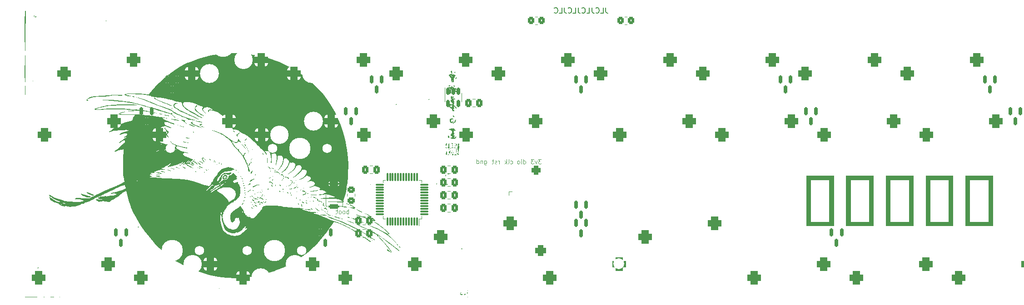
<source format=gbr>
%TF.GenerationSoftware,KiCad,Pcbnew,(7.0.0)*%
%TF.CreationDate,2024-03-03T14:50:31+01:00*%
%TF.ProjectId,kicad_tsuru,6b696361-645f-4747-9375-72752e6b6963,rev?*%
%TF.SameCoordinates,Original*%
%TF.FileFunction,Legend,Bot*%
%TF.FilePolarity,Positive*%
%FSLAX46Y46*%
G04 Gerber Fmt 4.6, Leading zero omitted, Abs format (unit mm)*
G04 Created by KiCad (PCBNEW (7.0.0)) date 2024-03-03 14:50:31*
%MOMM*%
%LPD*%
G01*
G04 APERTURE LIST*
G04 Aperture macros list*
%AMRoundRect*
0 Rectangle with rounded corners*
0 $1 Rounding radius*
0 $2 $3 $4 $5 $6 $7 $8 $9 X,Y pos of 4 corners*
0 Add a 4 corners polygon primitive as box body*
4,1,4,$2,$3,$4,$5,$6,$7,$8,$9,$2,$3,0*
0 Add four circle primitives for the rounded corners*
1,1,$1+$1,$2,$3*
1,1,$1+$1,$4,$5*
1,1,$1+$1,$6,$7*
1,1,$1+$1,$8,$9*
0 Add four rect primitives between the rounded corners*
20,1,$1+$1,$2,$3,$4,$5,0*
20,1,$1+$1,$4,$5,$6,$7,0*
20,1,$1+$1,$6,$7,$8,$9,0*
20,1,$1+$1,$8,$9,$2,$3,0*%
G04 Aperture macros list end*
%ADD10C,0.120000*%
%ADD11C,0.150000*%
%ADD12C,2.500000*%
%ADD13C,1.750000*%
%ADD14C,3.987800*%
%ADD15RoundRect,0.625000X-0.650000X-0.625000X0.650000X-0.625000X0.650000X0.625000X-0.650000X0.625000X0*%
%ADD16C,3.420000*%
%ADD17C,3.523634*%
%ADD18RoundRect,0.625000X0.650000X0.625000X-0.650000X0.625000X-0.650000X-0.625000X0.650000X-0.625000X0*%
%ADD19C,2.000000*%
%ADD20RoundRect,0.500000X-0.500000X-0.500000X0.500000X-0.500000X0.500000X0.500000X-0.500000X0.500000X0*%
%ADD21RoundRect,0.425000X-0.425000X0.425000X-0.425000X-0.425000X0.425000X-0.425000X0.425000X0.425000X0*%
%ADD22O,1.700000X1.700000*%
%ADD23C,0.700000*%
%ADD24C,4.400000*%
%ADD25C,3.048000*%
%ADD26C,4.000000*%
%ADD27RoundRect,0.250000X-0.337500X-0.475000X0.337500X-0.475000X0.337500X0.475000X-0.337500X0.475000X0*%
%ADD28RoundRect,0.150000X-0.150000X0.512500X-0.150000X-0.512500X0.150000X-0.512500X0.150000X0.512500X0*%
%ADD29RoundRect,0.200000X-0.800000X0.200000X-0.800000X-0.200000X0.800000X-0.200000X0.800000X0.200000X0*%
%ADD30RoundRect,0.150000X-0.150000X0.587500X-0.150000X-0.587500X0.150000X-0.587500X0.150000X0.587500X0*%
%ADD31C,0.990600*%
%ADD32C,0.787400*%
%ADD33RoundRect,0.250000X0.337500X0.475000X-0.337500X0.475000X-0.337500X-0.475000X0.337500X-0.475000X0*%
%ADD34RoundRect,0.250000X-0.350000X-0.450000X0.350000X-0.450000X0.350000X0.450000X-0.350000X0.450000X0*%
%ADD35RoundRect,0.250000X0.350000X0.450000X-0.350000X0.450000X-0.350000X-0.450000X0.350000X-0.450000X0*%
%ADD36RoundRect,0.250000X-0.450000X0.350000X-0.450000X-0.350000X0.450000X-0.350000X0.450000X0.350000X0*%
%ADD37C,0.650000*%
%ADD38R,0.300000X1.750000*%
%ADD39O,1.000000X1.600000*%
%ADD40O,0.900000X2.100000*%
%ADD41RoundRect,0.075000X0.075000X-0.662500X0.075000X0.662500X-0.075000X0.662500X-0.075000X-0.662500X0*%
%ADD42RoundRect,0.075000X0.662500X-0.075000X0.662500X0.075000X-0.662500X0.075000X-0.662500X-0.075000X0*%
G04 APERTURE END LIST*
D10*
X134615981Y-74643309D02*
X134692172Y-74681404D01*
X134692172Y-74681404D02*
X134844553Y-74681404D01*
X134844553Y-74681404D02*
X134920743Y-74643309D01*
X134920743Y-74643309D02*
X134958838Y-74605214D01*
X134958838Y-74605214D02*
X134996934Y-74529023D01*
X134996934Y-74529023D02*
X134996934Y-74300452D01*
X134996934Y-74300452D02*
X134958838Y-74224261D01*
X134958838Y-74224261D02*
X134920743Y-74186166D01*
X134920743Y-74186166D02*
X134844553Y-74148071D01*
X134844553Y-74148071D02*
X134692172Y-74148071D01*
X134692172Y-74148071D02*
X134615981Y-74186166D01*
X134158839Y-74681404D02*
X134235029Y-74643309D01*
X134235029Y-74643309D02*
X134273124Y-74567119D01*
X134273124Y-74567119D02*
X134273124Y-73881404D01*
X133854076Y-74681404D02*
X133854076Y-73881404D01*
X133777886Y-74376642D02*
X133549314Y-74681404D01*
X133549314Y-74148071D02*
X133854076Y-74452833D01*
D11*
X152386163Y-45575176D02*
X152386163Y-46289462D01*
X152386163Y-46289462D02*
X152433782Y-46432319D01*
X152433782Y-46432319D02*
X152529020Y-46527557D01*
X152529020Y-46527557D02*
X152671877Y-46575176D01*
X152671877Y-46575176D02*
X152767115Y-46575176D01*
X151433782Y-46575176D02*
X151909972Y-46575176D01*
X151909972Y-46575176D02*
X151909972Y-45575176D01*
X150529020Y-46479938D02*
X150576639Y-46527557D01*
X150576639Y-46527557D02*
X150719496Y-46575176D01*
X150719496Y-46575176D02*
X150814734Y-46575176D01*
X150814734Y-46575176D02*
X150957591Y-46527557D01*
X150957591Y-46527557D02*
X151052829Y-46432319D01*
X151052829Y-46432319D02*
X151100448Y-46337081D01*
X151100448Y-46337081D02*
X151148067Y-46146605D01*
X151148067Y-46146605D02*
X151148067Y-46003748D01*
X151148067Y-46003748D02*
X151100448Y-45813272D01*
X151100448Y-45813272D02*
X151052829Y-45718034D01*
X151052829Y-45718034D02*
X150957591Y-45622796D01*
X150957591Y-45622796D02*
X150814734Y-45575176D01*
X150814734Y-45575176D02*
X150719496Y-45575176D01*
X150719496Y-45575176D02*
X150576639Y-45622796D01*
X150576639Y-45622796D02*
X150529020Y-45670415D01*
X149814734Y-45575176D02*
X149814734Y-46289462D01*
X149814734Y-46289462D02*
X149862353Y-46432319D01*
X149862353Y-46432319D02*
X149957591Y-46527557D01*
X149957591Y-46527557D02*
X150100448Y-46575176D01*
X150100448Y-46575176D02*
X150195686Y-46575176D01*
X148862353Y-46575176D02*
X149338543Y-46575176D01*
X149338543Y-46575176D02*
X149338543Y-45575176D01*
X147957591Y-46479938D02*
X148005210Y-46527557D01*
X148005210Y-46527557D02*
X148148067Y-46575176D01*
X148148067Y-46575176D02*
X148243305Y-46575176D01*
X148243305Y-46575176D02*
X148386162Y-46527557D01*
X148386162Y-46527557D02*
X148481400Y-46432319D01*
X148481400Y-46432319D02*
X148529019Y-46337081D01*
X148529019Y-46337081D02*
X148576638Y-46146605D01*
X148576638Y-46146605D02*
X148576638Y-46003748D01*
X148576638Y-46003748D02*
X148529019Y-45813272D01*
X148529019Y-45813272D02*
X148481400Y-45718034D01*
X148481400Y-45718034D02*
X148386162Y-45622796D01*
X148386162Y-45622796D02*
X148243305Y-45575176D01*
X148243305Y-45575176D02*
X148148067Y-45575176D01*
X148148067Y-45575176D02*
X148005210Y-45622796D01*
X148005210Y-45622796D02*
X147957591Y-45670415D01*
X147243305Y-45575176D02*
X147243305Y-46289462D01*
X147243305Y-46289462D02*
X147290924Y-46432319D01*
X147290924Y-46432319D02*
X147386162Y-46527557D01*
X147386162Y-46527557D02*
X147529019Y-46575176D01*
X147529019Y-46575176D02*
X147624257Y-46575176D01*
X146290924Y-46575176D02*
X146767114Y-46575176D01*
X146767114Y-46575176D02*
X146767114Y-45575176D01*
X145386162Y-46479938D02*
X145433781Y-46527557D01*
X145433781Y-46527557D02*
X145576638Y-46575176D01*
X145576638Y-46575176D02*
X145671876Y-46575176D01*
X145671876Y-46575176D02*
X145814733Y-46527557D01*
X145814733Y-46527557D02*
X145909971Y-46432319D01*
X145909971Y-46432319D02*
X145957590Y-46337081D01*
X145957590Y-46337081D02*
X146005209Y-46146605D01*
X146005209Y-46146605D02*
X146005209Y-46003748D01*
X146005209Y-46003748D02*
X145957590Y-45813272D01*
X145957590Y-45813272D02*
X145909971Y-45718034D01*
X145909971Y-45718034D02*
X145814733Y-45622796D01*
X145814733Y-45622796D02*
X145671876Y-45575176D01*
X145671876Y-45575176D02*
X145576638Y-45575176D01*
X145576638Y-45575176D02*
X145433781Y-45622796D01*
X145433781Y-45622796D02*
X145386162Y-45670415D01*
X144671876Y-45575176D02*
X144671876Y-46289462D01*
X144671876Y-46289462D02*
X144719495Y-46432319D01*
X144719495Y-46432319D02*
X144814733Y-46527557D01*
X144814733Y-46527557D02*
X144957590Y-46575176D01*
X144957590Y-46575176D02*
X145052828Y-46575176D01*
X143719495Y-46575176D02*
X144195685Y-46575176D01*
X144195685Y-46575176D02*
X144195685Y-45575176D01*
X142814733Y-46479938D02*
X142862352Y-46527557D01*
X142862352Y-46527557D02*
X143005209Y-46575176D01*
X143005209Y-46575176D02*
X143100447Y-46575176D01*
X143100447Y-46575176D02*
X143243304Y-46527557D01*
X143243304Y-46527557D02*
X143338542Y-46432319D01*
X143338542Y-46432319D02*
X143386161Y-46337081D01*
X143386161Y-46337081D02*
X143433780Y-46146605D01*
X143433780Y-46146605D02*
X143433780Y-46003748D01*
X143433780Y-46003748D02*
X143386161Y-45813272D01*
X143386161Y-45813272D02*
X143338542Y-45718034D01*
X143338542Y-45718034D02*
X143243304Y-45622796D01*
X143243304Y-45622796D02*
X143100447Y-45575176D01*
X143100447Y-45575176D02*
X143005209Y-45575176D01*
X143005209Y-45575176D02*
X142862352Y-45622796D01*
X142862352Y-45622796D02*
X142814733Y-45670415D01*
D10*
X140320553Y-73881404D02*
X139825315Y-73881404D01*
X139825315Y-73881404D02*
X140091981Y-74186166D01*
X140091981Y-74186166D02*
X139977696Y-74186166D01*
X139977696Y-74186166D02*
X139901505Y-74224261D01*
X139901505Y-74224261D02*
X139863410Y-74262357D01*
X139863410Y-74262357D02*
X139825315Y-74338547D01*
X139825315Y-74338547D02*
X139825315Y-74529023D01*
X139825315Y-74529023D02*
X139863410Y-74605214D01*
X139863410Y-74605214D02*
X139901505Y-74643309D01*
X139901505Y-74643309D02*
X139977696Y-74681404D01*
X139977696Y-74681404D02*
X140206267Y-74681404D01*
X140206267Y-74681404D02*
X140282458Y-74643309D01*
X140282458Y-74643309D02*
X140320553Y-74605214D01*
X139558648Y-74148071D02*
X139368172Y-74681404D01*
X139368172Y-74681404D02*
X139177695Y-74148071D01*
X138949124Y-73881404D02*
X138453886Y-73881404D01*
X138453886Y-73881404D02*
X138720552Y-74186166D01*
X138720552Y-74186166D02*
X138606267Y-74186166D01*
X138606267Y-74186166D02*
X138530076Y-74224261D01*
X138530076Y-74224261D02*
X138491981Y-74262357D01*
X138491981Y-74262357D02*
X138453886Y-74338547D01*
X138453886Y-74338547D02*
X138453886Y-74529023D01*
X138453886Y-74529023D02*
X138491981Y-74605214D01*
X138491981Y-74605214D02*
X138530076Y-74643309D01*
X138530076Y-74643309D02*
X138606267Y-74681404D01*
X138606267Y-74681404D02*
X138834838Y-74681404D01*
X138834838Y-74681404D02*
X138911029Y-74643309D01*
X138911029Y-74643309D02*
X138949124Y-74605214D01*
X137035327Y-74681404D02*
X137035327Y-73881404D01*
X137035327Y-74643309D02*
X137111518Y-74681404D01*
X137111518Y-74681404D02*
X137263899Y-74681404D01*
X137263899Y-74681404D02*
X137340089Y-74643309D01*
X137340089Y-74643309D02*
X137378184Y-74605214D01*
X137378184Y-74605214D02*
X137416280Y-74529023D01*
X137416280Y-74529023D02*
X137416280Y-74300452D01*
X137416280Y-74300452D02*
X137378184Y-74224261D01*
X137378184Y-74224261D02*
X137340089Y-74186166D01*
X137340089Y-74186166D02*
X137263899Y-74148071D01*
X137263899Y-74148071D02*
X137111518Y-74148071D01*
X137111518Y-74148071D02*
X137035327Y-74186166D01*
X136654374Y-74681404D02*
X136654374Y-74148071D01*
X136654374Y-73881404D02*
X136692470Y-73919500D01*
X136692470Y-73919500D02*
X136654374Y-73957595D01*
X136654374Y-73957595D02*
X136616279Y-73919500D01*
X136616279Y-73919500D02*
X136654374Y-73881404D01*
X136654374Y-73881404D02*
X136654374Y-73957595D01*
X136159137Y-74681404D02*
X136235327Y-74643309D01*
X136235327Y-74643309D02*
X136273422Y-74605214D01*
X136273422Y-74605214D02*
X136311518Y-74529023D01*
X136311518Y-74529023D02*
X136311518Y-74300452D01*
X136311518Y-74300452D02*
X136273422Y-74224261D01*
X136273422Y-74224261D02*
X136235327Y-74186166D01*
X136235327Y-74186166D02*
X136159137Y-74148071D01*
X136159137Y-74148071D02*
X136044851Y-74148071D01*
X136044851Y-74148071D02*
X135968660Y-74186166D01*
X135968660Y-74186166D02*
X135930565Y-74224261D01*
X135930565Y-74224261D02*
X135892470Y-74300452D01*
X135892470Y-74300452D02*
X135892470Y-74529023D01*
X135892470Y-74529023D02*
X135930565Y-74605214D01*
X135930565Y-74605214D02*
X135968660Y-74643309D01*
X135968660Y-74643309D02*
X136044851Y-74681404D01*
X136044851Y-74681404D02*
X136159137Y-74681404D01*
X132501398Y-74681404D02*
X132501398Y-74148071D01*
X132501398Y-74300452D02*
X132463303Y-74224261D01*
X132463303Y-74224261D02*
X132425208Y-74186166D01*
X132425208Y-74186166D02*
X132349017Y-74148071D01*
X132349017Y-74148071D02*
X132272827Y-74148071D01*
X132044256Y-74643309D02*
X131968065Y-74681404D01*
X131968065Y-74681404D02*
X131815684Y-74681404D01*
X131815684Y-74681404D02*
X131739494Y-74643309D01*
X131739494Y-74643309D02*
X131701398Y-74567119D01*
X131701398Y-74567119D02*
X131701398Y-74529023D01*
X131701398Y-74529023D02*
X131739494Y-74452833D01*
X131739494Y-74452833D02*
X131815684Y-74414738D01*
X131815684Y-74414738D02*
X131929970Y-74414738D01*
X131929970Y-74414738D02*
X132006160Y-74376642D01*
X132006160Y-74376642D02*
X132044256Y-74300452D01*
X132044256Y-74300452D02*
X132044256Y-74262357D01*
X132044256Y-74262357D02*
X132006160Y-74186166D01*
X132006160Y-74186166D02*
X131929970Y-74148071D01*
X131929970Y-74148071D02*
X131815684Y-74148071D01*
X131815684Y-74148071D02*
X131739494Y-74186166D01*
X131472827Y-74148071D02*
X131168065Y-74148071D01*
X131358541Y-73881404D02*
X131358541Y-74567119D01*
X131358541Y-74567119D02*
X131320446Y-74643309D01*
X131320446Y-74643309D02*
X131244256Y-74681404D01*
X131244256Y-74681404D02*
X131168065Y-74681404D01*
X104440684Y-84006404D02*
X104440684Y-83206404D01*
X104440684Y-83511166D02*
X104364494Y-83473071D01*
X104364494Y-83473071D02*
X104212113Y-83473071D01*
X104212113Y-83473071D02*
X104135922Y-83511166D01*
X104135922Y-83511166D02*
X104097827Y-83549261D01*
X104097827Y-83549261D02*
X104059732Y-83625452D01*
X104059732Y-83625452D02*
X104059732Y-83854023D01*
X104059732Y-83854023D02*
X104097827Y-83930214D01*
X104097827Y-83930214D02*
X104135922Y-83968309D01*
X104135922Y-83968309D02*
X104212113Y-84006404D01*
X104212113Y-84006404D02*
X104364494Y-84006404D01*
X104364494Y-84006404D02*
X104440684Y-83968309D01*
X103602589Y-84006404D02*
X103678779Y-83968309D01*
X103678779Y-83968309D02*
X103716874Y-83930214D01*
X103716874Y-83930214D02*
X103754970Y-83854023D01*
X103754970Y-83854023D02*
X103754970Y-83625452D01*
X103754970Y-83625452D02*
X103716874Y-83549261D01*
X103716874Y-83549261D02*
X103678779Y-83511166D01*
X103678779Y-83511166D02*
X103602589Y-83473071D01*
X103602589Y-83473071D02*
X103488303Y-83473071D01*
X103488303Y-83473071D02*
X103412112Y-83511166D01*
X103412112Y-83511166D02*
X103374017Y-83549261D01*
X103374017Y-83549261D02*
X103335922Y-83625452D01*
X103335922Y-83625452D02*
X103335922Y-83854023D01*
X103335922Y-83854023D02*
X103374017Y-83930214D01*
X103374017Y-83930214D02*
X103412112Y-83968309D01*
X103412112Y-83968309D02*
X103488303Y-84006404D01*
X103488303Y-84006404D02*
X103602589Y-84006404D01*
X102878779Y-84006404D02*
X102954969Y-83968309D01*
X102954969Y-83968309D02*
X102993064Y-83930214D01*
X102993064Y-83930214D02*
X103031160Y-83854023D01*
X103031160Y-83854023D02*
X103031160Y-83625452D01*
X103031160Y-83625452D02*
X102993064Y-83549261D01*
X102993064Y-83549261D02*
X102954969Y-83511166D01*
X102954969Y-83511166D02*
X102878779Y-83473071D01*
X102878779Y-83473071D02*
X102764493Y-83473071D01*
X102764493Y-83473071D02*
X102688302Y-83511166D01*
X102688302Y-83511166D02*
X102650207Y-83549261D01*
X102650207Y-83549261D02*
X102612112Y-83625452D01*
X102612112Y-83625452D02*
X102612112Y-83854023D01*
X102612112Y-83854023D02*
X102650207Y-83930214D01*
X102650207Y-83930214D02*
X102688302Y-83968309D01*
X102688302Y-83968309D02*
X102764493Y-84006404D01*
X102764493Y-84006404D02*
X102878779Y-84006404D01*
X102383540Y-83473071D02*
X102078778Y-83473071D01*
X102269254Y-83206404D02*
X102269254Y-83892119D01*
X102269254Y-83892119D02*
X102231159Y-83968309D01*
X102231159Y-83968309D02*
X102154969Y-84006404D01*
X102154969Y-84006404D02*
X102078778Y-84006404D01*
X129753316Y-74123457D02*
X129753316Y-74771076D01*
X129753316Y-74771076D02*
X129791411Y-74847266D01*
X129791411Y-74847266D02*
X129829507Y-74885362D01*
X129829507Y-74885362D02*
X129905697Y-74923457D01*
X129905697Y-74923457D02*
X130019983Y-74923457D01*
X130019983Y-74923457D02*
X130096173Y-74885362D01*
X129753316Y-74618695D02*
X129829507Y-74656790D01*
X129829507Y-74656790D02*
X129981888Y-74656790D01*
X129981888Y-74656790D02*
X130058078Y-74618695D01*
X130058078Y-74618695D02*
X130096173Y-74580600D01*
X130096173Y-74580600D02*
X130134269Y-74504409D01*
X130134269Y-74504409D02*
X130134269Y-74275838D01*
X130134269Y-74275838D02*
X130096173Y-74199647D01*
X130096173Y-74199647D02*
X130058078Y-74161552D01*
X130058078Y-74161552D02*
X129981888Y-74123457D01*
X129981888Y-74123457D02*
X129829507Y-74123457D01*
X129829507Y-74123457D02*
X129753316Y-74161552D01*
X129372363Y-74123457D02*
X129372363Y-74656790D01*
X129372363Y-74199647D02*
X129334268Y-74161552D01*
X129334268Y-74161552D02*
X129258078Y-74123457D01*
X129258078Y-74123457D02*
X129143792Y-74123457D01*
X129143792Y-74123457D02*
X129067601Y-74161552D01*
X129067601Y-74161552D02*
X129029506Y-74237743D01*
X129029506Y-74237743D02*
X129029506Y-74656790D01*
X128305696Y-74656790D02*
X128305696Y-73856790D01*
X128305696Y-74618695D02*
X128381887Y-74656790D01*
X128381887Y-74656790D02*
X128534268Y-74656790D01*
X128534268Y-74656790D02*
X128610458Y-74618695D01*
X128610458Y-74618695D02*
X128648553Y-74580600D01*
X128648553Y-74580600D02*
X128686649Y-74504409D01*
X128686649Y-74504409D02*
X128686649Y-74275838D01*
X128686649Y-74275838D02*
X128648553Y-74199647D01*
X128648553Y-74199647D02*
X128610458Y-74161552D01*
X128610458Y-74161552D02*
X128534268Y-74123457D01*
X128534268Y-74123457D02*
X128381887Y-74123457D01*
X128381887Y-74123457D02*
X128305696Y-74161552D01*
D12*
G36*
X224562080Y-86336250D02*
G01*
X219413441Y-86336250D01*
X219413441Y-77738901D01*
X220270733Y-77738901D01*
X220270733Y-85554672D01*
X223702345Y-85554672D01*
X223702345Y-77738901D01*
X220270733Y-77738901D01*
X219413441Y-77738901D01*
X219413441Y-76957324D01*
X224562080Y-76957324D01*
X224562080Y-86336250D01*
G37*
G36*
X217146867Y-86336250D02*
G01*
X211998228Y-86336250D01*
X211998228Y-77738901D01*
X212855521Y-77738901D01*
X212855521Y-85554672D01*
X216287133Y-85554672D01*
X216287133Y-77738901D01*
X212855521Y-77738901D01*
X211998228Y-77738901D01*
X211998228Y-76957324D01*
X217146867Y-76957324D01*
X217146867Y-86336250D01*
G37*
G36*
X209731655Y-86336250D02*
G01*
X204583015Y-86336250D01*
X204583015Y-77738901D01*
X205440308Y-77738901D01*
X205440308Y-85554672D01*
X208871920Y-85554672D01*
X208871920Y-77738901D01*
X205440308Y-77738901D01*
X204583015Y-77738901D01*
X204583015Y-76957324D01*
X209731655Y-76957324D01*
X209731655Y-86336250D01*
G37*
G36*
X202316442Y-86336250D02*
G01*
X197167803Y-86336250D01*
X197167803Y-77738901D01*
X198025095Y-77738901D01*
X198025095Y-85554672D01*
X201456707Y-85554672D01*
X201456707Y-77738901D01*
X198025095Y-77738901D01*
X197167803Y-77738901D01*
X197167803Y-76957324D01*
X202316442Y-76957324D01*
X202316442Y-86336250D01*
G37*
G36*
X194901229Y-86336250D02*
G01*
X189752590Y-86336250D01*
X189752590Y-77738901D01*
X190609882Y-77738901D01*
X190609882Y-85554672D01*
X194041494Y-85554672D01*
X194041494Y-77738901D01*
X190609882Y-77738901D01*
X189752590Y-77738901D01*
X189752590Y-76957324D01*
X194901229Y-76957324D01*
X194901229Y-86336250D01*
G37*
D10*
%TO.C,C1*%
X127515623Y-62616250D02*
X128038127Y-62616250D01*
X127515623Y-64086250D02*
X128038127Y-64086250D01*
%TO.C,U2*%
X125514375Y-62281250D02*
X125514375Y-61481250D01*
X125514375Y-62281250D02*
X125514375Y-63081250D01*
X122394375Y-62281250D02*
X122394375Y-60481250D01*
X122394375Y-62281250D02*
X122394375Y-63081250D01*
%TO.C,tsuru*%
G36*
X126237744Y-99588584D02*
G01*
X126195269Y-99630917D01*
X126152795Y-99588584D01*
X126195269Y-99546250D01*
X126237744Y-99588584D01*
G37*
G36*
X125728045Y-98826584D02*
G01*
X125685570Y-98868917D01*
X125643096Y-98826584D01*
X125685570Y-98784250D01*
X125728045Y-98826584D01*
G37*
G36*
X125127058Y-72241250D02*
G01*
X125084583Y-72283584D01*
X125042108Y-72241250D01*
X125084583Y-72198917D01*
X125127058Y-72241250D01*
G37*
G36*
X124362510Y-63774584D02*
G01*
X124320035Y-63816917D01*
X124277560Y-63774584D01*
X124320035Y-63732250D01*
X124362510Y-63774584D01*
G37*
G36*
X124277560Y-72325917D02*
G01*
X124235085Y-72368250D01*
X124192610Y-72325917D01*
X124235085Y-72283584D01*
X124277560Y-72325917D01*
G37*
G36*
X123937761Y-61234584D02*
G01*
X123895286Y-61276917D01*
X123852811Y-61234584D01*
X123895286Y-61192250D01*
X123937761Y-61234584D01*
G37*
G36*
X123513011Y-59541250D02*
G01*
X123470536Y-59583584D01*
X123428062Y-59541250D01*
X123470536Y-59498917D01*
X123513011Y-59541250D01*
G37*
G36*
X123428062Y-68515917D02*
G01*
X123385587Y-68558250D01*
X123343112Y-68515917D01*
X123385587Y-68473584D01*
X123428062Y-68515917D01*
G37*
G36*
X123343112Y-59625917D02*
G01*
X123300637Y-59668250D01*
X123258162Y-59625917D01*
X123300637Y-59583584D01*
X123343112Y-59625917D01*
G37*
G36*
X123258162Y-68007917D02*
G01*
X123215687Y-68050250D01*
X123173212Y-68007917D01*
X123215687Y-67965584D01*
X123258162Y-68007917D01*
G37*
G36*
X123003312Y-72664584D02*
G01*
X122960837Y-72706917D01*
X122918363Y-72664584D01*
X122960837Y-72622250D01*
X123003312Y-72664584D01*
G37*
G36*
X122918363Y-71140584D02*
G01*
X122875888Y-71182917D01*
X122833413Y-71140584D01*
X122875888Y-71098250D01*
X122918363Y-71140584D01*
G37*
G36*
X122748463Y-72071917D02*
G01*
X122705988Y-72114250D01*
X122663513Y-72071917D01*
X122705988Y-72029584D01*
X122748463Y-72071917D01*
G37*
G36*
X122584902Y-78591250D02*
G01*
X122542427Y-78633584D01*
X122499952Y-78591250D01*
X122542427Y-78548917D01*
X122584902Y-78591250D01*
G37*
G36*
X120970855Y-76559250D02*
G01*
X120928380Y-76601584D01*
X120885905Y-76559250D01*
X120928380Y-76516917D01*
X120970855Y-76559250D01*
G37*
G36*
X120885905Y-77998584D02*
G01*
X120843430Y-78040917D01*
X120800955Y-77998584D01*
X120843430Y-77956250D01*
X120885905Y-77998584D01*
G37*
G36*
X120885905Y-77321250D02*
G01*
X120843430Y-77363584D01*
X120800955Y-77321250D01*
X120843430Y-77278917D01*
X120885905Y-77321250D01*
G37*
G36*
X119866507Y-47433917D02*
G01*
X119824032Y-47476250D01*
X119781557Y-47433917D01*
X119824032Y-47391584D01*
X119866507Y-47433917D01*
G37*
G36*
X118592259Y-53529917D02*
G01*
X118549784Y-53572250D01*
X118507310Y-53529917D01*
X118549784Y-53487584D01*
X118592259Y-53529917D01*
G37*
G36*
X116298614Y-88835917D02*
G01*
X116256139Y-88878250D01*
X116213664Y-88835917D01*
X116256139Y-88793584D01*
X116298614Y-88835917D01*
G37*
G36*
X99308647Y-82316584D02*
G01*
X99266172Y-82358917D01*
X99223698Y-82316584D01*
X99266172Y-82274250D01*
X99308647Y-82316584D01*
G37*
G36*
X98798948Y-82909250D02*
G01*
X98756473Y-82951584D01*
X98713999Y-82909250D01*
X98756473Y-82866917D01*
X98798948Y-82909250D01*
G37*
G36*
X98119350Y-82231917D02*
G01*
X98076875Y-82274250D01*
X98034400Y-82231917D01*
X98076875Y-82189584D01*
X98119350Y-82231917D01*
G37*
G36*
X96760152Y-82401250D02*
G01*
X96717677Y-82443584D01*
X96675203Y-82401250D01*
X96717677Y-82358917D01*
X96760152Y-82401250D01*
G37*
G36*
X96250453Y-82401250D02*
G01*
X96207978Y-82443584D01*
X96165504Y-82401250D01*
X96207978Y-82358917D01*
X96250453Y-82401250D01*
G37*
G36*
X95485905Y-79268584D02*
G01*
X95443430Y-79310917D01*
X95400955Y-79268584D01*
X95443430Y-79226250D01*
X95485905Y-79268584D01*
G37*
G36*
X95316005Y-79268584D02*
G01*
X95273530Y-79310917D01*
X95231055Y-79268584D01*
X95273530Y-79226250D01*
X95316005Y-79268584D01*
G37*
G36*
X95231055Y-81215917D02*
G01*
X95188580Y-81258250D01*
X95146106Y-81215917D01*
X95188580Y-81173584D01*
X95231055Y-81215917D01*
G37*
G36*
X93192259Y-77998584D02*
G01*
X93149784Y-78040917D01*
X93107310Y-77998584D01*
X93149784Y-77956250D01*
X93192259Y-77998584D01*
G37*
G36*
X92427711Y-78506584D02*
G01*
X92385236Y-78548917D01*
X92342761Y-78506584D01*
X92385236Y-78464250D01*
X92427711Y-78506584D01*
G37*
G36*
X91833062Y-77913917D02*
G01*
X91790587Y-77956250D01*
X91748112Y-77913917D01*
X91790587Y-77871584D01*
X91833062Y-77913917D01*
G37*
G36*
X91578213Y-78421917D02*
G01*
X91535738Y-78464250D01*
X91493263Y-78421917D01*
X91535738Y-78379584D01*
X91578213Y-78421917D01*
G37*
G36*
X91493263Y-77067250D02*
G01*
X91450788Y-77109584D01*
X91408313Y-77067250D01*
X91450788Y-77024917D01*
X91493263Y-77067250D01*
G37*
G36*
X91323363Y-77236584D02*
G01*
X91280888Y-77278917D01*
X91238413Y-77236584D01*
X91280888Y-77194250D01*
X91323363Y-77236584D01*
G37*
G36*
X90898614Y-78252584D02*
G01*
X90856139Y-78294917D01*
X90813664Y-78252584D01*
X90856139Y-78210250D01*
X90898614Y-78252584D01*
G37*
G36*
X90898614Y-77998584D02*
G01*
X90856139Y-78040917D01*
X90813664Y-77998584D01*
X90856139Y-77956250D01*
X90898614Y-77998584D01*
G37*
G36*
X90558815Y-78421917D02*
G01*
X90516340Y-78464250D01*
X90473865Y-78421917D01*
X90516340Y-78379584D01*
X90558815Y-78421917D01*
G37*
G36*
X89794266Y-76389917D02*
G01*
X89751791Y-76432250D01*
X89709316Y-76389917D01*
X89751791Y-76347584D01*
X89794266Y-76389917D01*
G37*
G36*
X89709316Y-76559250D02*
G01*
X89666841Y-76601584D01*
X89624366Y-76559250D01*
X89666841Y-76516917D01*
X89709316Y-76559250D01*
G37*
G36*
X89539417Y-76982584D02*
G01*
X89496942Y-77024917D01*
X89454467Y-76982584D01*
X89496942Y-76940250D01*
X89539417Y-76982584D01*
G37*
G36*
X89284567Y-75204584D02*
G01*
X89242092Y-75246917D01*
X89199617Y-75204584D01*
X89242092Y-75162250D01*
X89284567Y-75204584D01*
G37*
G36*
X89114667Y-74357917D02*
G01*
X89072192Y-74400250D01*
X89029718Y-74357917D01*
X89072192Y-74315584D01*
X89114667Y-74357917D01*
G37*
G36*
X88604968Y-79691917D02*
G01*
X88562493Y-79734250D01*
X88520019Y-79691917D01*
X88562493Y-79649584D01*
X88604968Y-79691917D01*
G37*
G36*
X88604968Y-77998584D02*
G01*
X88562493Y-78040917D01*
X88520019Y-77998584D01*
X88562493Y-77956250D01*
X88604968Y-77998584D01*
G37*
G36*
X88435069Y-75881917D02*
G01*
X88392594Y-75924250D01*
X88350119Y-75881917D01*
X88392594Y-75839584D01*
X88435069Y-75881917D01*
G37*
G36*
X88010320Y-74019250D02*
G01*
X87967845Y-74061584D01*
X87925370Y-74019250D01*
X87967845Y-73976917D01*
X88010320Y-74019250D01*
G37*
G36*
X87500621Y-80623250D02*
G01*
X87458146Y-80665584D01*
X87415671Y-80623250D01*
X87458146Y-80580917D01*
X87500621Y-80623250D01*
G37*
G36*
X87330721Y-76643917D02*
G01*
X87288246Y-76686250D01*
X87245771Y-76643917D01*
X87288246Y-76601584D01*
X87330721Y-76643917D01*
G37*
G36*
X87075871Y-80115250D02*
G01*
X87033397Y-80157584D01*
X86990922Y-80115250D01*
X87033397Y-80072917D01*
X87075871Y-80115250D01*
G37*
G36*
X87075871Y-77236584D02*
G01*
X87033397Y-77278917D01*
X86990922Y-77236584D01*
X87033397Y-77194250D01*
X87075871Y-77236584D01*
G37*
G36*
X86905972Y-77151917D02*
G01*
X86863497Y-77194250D01*
X86821022Y-77151917D01*
X86863497Y-77109584D01*
X86905972Y-77151917D01*
G37*
G36*
X86905972Y-73511250D02*
G01*
X86863497Y-73553584D01*
X86821022Y-73511250D01*
X86863497Y-73468917D01*
X86905972Y-73511250D01*
G37*
G36*
X86736072Y-74611917D02*
G01*
X86693597Y-74654250D01*
X86651122Y-74611917D01*
X86693597Y-74569584D01*
X86736072Y-74611917D01*
G37*
G36*
X86651122Y-73172584D02*
G01*
X86608647Y-73214917D01*
X86566172Y-73172584D01*
X86608647Y-73130250D01*
X86651122Y-73172584D01*
G37*
G36*
X86311323Y-72833917D02*
G01*
X86268848Y-72876250D01*
X86226373Y-72833917D01*
X86268848Y-72791584D01*
X86311323Y-72833917D01*
G37*
G36*
X85122025Y-70547917D02*
G01*
X85079550Y-70590250D01*
X85037075Y-70547917D01*
X85079550Y-70505584D01*
X85122025Y-70547917D01*
G37*
G36*
X83932728Y-84941250D02*
G01*
X83890253Y-84983584D01*
X83847778Y-84941250D01*
X83890253Y-84898917D01*
X83932728Y-84941250D01*
G37*
G36*
X83847778Y-69785917D02*
G01*
X83805303Y-69828250D01*
X83762828Y-69785917D01*
X83805303Y-69743584D01*
X83847778Y-69785917D01*
G37*
G36*
X83507978Y-69108584D02*
G01*
X83465504Y-69150917D01*
X83423029Y-69108584D01*
X83465504Y-69066250D01*
X83507978Y-69108584D01*
G37*
G36*
X80534734Y-67753917D02*
G01*
X80492259Y-67796250D01*
X80449784Y-67753917D01*
X80492259Y-67711584D01*
X80534734Y-67753917D01*
G37*
G36*
X79515336Y-66907250D02*
G01*
X79472861Y-66949584D01*
X79430386Y-66907250D01*
X79472861Y-66864917D01*
X79515336Y-66907250D01*
G37*
G36*
X79090587Y-67584584D02*
G01*
X79048112Y-67626917D01*
X79005637Y-67584584D01*
X79048112Y-67542250D01*
X79090587Y-67584584D01*
G37*
G36*
X78920687Y-75204584D02*
G01*
X78878213Y-75246917D01*
X78835738Y-75204584D01*
X78878213Y-75162250D01*
X78920687Y-75204584D01*
G37*
G36*
X78835738Y-66483917D02*
G01*
X78793263Y-66526250D01*
X78750788Y-66483917D01*
X78793263Y-66441584D01*
X78835738Y-66483917D01*
G37*
G36*
X78665838Y-65806584D02*
G01*
X78623363Y-65848917D01*
X78580888Y-65806584D01*
X78623363Y-65764250D01*
X78665838Y-65806584D01*
G37*
G36*
X78580888Y-78252584D02*
G01*
X78538413Y-78294917D01*
X78495938Y-78252584D01*
X78538413Y-78210250D01*
X78580888Y-78252584D01*
G37*
G36*
X78410988Y-67161250D02*
G01*
X78368514Y-67203584D01*
X78326039Y-67161250D01*
X78368514Y-67118917D01*
X78410988Y-67161250D01*
G37*
G36*
X77816340Y-76389917D02*
G01*
X77773865Y-76432250D01*
X77731390Y-76389917D01*
X77773865Y-76347584D01*
X77816340Y-76389917D01*
G37*
G36*
X77816340Y-65975917D02*
G01*
X77773865Y-66018250D01*
X77731390Y-65975917D01*
X77773865Y-65933584D01*
X77816340Y-65975917D01*
G37*
G36*
X77561490Y-74781250D02*
G01*
X77519015Y-74823584D01*
X77476540Y-74781250D01*
X77519015Y-74738917D01*
X77561490Y-74781250D01*
G37*
G36*
X77306641Y-72833917D02*
G01*
X77264166Y-72876250D01*
X77221691Y-72833917D01*
X77264166Y-72791584D01*
X77306641Y-72833917D01*
G37*
G36*
X77136741Y-72664584D02*
G01*
X77094266Y-72706917D01*
X77051791Y-72664584D01*
X77094266Y-72622250D01*
X77136741Y-72664584D01*
G37*
G36*
X77051791Y-73257250D02*
G01*
X77009316Y-73299584D01*
X76966841Y-73257250D01*
X77009316Y-73214917D01*
X77051791Y-73257250D01*
G37*
G36*
X76372192Y-75797250D02*
G01*
X76329718Y-75839584D01*
X76287243Y-75797250D01*
X76329718Y-75754917D01*
X76372192Y-75797250D01*
G37*
G36*
X75947443Y-68431250D02*
G01*
X75904968Y-68473584D01*
X75862493Y-68431250D01*
X75904968Y-68388917D01*
X75947443Y-68431250D01*
G37*
G36*
X75352795Y-69362584D02*
G01*
X75310320Y-69404917D01*
X75267845Y-69362584D01*
X75310320Y-69320250D01*
X75352795Y-69362584D01*
G37*
G36*
X73993597Y-67923250D02*
G01*
X73951122Y-67965584D01*
X73908647Y-67923250D01*
X73951122Y-67880917D01*
X73993597Y-67923250D01*
G37*
G36*
X65498614Y-91037250D02*
G01*
X65456139Y-91079584D01*
X65413664Y-91037250D01*
X65456139Y-90994917D01*
X65498614Y-91037250D01*
G37*
G36*
X62355470Y-70039917D02*
G01*
X62312995Y-70082250D01*
X62270520Y-70039917D01*
X62312995Y-69997584D01*
X62355470Y-70039917D01*
G37*
G36*
X62185570Y-70124584D02*
G01*
X62143096Y-70166917D01*
X62100621Y-70124584D01*
X62143096Y-70082250D01*
X62185570Y-70124584D01*
G37*
G36*
X61590922Y-71563917D02*
G01*
X61548447Y-71606250D01*
X61505972Y-71563917D01*
X61548447Y-71521584D01*
X61590922Y-71563917D01*
G37*
G36*
X59722025Y-68600584D02*
G01*
X59679550Y-68642917D01*
X59637075Y-68600584D01*
X59679550Y-68558250D01*
X59722025Y-68600584D01*
G37*
G36*
X59467176Y-79353250D02*
G01*
X59424701Y-79395584D01*
X59382226Y-79353250D01*
X59424701Y-79310917D01*
X59467176Y-79353250D01*
G37*
G36*
X59467176Y-58863917D02*
G01*
X59424701Y-58906250D01*
X59382226Y-58863917D01*
X59424701Y-58821584D01*
X59467176Y-58863917D01*
G37*
G36*
X58787577Y-55815917D02*
G01*
X58745102Y-55858250D01*
X58702627Y-55815917D01*
X58745102Y-55773584D01*
X58787577Y-55815917D01*
G37*
G36*
X54455136Y-82570584D02*
G01*
X54412661Y-82612917D01*
X54370186Y-82570584D01*
X54412661Y-82528250D01*
X54455136Y-82570584D01*
G37*
G36*
X52586239Y-48195917D02*
G01*
X52543764Y-48238250D01*
X52501289Y-48195917D01*
X52543764Y-48153584D01*
X52586239Y-48195917D01*
G37*
G36*
X49443096Y-81893250D02*
G01*
X49400621Y-81935584D01*
X49358146Y-81893250D01*
X49400621Y-81850917D01*
X49443096Y-81893250D01*
G37*
G36*
X47659149Y-95355250D02*
G01*
X47616674Y-95397584D01*
X47574199Y-95355250D01*
X47616674Y-95312917D01*
X47659149Y-95355250D01*
G37*
G36*
X47319350Y-80623250D02*
G01*
X47276875Y-80665584D01*
X47234400Y-80623250D01*
X47276875Y-80580917D01*
X47319350Y-80623250D01*
G37*
G36*
X46894601Y-47772584D02*
G01*
X46852126Y-47814917D01*
X46809651Y-47772584D01*
X46852126Y-47730250D01*
X46894601Y-47772584D01*
G37*
G36*
X46469851Y-47095250D02*
G01*
X46427376Y-47137584D01*
X46384902Y-47095250D01*
X46427376Y-47052917D01*
X46469851Y-47095250D01*
G37*
G36*
X45620353Y-96286584D02*
G01*
X45577878Y-96328917D01*
X45535403Y-96286584D01*
X45577878Y-96244250D01*
X45620353Y-96286584D01*
G37*
G36*
X44516005Y-98233917D02*
G01*
X44473530Y-98276250D01*
X44431055Y-98233917D01*
X44473530Y-98191584D01*
X44516005Y-98233917D01*
G37*
G36*
X126662493Y-99546250D02*
G01*
X126656363Y-99591072D01*
X126605860Y-99602695D01*
X126595693Y-99590285D01*
X126605860Y-99489806D01*
X126631412Y-99476560D01*
X126662493Y-99546250D01*
G37*
G36*
X126662493Y-98360917D02*
G01*
X126656363Y-98405739D01*
X126605860Y-98417361D01*
X126595693Y-98404952D01*
X126605860Y-98304472D01*
X126631412Y-98291227D01*
X126662493Y-98360917D01*
G37*
G36*
X126634177Y-90176472D02*
G01*
X126647467Y-90201939D01*
X126577544Y-90232917D01*
X126532571Y-90226807D01*
X126520910Y-90176472D01*
X126533361Y-90166339D01*
X126634177Y-90176472D01*
G37*
G36*
X126209428Y-52161139D02*
G01*
X126222718Y-52186605D01*
X126152795Y-52217584D01*
X126107822Y-52211473D01*
X126096161Y-52161139D01*
X126108612Y-52151006D01*
X126209428Y-52161139D01*
G37*
G36*
X124164293Y-71465139D02*
G01*
X124177584Y-71490605D01*
X124107660Y-71521584D01*
X124062688Y-71515473D01*
X124051027Y-71465139D01*
X124063478Y-71455006D01*
X124164293Y-71465139D01*
G37*
G36*
X123767861Y-72029584D02*
G01*
X123761730Y-72074406D01*
X123711228Y-72086028D01*
X123701061Y-72073619D01*
X123711228Y-71973139D01*
X123736779Y-71959893D01*
X123767861Y-72029584D01*
G37*
G36*
X123443990Y-72987747D02*
G01*
X123483310Y-73018222D01*
X123392666Y-73038899D01*
X123306504Y-73032913D01*
X123281169Y-72994431D01*
X123311223Y-72977653D01*
X123443990Y-72987747D01*
G37*
G36*
X123002944Y-76975528D02*
G01*
X122996938Y-77061402D01*
X122958327Y-77086653D01*
X122941493Y-77056699D01*
X122951620Y-76924375D01*
X122982198Y-76885186D01*
X123002944Y-76975528D01*
G37*
G36*
X123003312Y-72452917D02*
G01*
X122997182Y-72497739D01*
X122946679Y-72509361D01*
X122936512Y-72496952D01*
X122946679Y-72396472D01*
X122972231Y-72383227D01*
X123003312Y-72452917D01*
G37*
G36*
X122996606Y-72064861D02*
G01*
X122990599Y-72150735D01*
X122951989Y-72175986D01*
X122935155Y-72146032D01*
X122945282Y-72013709D01*
X122975859Y-71974519D01*
X122996606Y-72064861D01*
G37*
G36*
X122685779Y-76628413D02*
G01*
X122725100Y-76658889D01*
X122634456Y-76679566D01*
X122548294Y-76673579D01*
X122522959Y-76635097D01*
X122553013Y-76618320D01*
X122685779Y-76628413D01*
G37*
G36*
X122493613Y-57720917D02*
G01*
X122487483Y-57765739D01*
X122436980Y-57777361D01*
X122426813Y-57764952D01*
X122436980Y-57664472D01*
X122462532Y-57651227D01*
X122493613Y-57720917D01*
G37*
G36*
X117799394Y-77476472D02*
G01*
X117812684Y-77501939D01*
X117742761Y-77532917D01*
X117697789Y-77526807D01*
X117686128Y-77476472D01*
X117698579Y-77466339D01*
X117799394Y-77476472D01*
G37*
G36*
X113551903Y-94155806D02*
G01*
X113565193Y-94181272D01*
X113495269Y-94212250D01*
X113450297Y-94206140D01*
X113438636Y-94155806D01*
X113451087Y-94145673D01*
X113551903Y-94155806D01*
G37*
G36*
X108709762Y-88737139D02*
G01*
X108723052Y-88762605D01*
X108653129Y-88793584D01*
X108608157Y-88787473D01*
X108596496Y-88737139D01*
X108608947Y-88727006D01*
X108709762Y-88737139D01*
G37*
G36*
X108624812Y-78577139D02*
G01*
X108638102Y-78602605D01*
X108568179Y-78633584D01*
X108523207Y-78627473D01*
X108511546Y-78577139D01*
X108523997Y-78567006D01*
X108624812Y-78577139D01*
G37*
G36*
X104632170Y-98897139D02*
G01*
X104645460Y-98922605D01*
X104575537Y-98953584D01*
X104530565Y-98947473D01*
X104518904Y-98897139D01*
X104531355Y-98887006D01*
X104632170Y-98897139D01*
G37*
G36*
X103952572Y-85181139D02*
G01*
X103965862Y-85206605D01*
X103895938Y-85237584D01*
X103850966Y-85231473D01*
X103839305Y-85181139D01*
X103851756Y-85171006D01*
X103952572Y-85181139D01*
G37*
G36*
X101533271Y-84417747D02*
G01*
X101572592Y-84448222D01*
X101481947Y-84468899D01*
X101395786Y-84462913D01*
X101370451Y-84424431D01*
X101400505Y-84407653D01*
X101533271Y-84417747D01*
G37*
G36*
X100129829Y-53092472D02*
G01*
X100143119Y-53117939D01*
X100073196Y-53148917D01*
X100028224Y-53142807D01*
X100016563Y-53092472D01*
X100029013Y-53082339D01*
X100129829Y-53092472D01*
G37*
G36*
X99494475Y-82978413D02*
G01*
X99533796Y-83008889D01*
X99443151Y-83029566D01*
X99356990Y-83023579D01*
X99331655Y-82985097D01*
X99361709Y-82968320D01*
X99494475Y-82978413D01*
G37*
G36*
X98729927Y-83740413D02*
G01*
X98769247Y-83770889D01*
X98678603Y-83791566D01*
X98592441Y-83785579D01*
X98567106Y-83747097D01*
X98597160Y-83730320D01*
X98729927Y-83740413D01*
G37*
G36*
X97666284Y-82217806D02*
G01*
X97679574Y-82243272D01*
X97609651Y-82274250D01*
X97564679Y-82268140D01*
X97553017Y-82217806D01*
X97565468Y-82207673D01*
X97666284Y-82217806D01*
G37*
G36*
X97376039Y-81710177D02*
G01*
X97390449Y-81739576D01*
X97269851Y-81752882D01*
X97152992Y-81741080D01*
X97163664Y-81710177D01*
X97202117Y-81698994D01*
X97376039Y-81710177D01*
G37*
G36*
X97030930Y-81031080D02*
G01*
X97070250Y-81061555D01*
X96979606Y-81082233D01*
X96893445Y-81076246D01*
X96868109Y-81037764D01*
X96898164Y-81020986D01*
X97030930Y-81031080D01*
G37*
G36*
X96561936Y-81032472D02*
G01*
X96575226Y-81057939D01*
X96505303Y-81088917D01*
X96460331Y-81082807D01*
X96448670Y-81032472D01*
X96461121Y-81022339D01*
X96561936Y-81032472D01*
G37*
G36*
X96307087Y-81794472D02*
G01*
X96320377Y-81819939D01*
X96250453Y-81850917D01*
X96205481Y-81844807D01*
X96193820Y-81794472D01*
X96206271Y-81784339D01*
X96307087Y-81794472D01*
G37*
G36*
X96222137Y-78407806D02*
G01*
X96235427Y-78433272D01*
X96165504Y-78464250D01*
X96120531Y-78458140D01*
X96108870Y-78407806D01*
X96121321Y-78397673D01*
X96222137Y-78407806D01*
G37*
G36*
X95882337Y-79254472D02*
G01*
X95895628Y-79279939D01*
X95825704Y-79310917D01*
X95780732Y-79304807D01*
X95769071Y-79254472D01*
X95781522Y-79244339D01*
X95882337Y-79254472D01*
G37*
G36*
X95457588Y-82133139D02*
G01*
X95470878Y-82158605D01*
X95400955Y-82189584D01*
X95355983Y-82183473D01*
X95344322Y-82133139D01*
X95356773Y-82123006D01*
X95457588Y-82133139D01*
G37*
G36*
X95287689Y-79847139D02*
G01*
X95300979Y-79872605D01*
X95231055Y-79903584D01*
X95186083Y-79897473D01*
X95174422Y-79847139D01*
X95186873Y-79837006D01*
X95287689Y-79847139D01*
G37*
G36*
X94907184Y-79930413D02*
G01*
X94946505Y-79960889D01*
X94855860Y-79981566D01*
X94769699Y-79975579D01*
X94744364Y-79937097D01*
X94774418Y-79920320D01*
X94907184Y-79930413D01*
G37*
G36*
X94737284Y-77813747D02*
G01*
X94776605Y-77844222D01*
X94685961Y-77864899D01*
X94599799Y-77858913D01*
X94574464Y-77820431D01*
X94604518Y-77803653D01*
X94737284Y-77813747D01*
G37*
G36*
X94268291Y-80693806D02*
G01*
X94281581Y-80719272D01*
X94211657Y-80750250D01*
X94166685Y-80744140D01*
X94155024Y-80693806D01*
X94167475Y-80683673D01*
X94268291Y-80693806D01*
G37*
G36*
X94120001Y-81124195D02*
G01*
X94113994Y-81210069D01*
X94075384Y-81235320D01*
X94058550Y-81205366D01*
X94068677Y-81073042D01*
X94099255Y-81033852D01*
X94120001Y-81124195D01*
G37*
G36*
X93928491Y-77307139D02*
G01*
X93941781Y-77332605D01*
X93871858Y-77363584D01*
X93826886Y-77357473D01*
X93815225Y-77307139D01*
X93827676Y-77297006D01*
X93928491Y-77307139D01*
G37*
G36*
X93022360Y-80580917D02*
G01*
X93016229Y-80625739D01*
X92965726Y-80637361D01*
X92955560Y-80624952D01*
X92965726Y-80524472D01*
X92991278Y-80511227D01*
X93022360Y-80580917D01*
G37*
G36*
X92767510Y-79395584D02*
G01*
X92761380Y-79440406D01*
X92710877Y-79452028D01*
X92700710Y-79439619D01*
X92710877Y-79339139D01*
X92736428Y-79325893D01*
X92767510Y-79395584D01*
G37*
G36*
X92336054Y-79854195D02*
G01*
X92330048Y-79940069D01*
X92291437Y-79965320D01*
X92274603Y-79935366D01*
X92284731Y-79803042D01*
X92315308Y-79763852D01*
X92336054Y-79854195D01*
G37*
G36*
X92358689Y-78999080D02*
G01*
X92398010Y-79029555D01*
X92307365Y-79050233D01*
X92221204Y-79044246D01*
X92195869Y-79005764D01*
X92225923Y-78988986D01*
X92358689Y-78999080D01*
G37*
G36*
X91634846Y-77984472D02*
G01*
X91648136Y-78009939D01*
X91578213Y-78040917D01*
X91533240Y-78034807D01*
X91521579Y-77984472D01*
X91534030Y-77974339D01*
X91634846Y-77984472D01*
G37*
G36*
X91323363Y-78210250D02*
G01*
X91317232Y-78255072D01*
X91266730Y-78266695D01*
X91256563Y-78254285D01*
X91266730Y-78153806D01*
X91292281Y-78140560D01*
X91323363Y-78210250D01*
G37*
G36*
X91125147Y-77307139D02*
G01*
X91138437Y-77332605D01*
X91068514Y-77363584D01*
X91023541Y-77357473D01*
X91011880Y-77307139D01*
X91024331Y-77297006D01*
X91125147Y-77307139D01*
G37*
G36*
X90643764Y-76686250D02*
G01*
X90637634Y-76731072D01*
X90587131Y-76742695D01*
X90576964Y-76730285D01*
X90587131Y-76629806D01*
X90612683Y-76616560D01*
X90643764Y-76686250D01*
G37*
G36*
X89935849Y-78661806D02*
G01*
X89949139Y-78687272D01*
X89879216Y-78718250D01*
X89834244Y-78712140D01*
X89822583Y-78661806D01*
X89835034Y-78651673D01*
X89935849Y-78661806D01*
G37*
G36*
X89369517Y-75670250D02*
G01*
X89363386Y-75715072D01*
X89312884Y-75726695D01*
X89302717Y-75714285D01*
X89312884Y-75613806D01*
X89338435Y-75600560D01*
X89369517Y-75670250D01*
G37*
G36*
X88435069Y-79818917D02*
G01*
X88428938Y-79863739D01*
X88378436Y-79875361D01*
X88368269Y-79862952D01*
X88378436Y-79762472D01*
X88403987Y-79749227D01*
X88435069Y-79818917D01*
G37*
G36*
X87727153Y-78407806D02*
G01*
X87740444Y-78433272D01*
X87670520Y-78464250D01*
X87625548Y-78458140D01*
X87613887Y-78407806D01*
X87626338Y-78397673D01*
X87727153Y-78407806D01*
G37*
G36*
X87302404Y-80439806D02*
G01*
X87315694Y-80465272D01*
X87245771Y-80496250D01*
X87200799Y-80490140D01*
X87189138Y-80439806D01*
X87201589Y-80429673D01*
X87302404Y-80439806D01*
G37*
G36*
X86566172Y-72029584D02*
G01*
X86560042Y-72074406D01*
X86509539Y-72086028D01*
X86499372Y-72073619D01*
X86509539Y-71973139D01*
X86535091Y-71959893D01*
X86566172Y-72029584D01*
G37*
G36*
X86452906Y-76968472D02*
G01*
X86466196Y-76993939D01*
X86396273Y-77024917D01*
X86351301Y-77018807D01*
X86339640Y-76968472D01*
X86352090Y-76958339D01*
X86452906Y-76968472D01*
G37*
G36*
X85625018Y-71895528D02*
G01*
X85619011Y-71981402D01*
X85580400Y-72006653D01*
X85563567Y-71976699D01*
X85573694Y-71844375D01*
X85604271Y-71805186D01*
X85625018Y-71895528D01*
G37*
G36*
X85122025Y-70759584D02*
G01*
X85115895Y-70804406D01*
X85065392Y-70816028D01*
X85055225Y-70803619D01*
X85065392Y-70703139D01*
X85090943Y-70689893D01*
X85122025Y-70759584D01*
G37*
G36*
X84118555Y-70871080D02*
G01*
X84157876Y-70901555D01*
X84067232Y-70922233D01*
X83981070Y-70916246D01*
X83955735Y-70877764D01*
X83985789Y-70860986D01*
X84118555Y-70871080D01*
G37*
G36*
X83932728Y-76262917D02*
G01*
X83926597Y-76307739D01*
X83876094Y-76319361D01*
X83865928Y-76306952D01*
X83876094Y-76206472D01*
X83901646Y-76193227D01*
X83932728Y-76262917D01*
G37*
G36*
X80776171Y-74738917D02*
G01*
X80764329Y-74855386D01*
X80733323Y-74844750D01*
X80722103Y-74806426D01*
X80733323Y-74633084D01*
X80762821Y-74618721D01*
X80776171Y-74738917D01*
G37*
G36*
X80025035Y-67880917D02*
G01*
X80018905Y-67925739D01*
X79968402Y-67937361D01*
X79958235Y-67924952D01*
X79968402Y-67824472D01*
X79993953Y-67811227D01*
X80025035Y-67880917D01*
G37*
G36*
X79940085Y-74823584D02*
G01*
X79933955Y-74868406D01*
X79883452Y-74880028D01*
X79873285Y-74867619D01*
X79883452Y-74767139D01*
X79909004Y-74753893D01*
X79940085Y-74823584D01*
G37*
G36*
X79338730Y-74266195D02*
G01*
X79332723Y-74352069D01*
X79294113Y-74377320D01*
X79277279Y-74347366D01*
X79287406Y-74215042D01*
X79317984Y-74175852D01*
X79338730Y-74266195D01*
G37*
G36*
X78580888Y-67034250D02*
G01*
X78574758Y-67079072D01*
X78524255Y-67090695D01*
X78514088Y-67078285D01*
X78524255Y-66977806D01*
X78549806Y-66964560D01*
X78580888Y-67034250D01*
G37*
G36*
X78495938Y-65764250D02*
G01*
X78489808Y-65809072D01*
X78439305Y-65820695D01*
X78429138Y-65808285D01*
X78439305Y-65707806D01*
X78464857Y-65694560D01*
X78495938Y-65764250D01*
G37*
G36*
X78326039Y-75754917D02*
G01*
X78319908Y-75799739D01*
X78269405Y-75811361D01*
X78259239Y-75798952D01*
X78269405Y-75698472D01*
X78294957Y-75685227D01*
X78326039Y-75754917D01*
G37*
G36*
X76768625Y-66469806D02*
G01*
X76781915Y-66495272D01*
X76711992Y-66526250D01*
X76667020Y-66520140D01*
X76655359Y-66469806D01*
X76667809Y-66459673D01*
X76768625Y-66469806D01*
G37*
G36*
X75664277Y-71888472D02*
G01*
X75677567Y-71913939D01*
X75607644Y-71944917D01*
X75562672Y-71938807D01*
X75551011Y-71888472D01*
X75563462Y-71878339D01*
X75664277Y-71888472D01*
G37*
G36*
X75708522Y-72818413D02*
G01*
X75747842Y-72848889D01*
X75657198Y-72869566D01*
X75571037Y-72863579D01*
X75545701Y-72825097D01*
X75575756Y-72808320D01*
X75708522Y-72818413D01*
G37*
G36*
X75409428Y-71803806D02*
G01*
X75422718Y-71829272D01*
X75352795Y-71860250D01*
X75307822Y-71854140D01*
X75296161Y-71803806D01*
X75308612Y-71793673D01*
X75409428Y-71803806D01*
G37*
G36*
X75239528Y-70025806D02*
G01*
X75252818Y-70051272D01*
X75182895Y-70082250D01*
X75137923Y-70076140D01*
X75126262Y-70025806D01*
X75138712Y-70015673D01*
X75239528Y-70025806D01*
G37*
G36*
X72974199Y-70420917D02*
G01*
X72968069Y-70465739D01*
X72917566Y-70477361D01*
X72907399Y-70464952D01*
X72917566Y-70364472D01*
X72943117Y-70351227D01*
X72974199Y-70420917D01*
G37*
G36*
X73030832Y-66385139D02*
G01*
X73044123Y-66410605D01*
X72974199Y-66441584D01*
X72929227Y-66435473D01*
X72917566Y-66385139D01*
X72930017Y-66375006D01*
X73030832Y-66385139D01*
G37*
G36*
X72735278Y-67484413D02*
G01*
X72774598Y-67514889D01*
X72683954Y-67535566D01*
X72597793Y-67529579D01*
X72572457Y-67491097D01*
X72602511Y-67474320D01*
X72735278Y-67484413D01*
G37*
G36*
X71076986Y-66300472D02*
G01*
X71090276Y-66325939D01*
X71020353Y-66356917D01*
X70975381Y-66350807D01*
X70963720Y-66300472D01*
X70976171Y-66290339D01*
X71076986Y-66300472D01*
G37*
G36*
X59290570Y-48019528D02*
G01*
X59284563Y-48105402D01*
X59245952Y-48130653D01*
X59229118Y-48100699D01*
X59239246Y-47968375D01*
X59269823Y-47929186D01*
X59290570Y-48019528D01*
G37*
G36*
X50733271Y-99573080D02*
G01*
X50772592Y-99603555D01*
X50681947Y-99624233D01*
X50595786Y-99618246D01*
X50570451Y-99579764D01*
X50600505Y-99562986D01*
X50733271Y-99573080D01*
G37*
G36*
X45726540Y-59273510D02*
G01*
X45740950Y-59302910D01*
X45620353Y-59316215D01*
X45503494Y-59304413D01*
X45514166Y-59273510D01*
X45552619Y-59262328D01*
X45726540Y-59273510D01*
G37*
G36*
X44657588Y-46149806D02*
G01*
X44670878Y-46175272D01*
X44600955Y-46206250D01*
X44555983Y-46200140D01*
X44544322Y-46149806D01*
X44556773Y-46139673D01*
X44657588Y-46149806D01*
G37*
G36*
X44176206Y-65679584D02*
G01*
X44170075Y-65724406D01*
X44119573Y-65736028D01*
X44109406Y-65723619D01*
X44119573Y-65623139D01*
X44145124Y-65609893D01*
X44176206Y-65679584D01*
G37*
G36*
X124390704Y-71249361D02*
G01*
X124401357Y-71358100D01*
X124379113Y-71390578D01*
X124305556Y-71427249D01*
X124277560Y-71304920D01*
X124290019Y-71244499D01*
X124363895Y-71226104D01*
X124390704Y-71249361D01*
G37*
G36*
X123797689Y-70893462D02*
G01*
X123865327Y-70934077D01*
X123890307Y-71021612D01*
X123844986Y-71045442D01*
X123729463Y-70991574D01*
X123658152Y-70916401D01*
X123656551Y-70859757D01*
X123797689Y-70893462D01*
G37*
G36*
X123578319Y-71792282D02*
G01*
X123513011Y-71860250D01*
X123436058Y-71907720D01*
X123355686Y-71936400D01*
X123385587Y-71860250D01*
X123403770Y-71837191D01*
X123539262Y-71776880D01*
X123578319Y-71792282D01*
G37*
G36*
X123091680Y-72920689D02*
G01*
X123143242Y-72974053D01*
X123076094Y-73053454D01*
X123014209Y-73079007D01*
X122930751Y-73037579D01*
X122920905Y-72997052D01*
X122962779Y-72898506D01*
X123091680Y-72920689D01*
G37*
G36*
X103323943Y-84973077D02*
G01*
X103334919Y-84984228D01*
X103375634Y-85046251D01*
X103276388Y-85020473D01*
X103197110Y-84978250D01*
X103171617Y-84915268D01*
X103212564Y-84906201D01*
X103323943Y-84973077D01*
G37*
G36*
X97575247Y-80813750D02*
G01*
X97453487Y-80947153D01*
X97384110Y-81004250D01*
X97362249Y-81000038D01*
X97385423Y-80934656D01*
X97545938Y-80784539D01*
X97737075Y-80623250D01*
X97575247Y-80813750D01*
G37*
G36*
X95644859Y-79484123D02*
G01*
X95572558Y-79605204D01*
X95464114Y-79717314D01*
X95432166Y-79708306D01*
X95503207Y-79568767D01*
X95577392Y-79472059D01*
X95643457Y-79439721D01*
X95644859Y-79484123D01*
G37*
G36*
X93694857Y-80060355D02*
G01*
X93672644Y-80196265D01*
X93615170Y-80307099D01*
X93574855Y-80302548D01*
X93593276Y-80154225D01*
X93629920Y-80057329D01*
X93680767Y-80023574D01*
X93694857Y-80060355D01*
G37*
G36*
X92286005Y-79377361D02*
G01*
X92296658Y-79486100D01*
X92274414Y-79518578D01*
X92200857Y-79555249D01*
X92172861Y-79432920D01*
X92185321Y-79372499D01*
X92259197Y-79354104D01*
X92286005Y-79377361D01*
G37*
G36*
X89951296Y-75977138D02*
G01*
X89925184Y-76087951D01*
X89885230Y-76143744D01*
X89828165Y-76166899D01*
X89849902Y-76047599D01*
X89881803Y-75985867D01*
X89940692Y-75957299D01*
X89951296Y-75977138D01*
G37*
G36*
X88727981Y-80633278D02*
G01*
X88793183Y-80662599D01*
X88859818Y-80716975D01*
X88836274Y-80748517D01*
X88738904Y-80736739D01*
X88648045Y-80666553D01*
X88640289Y-80627361D01*
X88727981Y-80633278D01*
G37*
G36*
X88403047Y-80617936D02*
G01*
X88312645Y-80710610D01*
X88157118Y-80815286D01*
X88107648Y-80816491D01*
X88180219Y-80707917D01*
X88252280Y-80640002D01*
X88381758Y-80583610D01*
X88403047Y-80617936D01*
G37*
G36*
X87581304Y-80874622D02*
G01*
X87612332Y-80902794D01*
X87619843Y-81017478D01*
X87581912Y-81054715D01*
X87475458Y-81013038D01*
X87428223Y-80936777D01*
X87460704Y-80854875D01*
X87581304Y-80874622D01*
G37*
G36*
X87032795Y-80327887D02*
G01*
X87016152Y-80350092D01*
X86900958Y-80411584D01*
X86853317Y-80407113D01*
X86833286Y-80362934D01*
X86952859Y-80294612D01*
X87019122Y-80279774D01*
X87032795Y-80327887D01*
G37*
G36*
X86585190Y-80735409D02*
G01*
X86651122Y-80835238D01*
X86616612Y-80880938D01*
X86473947Y-80831036D01*
X86370454Y-80759030D01*
X86342858Y-80690598D01*
X86450132Y-80673472D01*
X86585190Y-80735409D01*
G37*
G36*
X86334156Y-74393463D02*
G01*
X86336479Y-74402419D01*
X86352674Y-74526494D01*
X86297013Y-74504521D01*
X86263162Y-74457375D01*
X86244403Y-74304009D01*
X86283777Y-74279974D01*
X86334156Y-74393463D01*
G37*
G36*
X86183042Y-80833536D02*
G01*
X86191456Y-80877927D01*
X86103962Y-80919584D01*
X86061072Y-80917927D01*
X85975278Y-80877933D01*
X86050604Y-80796199D01*
X86081234Y-80784694D01*
X86183042Y-80833536D01*
G37*
G36*
X85937161Y-84377835D02*
G01*
X85925875Y-84395070D01*
X85841939Y-84473046D01*
X85801624Y-84438247D01*
X85809217Y-84419203D01*
X85899699Y-84340499D01*
X85947173Y-84319898D01*
X85937161Y-84377835D01*
G37*
G36*
X85754737Y-72589945D02*
G01*
X85819939Y-72619265D01*
X85886574Y-72673642D01*
X85863029Y-72705184D01*
X85765660Y-72693406D01*
X85674801Y-72623220D01*
X85667045Y-72584028D01*
X85754737Y-72589945D01*
G37*
G36*
X85173007Y-79587506D02*
G01*
X85188625Y-79620969D01*
X85157454Y-79745614D01*
X85101937Y-79809688D01*
X85055148Y-79745955D01*
X85044737Y-79667216D01*
X85089027Y-79573602D01*
X85173007Y-79587506D01*
G37*
G36*
X84810420Y-77853361D02*
G01*
X84821073Y-77962100D01*
X84798829Y-77994578D01*
X84725272Y-78031249D01*
X84697276Y-77908920D01*
X84709736Y-77848499D01*
X84783612Y-77830104D01*
X84810420Y-77853361D01*
G37*
G36*
X80486798Y-66889735D02*
G01*
X80444433Y-66968749D01*
X80381241Y-66994157D01*
X80372143Y-66953347D01*
X80439243Y-66842339D01*
X80450431Y-66831400D01*
X80512662Y-66790820D01*
X80486798Y-66889735D01*
G37*
G36*
X79735823Y-78874502D02*
G01*
X79724537Y-78891737D01*
X79640601Y-78969713D01*
X79600286Y-78934914D01*
X79607880Y-78915870D01*
X79698361Y-78837165D01*
X79745835Y-78816565D01*
X79735823Y-78874502D01*
G37*
G36*
X79538170Y-67633704D02*
G01*
X79492185Y-67742813D01*
X79448416Y-67723158D01*
X79441143Y-67669011D01*
X79501027Y-67522646D01*
X79505030Y-67518717D01*
X79557466Y-67503003D01*
X79538170Y-67633704D01*
G37*
G36*
X79553370Y-66301796D02*
G01*
X79577372Y-66435718D01*
X79557256Y-66523638D01*
X79497702Y-66557721D01*
X79438768Y-66463382D01*
X79442159Y-66335706D01*
X79510057Y-66272250D01*
X79553370Y-66301796D01*
G37*
G36*
X78633967Y-67734171D02*
G01*
X78579184Y-67840630D01*
X78509776Y-67908116D01*
X78432851Y-67930929D01*
X78419569Y-67869599D01*
X78485013Y-67764486D01*
X78596303Y-67711584D01*
X78633967Y-67734171D01*
G37*
G36*
X126627834Y-98648976D02*
G01*
X126662493Y-98789247D01*
X126644407Y-98885327D01*
X126577544Y-98911250D01*
X126544367Y-98881069D01*
X126492594Y-98736920D01*
X126501350Y-98683131D01*
X126577544Y-98614917D01*
X126627834Y-98648976D01*
G37*
G36*
X126202358Y-98929995D02*
G01*
X126240101Y-99026768D01*
X126181111Y-99151139D01*
X126153522Y-99175032D01*
X126035769Y-99198543D01*
X125982895Y-99089642D01*
X125997419Y-99029569D01*
X126110320Y-98922966D01*
X126202358Y-98929995D01*
G37*
G36*
X125573950Y-90497279D02*
G01*
X125643096Y-90571584D01*
X125640807Y-90591671D01*
X125563159Y-90656250D01*
X125539326Y-90653021D01*
X125430721Y-90571584D01*
X125422729Y-90527963D01*
X125510657Y-90486917D01*
X125573950Y-90497279D01*
G37*
G36*
X124310737Y-57539431D02*
G01*
X124362510Y-57683580D01*
X124353753Y-57737369D01*
X124277560Y-57805584D01*
X124227269Y-57771524D01*
X124192610Y-57631253D01*
X124210697Y-57535174D01*
X124277560Y-57509250D01*
X124310737Y-57539431D01*
G37*
G36*
X124323977Y-70879980D02*
G01*
X124431531Y-71008292D01*
X124436184Y-71059263D01*
X124357200Y-71082375D01*
X124316092Y-71062521D01*
X124208538Y-70934209D01*
X124203885Y-70883237D01*
X124282869Y-70860125D01*
X124323977Y-70879980D01*
G37*
G36*
X124318157Y-71622405D02*
G01*
X124362510Y-71738247D01*
X124350285Y-71798723D01*
X124277560Y-71817917D01*
X124254360Y-71800587D01*
X124192610Y-71685920D01*
X124195042Y-71667018D01*
X124277560Y-71606250D01*
X124318157Y-71622405D01*
G37*
G36*
X124208929Y-60156652D02*
G01*
X124277560Y-60258260D01*
X124275303Y-60285441D01*
X124200674Y-60340035D01*
X124025171Y-60264224D01*
X123967160Y-60212923D01*
X123957794Y-60128061D01*
X124067983Y-60102135D01*
X124208929Y-60156652D01*
G37*
G36*
X123957405Y-72540837D02*
G01*
X124022710Y-72622250D01*
X124021736Y-72641411D01*
X123985249Y-72706917D01*
X123971622Y-72703021D01*
X123895286Y-72622250D01*
X123882012Y-72589453D01*
X123932747Y-72537584D01*
X123957405Y-72540837D01*
G37*
G36*
X123953905Y-66705136D02*
G01*
X124022710Y-66780250D01*
X124008334Y-66819199D01*
X123895286Y-66864917D01*
X123836667Y-66855365D01*
X123767861Y-66780250D01*
X123782237Y-66741301D01*
X123895286Y-66695584D01*
X123953905Y-66705136D01*
G37*
G36*
X123934557Y-71644736D02*
G01*
X123952335Y-71666820D01*
X123978570Y-71743478D01*
X123859232Y-71752786D01*
X123763443Y-71735418D01*
X123684552Y-71664368D01*
X123758235Y-71569846D01*
X123815966Y-71564347D01*
X123934557Y-71644736D01*
G37*
G36*
X123891402Y-71274107D02*
G01*
X123895286Y-71352250D01*
X123877926Y-71375131D01*
X123757834Y-71436917D01*
X123729269Y-71430394D01*
X123725386Y-71352250D01*
X123742746Y-71329369D01*
X123862838Y-71267584D01*
X123891402Y-71274107D01*
G37*
G36*
X123730295Y-72202727D02*
G01*
X123810336Y-72283584D01*
X123826159Y-72313560D01*
X123820363Y-72368250D01*
X123805427Y-72364440D01*
X123725386Y-72283584D01*
X123709563Y-72253607D01*
X123715359Y-72198917D01*
X123730295Y-72202727D01*
G37*
G36*
X123192856Y-71948170D02*
G01*
X123258162Y-72029584D01*
X123257188Y-72048744D01*
X123220700Y-72114250D01*
X123207074Y-72110354D01*
X123130737Y-72029584D01*
X123117463Y-71996787D01*
X123168199Y-71944917D01*
X123192856Y-71948170D01*
G37*
G36*
X123108187Y-76533458D02*
G01*
X123179550Y-76601584D01*
X123166932Y-76638911D01*
X123057139Y-76686250D01*
X123005138Y-76679488D01*
X122882226Y-76601584D01*
X122887176Y-76549510D01*
X123004637Y-76516917D01*
X123108187Y-76533458D01*
G37*
G36*
X122858571Y-78467480D02*
G01*
X122967176Y-78548917D01*
X122975167Y-78592538D01*
X122887239Y-78633584D01*
X122823947Y-78623221D01*
X122754801Y-78548917D01*
X122757089Y-78528829D01*
X122834738Y-78464250D01*
X122858571Y-78467480D01*
G37*
G36*
X122601005Y-76864822D02*
G01*
X122669851Y-76937593D01*
X122651813Y-76972628D01*
X122542427Y-76970868D01*
X122481429Y-76943452D01*
X122415002Y-76888858D01*
X122429086Y-76873698D01*
X122542427Y-76855584D01*
X122601005Y-76864822D01*
G37*
G36*
X120924497Y-78386107D02*
G01*
X120928380Y-78464250D01*
X120911020Y-78487131D01*
X120790928Y-78548917D01*
X120762363Y-78542394D01*
X120758480Y-78464250D01*
X120775840Y-78441369D01*
X120895932Y-78379584D01*
X120924497Y-78386107D01*
G37*
G36*
X119464060Y-62644521D02*
G01*
X119484233Y-62716250D01*
X119466822Y-62741865D01*
X119399283Y-62800917D01*
X119386995Y-62796933D01*
X119314333Y-62716250D01*
X119307529Y-62671408D01*
X119399283Y-62631584D01*
X119464060Y-62644521D01*
G37*
G36*
X117454050Y-58148146D02*
G01*
X117530386Y-58228917D01*
X117543660Y-58261714D01*
X117492925Y-58313584D01*
X117468267Y-58310330D01*
X117402962Y-58228917D01*
X117403936Y-58209756D01*
X117440423Y-58144250D01*
X117454050Y-58148146D01*
G37*
G36*
X113361109Y-63569565D02*
G01*
X113367845Y-63647584D01*
X113350409Y-63672921D01*
X113277881Y-63732250D01*
X113269404Y-63730049D01*
X113240420Y-63647584D01*
X113243877Y-63624377D01*
X113330383Y-63562917D01*
X113361109Y-63569565D01*
G37*
G36*
X100545329Y-83294060D02*
G01*
X100625370Y-83374917D01*
X100641193Y-83404893D01*
X100635397Y-83459584D01*
X100620461Y-83455774D01*
X100540420Y-83374917D01*
X100524597Y-83344940D01*
X100530393Y-83290250D01*
X100545329Y-83294060D01*
G37*
G36*
X100517589Y-83547504D02*
G01*
X100582895Y-83628917D01*
X100581921Y-83648078D01*
X100545433Y-83713584D01*
X100531807Y-83709687D01*
X100455470Y-83628917D01*
X100442196Y-83596120D01*
X100492932Y-83544250D01*
X100517589Y-83547504D01*
G37*
G36*
X100427886Y-83886078D02*
G01*
X100540420Y-83967584D01*
X100554029Y-84000084D01*
X100507972Y-84052250D01*
X100483054Y-84049089D01*
X100370520Y-83967584D01*
X100356911Y-83935083D01*
X100402968Y-83882917D01*
X100427886Y-83886078D01*
G37*
G36*
X98919638Y-82280898D02*
G01*
X98926373Y-82358917D01*
X98908937Y-82384255D01*
X98836410Y-82443584D01*
X98827932Y-82441382D01*
X98798948Y-82358917D01*
X98802405Y-82335711D01*
X98888912Y-82274250D01*
X98919638Y-82280898D01*
G37*
G36*
X97883320Y-81600146D02*
G01*
X97991925Y-81681584D01*
X97999917Y-81725204D01*
X97911989Y-81766250D01*
X97848696Y-81755888D01*
X97779550Y-81681584D01*
X97781838Y-81661496D01*
X97859487Y-81596917D01*
X97883320Y-81600146D01*
G37*
G36*
X97505811Y-82983980D02*
G01*
X97633284Y-83100074D01*
X97694601Y-83222517D01*
X97666925Y-83286767D01*
X97575640Y-83257093D01*
X97459466Y-83120917D01*
X97407042Y-83010672D01*
X97422041Y-82951584D01*
X97505811Y-82983980D01*
G37*
G36*
X96887577Y-80211632D02*
G01*
X96948575Y-80239048D01*
X97015002Y-80293642D01*
X97000918Y-80308802D01*
X96887577Y-80326917D01*
X96828999Y-80317678D01*
X96760152Y-80244907D01*
X96778191Y-80209873D01*
X96887577Y-80211632D01*
G37*
G36*
X96593345Y-81906505D02*
G01*
X96707049Y-82011598D01*
X96760152Y-82114455D01*
X96714853Y-82125935D01*
X96592796Y-82045109D01*
X96490546Y-81939712D01*
X96463318Y-81864539D01*
X96487452Y-81856772D01*
X96593345Y-81906505D01*
G37*
G36*
X96675203Y-81596917D02*
G01*
X96692297Y-81608054D01*
X96754048Y-81666585D01*
X96658979Y-81680287D01*
X96584060Y-81670586D01*
X96462828Y-81596917D01*
X96445271Y-81534555D01*
X96519559Y-81522125D01*
X96675203Y-81596917D01*
G37*
G36*
X96165504Y-79221253D02*
G01*
X96162239Y-79245829D01*
X96080554Y-79310917D01*
X96061329Y-79309946D01*
X95995604Y-79273580D01*
X95999513Y-79259999D01*
X96080554Y-79183917D01*
X96113460Y-79170687D01*
X96165504Y-79221253D01*
G37*
G36*
X95452796Y-81359187D02*
G01*
X95485905Y-81517247D01*
X95485881Y-81525346D01*
X95468524Y-81664585D01*
X95428678Y-81644933D01*
X95380655Y-81472479D01*
X95372801Y-81342861D01*
X95413227Y-81308142D01*
X95452796Y-81359187D01*
G37*
G36*
X94996511Y-79059377D02*
G01*
X95061156Y-79141584D01*
X95058687Y-79161821D01*
X94976206Y-79226250D01*
X94955901Y-79223790D01*
X94891256Y-79141584D01*
X94893725Y-79121346D01*
X94976206Y-79056917D01*
X94996511Y-79059377D01*
G37*
G36*
X94768740Y-78552727D02*
G01*
X94848781Y-78633584D01*
X94864604Y-78663560D01*
X94858808Y-78718250D01*
X94843872Y-78714440D01*
X94763831Y-78633584D01*
X94748008Y-78603607D01*
X94753804Y-78548917D01*
X94768740Y-78552727D01*
G37*
G36*
X94721356Y-80919584D02*
G01*
X94758921Y-80992842D01*
X94799035Y-81173584D01*
X94779294Y-81226675D01*
X94721356Y-81131250D01*
X94697227Y-81072317D01*
X94649609Y-80914643D01*
X94657652Y-80853087D01*
X94721356Y-80919584D01*
G37*
G36*
X94316912Y-78212710D02*
G01*
X94381557Y-78294917D01*
X94379088Y-78315154D01*
X94296607Y-78379584D01*
X94276302Y-78377123D01*
X94211657Y-78294917D01*
X94214126Y-78274679D01*
X94296607Y-78210250D01*
X94316912Y-78212710D01*
G37*
G36*
X93809866Y-80471219D02*
G01*
X93871858Y-80590910D01*
X93865313Y-80619380D01*
X93786908Y-80623250D01*
X93763951Y-80605948D01*
X93701958Y-80486257D01*
X93708503Y-80457787D01*
X93786908Y-80453917D01*
X93809866Y-80471219D01*
G37*
G36*
X93001122Y-78913887D02*
G01*
X93025225Y-78921803D01*
X93007011Y-78943780D01*
X92852460Y-78952607D01*
X92794823Y-78951788D01*
X92677359Y-78938428D01*
X92703798Y-78913887D01*
X92785670Y-78900720D01*
X93001122Y-78913887D01*
G37*
G36*
X91705487Y-78580995D02*
G01*
X91772726Y-78718250D01*
X91777392Y-78855478D01*
X91713704Y-78876496D01*
X91629776Y-78753659D01*
X91600220Y-78672699D01*
X91586175Y-78571247D01*
X91653255Y-78548917D01*
X91705487Y-78580995D01*
G37*
G36*
X91604759Y-79749079D02*
G01*
X91693882Y-79861250D01*
X91714216Y-79924157D01*
X91713373Y-79988250D01*
X91678734Y-79966397D01*
X91578213Y-79861250D01*
X91530586Y-79784592D01*
X91558722Y-79734250D01*
X91604759Y-79749079D01*
G37*
G36*
X90856268Y-78632393D02*
G01*
X90898614Y-78779691D01*
X90898338Y-78793108D01*
X90866063Y-78864184D01*
X90807540Y-78813952D01*
X90762029Y-78673063D01*
X90763297Y-78616966D01*
X90821121Y-78595844D01*
X90856268Y-78632393D01*
G37*
G36*
X90399751Y-76961417D02*
G01*
X90373268Y-76994197D01*
X90260338Y-77102960D01*
X90219015Y-77077617D01*
X90250025Y-77033895D01*
X90367677Y-76929450D01*
X90429229Y-76882154D01*
X90473219Y-76861130D01*
X90399751Y-76961417D01*
G37*
G36*
X90335868Y-77615514D02*
G01*
X90381083Y-77693164D01*
X90303255Y-77789146D01*
X90235288Y-77830930D01*
X90163256Y-77870287D01*
X90164641Y-77835146D01*
X90195869Y-77696655D01*
X90250609Y-77583630D01*
X90335868Y-77615514D01*
G37*
G36*
X90400398Y-75522447D02*
G01*
X90518444Y-75588977D01*
X90499154Y-75639833D01*
X90332320Y-75619400D01*
X90261450Y-75601826D01*
X90087446Y-75546134D01*
X90080928Y-75512313D01*
X90242318Y-75500917D01*
X90400398Y-75522447D01*
G37*
G36*
X90176540Y-78718250D02*
G01*
X90245846Y-78787609D01*
X90303965Y-78897950D01*
X90272019Y-78966543D01*
X90183290Y-78948847D01*
X90100679Y-78838325D01*
X90058888Y-78713849D01*
X90071214Y-78651384D01*
X90176540Y-78718250D01*
G37*
G36*
X89908219Y-77288618D02*
G01*
X89953279Y-77307398D01*
X89836741Y-77363584D01*
X89709726Y-77413286D01*
X89576682Y-77435403D01*
X89581891Y-77363584D01*
X89649451Y-77314574D01*
X89820517Y-77284868D01*
X89908219Y-77288618D01*
G37*
G36*
X89486953Y-79328895D02*
G01*
X89485187Y-79437917D01*
X89457679Y-79498711D01*
X89402903Y-79564917D01*
X89387692Y-79550880D01*
X89369517Y-79437917D01*
X89378787Y-79379534D01*
X89451801Y-79310917D01*
X89486953Y-79328895D01*
G37*
G36*
X89080806Y-81262146D02*
G01*
X89157142Y-81342917D01*
X89170416Y-81375714D01*
X89119681Y-81427584D01*
X89095023Y-81424330D01*
X89029718Y-81342917D01*
X89030692Y-81323756D01*
X89067179Y-81258250D01*
X89080806Y-81262146D01*
G37*
G36*
X89066410Y-81722648D02*
G01*
X89010003Y-81850917D01*
X88916845Y-81967379D01*
X88817166Y-82020219D01*
X88774868Y-81952517D01*
X88807459Y-81869246D01*
X88924250Y-81742534D01*
X89047427Y-81681584D01*
X89066410Y-81722648D01*
G37*
G36*
X88625274Y-81684044D02*
G01*
X88689918Y-81766250D01*
X88687450Y-81786488D01*
X88604968Y-81850917D01*
X88584663Y-81848457D01*
X88520019Y-81766250D01*
X88522487Y-81746013D01*
X88604968Y-81681584D01*
X88625274Y-81684044D01*
G37*
G36*
X88455374Y-80329377D02*
G01*
X88520019Y-80411584D01*
X88517550Y-80431821D01*
X88435069Y-80496250D01*
X88414764Y-80493790D01*
X88350119Y-80411584D01*
X88352587Y-80391346D01*
X88435069Y-80326917D01*
X88455374Y-80329377D01*
G37*
G36*
X88350119Y-79559920D02*
G01*
X88346854Y-79584496D01*
X88265169Y-79649584D01*
X88245944Y-79648613D01*
X88180219Y-79612247D01*
X88184128Y-79598666D01*
X88265169Y-79522584D01*
X88298075Y-79509354D01*
X88350119Y-79559920D01*
G37*
G36*
X87964449Y-82119245D02*
G01*
X88010320Y-82231917D01*
X88000735Y-82290340D01*
X87925370Y-82358917D01*
X87886290Y-82344589D01*
X87840420Y-82231917D01*
X87850004Y-82173493D01*
X87925370Y-82104917D01*
X87964449Y-82119245D01*
G37*
G36*
X87796581Y-81649679D02*
G01*
X87810196Y-81808524D01*
X87789721Y-81938888D01*
X87723981Y-82018664D01*
X87632783Y-81943224D01*
X87617946Y-81812756D01*
X87669515Y-81666228D01*
X87755572Y-81596917D01*
X87796581Y-81649679D01*
G37*
G36*
X87439650Y-81768674D02*
G01*
X87500621Y-81850917D01*
X87484412Y-81891379D01*
X87368182Y-81935584D01*
X87307504Y-81923400D01*
X87288246Y-81850917D01*
X87305634Y-81827794D01*
X87420684Y-81766250D01*
X87439650Y-81768674D01*
G37*
G36*
X87124482Y-76717361D02*
G01*
X87028529Y-76806328D01*
X86913477Y-76873955D01*
X86823616Y-76886391D01*
X86818244Y-76877777D01*
X86862307Y-76804807D01*
X86983633Y-76725640D01*
X87113345Y-76687547D01*
X87124482Y-76717361D01*
G37*
G36*
X86850536Y-80985453D02*
G01*
X86859013Y-81096148D01*
X86839882Y-81118332D01*
X86728817Y-81126781D01*
X86706558Y-81107714D01*
X86698081Y-80997019D01*
X86717212Y-80974835D01*
X86828278Y-80966386D01*
X86850536Y-80985453D01*
G37*
G36*
X86921436Y-82679130D02*
G01*
X86923682Y-82681410D01*
X86919494Y-82727717D01*
X86763751Y-82712442D01*
X86693844Y-82697027D01*
X86608734Y-82661335D01*
X86681383Y-82630349D01*
X86776511Y-82625166D01*
X86921436Y-82679130D01*
G37*
G36*
X86693597Y-79649584D02*
G01*
X86764842Y-79713557D01*
X86821022Y-79784293D01*
X86804180Y-79792370D01*
X86693597Y-79764868D01*
X86634027Y-79732046D01*
X86566172Y-79630158D01*
X86590113Y-79598065D01*
X86693597Y-79649584D01*
G37*
G36*
X86525420Y-82209981D02*
G01*
X86651122Y-82316584D01*
X86701990Y-82391315D01*
X86697931Y-82443584D01*
X86639694Y-82419718D01*
X86511562Y-82316584D01*
X86449691Y-82237143D01*
X86464753Y-82189584D01*
X86525420Y-82209981D01*
G37*
G36*
X86445507Y-73677395D02*
G01*
X86384018Y-73828750D01*
X86318693Y-73967986D01*
X86250277Y-74058966D01*
X86226373Y-73993099D01*
X86255622Y-73912448D01*
X86355178Y-73760266D01*
X86431770Y-73666868D01*
X86445507Y-73677395D01*
G37*
G36*
X86481223Y-82866917D02*
G01*
X86584819Y-82939380D01*
X86651122Y-83039947D01*
X86609936Y-83068211D01*
X86481223Y-83016601D01*
X86375100Y-82935711D01*
X86311323Y-82843572D01*
X86350560Y-82821618D01*
X86481223Y-82866917D01*
G37*
G36*
X86331628Y-81768710D02*
G01*
X86396273Y-81850917D01*
X86393804Y-81871154D01*
X86311323Y-81935584D01*
X86291018Y-81933123D01*
X86226373Y-81850917D01*
X86228842Y-81830679D01*
X86311323Y-81766250D01*
X86331628Y-81768710D01*
G37*
G36*
X85745241Y-72188117D02*
G01*
X85828070Y-72270409D01*
X85886574Y-72378617D01*
X85874620Y-72440766D01*
X85810924Y-72421622D01*
X85705755Y-72262417D01*
X85657324Y-72168261D01*
X85651065Y-72119443D01*
X85745241Y-72188117D01*
G37*
G36*
X85482130Y-71524044D02*
G01*
X85546774Y-71606250D01*
X85544306Y-71626488D01*
X85461825Y-71690917D01*
X85441519Y-71688457D01*
X85376875Y-71606250D01*
X85379343Y-71586013D01*
X85461825Y-71521584D01*
X85482130Y-71524044D01*
G37*
G36*
X85291925Y-80380539D02*
G01*
X85291300Y-80394130D01*
X85235292Y-80524472D01*
X85223523Y-80534552D01*
X85134768Y-80537172D01*
X85126495Y-80501009D01*
X85191401Y-80393239D01*
X85248825Y-80349059D01*
X85291925Y-80380539D01*
G37*
G36*
X85206975Y-80110253D02*
G01*
X85196578Y-80173335D01*
X85122025Y-80242250D01*
X85101870Y-80239970D01*
X85037075Y-80162580D01*
X85040316Y-80138826D01*
X85122025Y-80030584D01*
X85165792Y-80022619D01*
X85206975Y-80110253D01*
G37*
G36*
X85137060Y-71788606D02*
G01*
X85291925Y-71860250D01*
X85349596Y-71907386D01*
X85334400Y-71942324D01*
X85276890Y-71931894D01*
X85122025Y-71860250D01*
X85064355Y-71813114D01*
X85079550Y-71778176D01*
X85137060Y-71788606D01*
G37*
G36*
X85161105Y-80849245D02*
G01*
X85206975Y-80961917D01*
X85197391Y-81020340D01*
X85122025Y-81088917D01*
X85082946Y-81074589D01*
X85037075Y-80961917D01*
X85046660Y-80903493D01*
X85122025Y-80834917D01*
X85161105Y-80849245D01*
G37*
G36*
X85055895Y-79144813D02*
G01*
X85164500Y-79226250D01*
X85172492Y-79269871D01*
X85084564Y-79310917D01*
X85021272Y-79300555D01*
X84952126Y-79226250D01*
X84954414Y-79206162D01*
X85032062Y-79141584D01*
X85055895Y-79144813D01*
G37*
G36*
X85037075Y-81523539D02*
G01*
X85031504Y-81582750D01*
X84975133Y-81715097D01*
X84948092Y-81731497D01*
X84880626Y-81679467D01*
X84876083Y-81626117D01*
X84942569Y-81487909D01*
X85010122Y-81442916D01*
X85037075Y-81523539D01*
G37*
G36*
X84991205Y-78647912D02*
G01*
X85037075Y-78760584D01*
X85027491Y-78819007D01*
X84952126Y-78887584D01*
X84913046Y-78873255D01*
X84867176Y-78760584D01*
X84876760Y-78702160D01*
X84952126Y-78633584D01*
X84991205Y-78647912D01*
G37*
G36*
X84890376Y-78269913D02*
G01*
X84952126Y-78384580D01*
X84949694Y-78403483D01*
X84867176Y-78464250D01*
X84826578Y-78448096D01*
X84782226Y-78332253D01*
X84794450Y-78271777D01*
X84867176Y-78252584D01*
X84890376Y-78269913D01*
G37*
G36*
X84843339Y-81971169D02*
G01*
X84775699Y-82127716D01*
X84680671Y-82290260D01*
X84598691Y-82358917D01*
X84533021Y-82327758D01*
X84561920Y-82217407D01*
X84704385Y-82056171D01*
X84824601Y-81952809D01*
X84843339Y-81971169D01*
G37*
G36*
X84606674Y-77317769D02*
G01*
X84649456Y-77361681D01*
X84694574Y-77516747D01*
X84691495Y-77572584D01*
X84660110Y-77602727D01*
X84568027Y-77496764D01*
X84490137Y-77364785D01*
X84497609Y-77285818D01*
X84606674Y-77317769D01*
G37*
G36*
X84380434Y-76999886D02*
G01*
X84442427Y-77119577D01*
X84435882Y-77148047D01*
X84357477Y-77151917D01*
X84334519Y-77134615D01*
X84272527Y-77014923D01*
X84279072Y-76986454D01*
X84357477Y-76982584D01*
X84380434Y-76999886D01*
G37*
G36*
X83523782Y-75849946D02*
G01*
X83592928Y-75924250D01*
X83590640Y-75944338D01*
X83512992Y-76008917D01*
X83489158Y-76005687D01*
X83380554Y-75924250D01*
X83372562Y-75880629D01*
X83460490Y-75839584D01*
X83523782Y-75849946D01*
G37*
G36*
X83058771Y-68508668D02*
G01*
X83168179Y-68642917D01*
X83218238Y-68749695D01*
X83226809Y-68812250D01*
X83164724Y-68767828D01*
X83040754Y-68642917D01*
X82960631Y-68524808D01*
X82982124Y-68473584D01*
X83058771Y-68508668D01*
G37*
G36*
X81493161Y-77112007D02*
G01*
X81554132Y-77194250D01*
X81537924Y-77234712D01*
X81421694Y-77278917D01*
X81361016Y-77266733D01*
X81341758Y-77194250D01*
X81359145Y-77171128D01*
X81474196Y-77109584D01*
X81493161Y-77112007D01*
G37*
G36*
X80336269Y-74415548D02*
G01*
X80345126Y-74569584D01*
X80344304Y-74627028D01*
X80330899Y-74744101D01*
X80306277Y-74717750D01*
X80293065Y-74636151D01*
X80306277Y-74421417D01*
X80314218Y-74397394D01*
X80336269Y-74415548D01*
G37*
G36*
X80364835Y-97932587D02*
G01*
X80361570Y-97957162D01*
X80279885Y-98022250D01*
X80260660Y-98021279D01*
X80194935Y-97984914D01*
X80198844Y-97971332D01*
X80279885Y-97895250D01*
X80312791Y-97882021D01*
X80364835Y-97932587D01*
G37*
G36*
X78623363Y-73807584D02*
G01*
X78692408Y-73877599D01*
X78750788Y-73993331D01*
X78722597Y-74015493D01*
X78623363Y-73946679D01*
X78549230Y-73861753D01*
X78495938Y-73760931D01*
X78520499Y-73746677D01*
X78623363Y-73807584D01*
G37*
G36*
X78179096Y-66755219D02*
G01*
X78241089Y-66874910D01*
X78234544Y-66903380D01*
X78156139Y-66907250D01*
X78133182Y-66889948D01*
X78071189Y-66770257D01*
X78077734Y-66741787D01*
X78156139Y-66737917D01*
X78179096Y-66755219D01*
G37*
G36*
X77946466Y-75707599D02*
G01*
X78024204Y-75828615D01*
X78071189Y-75956615D01*
X78038821Y-75970715D01*
X77946466Y-75876932D01*
X77868728Y-75755916D01*
X77821743Y-75627917D01*
X77854111Y-75613817D01*
X77946466Y-75707599D01*
G37*
G36*
X77769981Y-66448107D02*
G01*
X77773865Y-66526250D01*
X77756505Y-66549131D01*
X77636413Y-66610917D01*
X77607848Y-66604394D01*
X77603965Y-66526250D01*
X77621325Y-66503369D01*
X77741417Y-66441584D01*
X77769981Y-66448107D01*
G37*
G36*
X77612578Y-66953480D02*
G01*
X77688915Y-67034250D01*
X77702189Y-67067047D01*
X77651453Y-67118917D01*
X77626796Y-67115663D01*
X77561490Y-67034250D01*
X77562464Y-67015089D01*
X77598952Y-66949584D01*
X77612578Y-66953480D01*
G37*
G36*
X77581135Y-76181504D02*
G01*
X77646440Y-76262917D01*
X77645466Y-76282078D01*
X77608979Y-76347584D01*
X77595352Y-76343687D01*
X77519015Y-76262917D01*
X77505742Y-76230120D01*
X77556477Y-76178250D01*
X77581135Y-76181504D01*
G37*
G36*
X77523924Y-66699393D02*
G01*
X77603965Y-66780250D01*
X77619788Y-66810227D01*
X77613992Y-66864917D01*
X77599056Y-66861107D01*
X77519015Y-66780250D01*
X77503192Y-66750274D01*
X77508988Y-66695584D01*
X77523924Y-66699393D01*
G37*
G36*
X76901536Y-73556837D02*
G01*
X76966841Y-73638250D01*
X76965867Y-73657411D01*
X76929380Y-73722917D01*
X76915753Y-73719021D01*
X76839417Y-73638250D01*
X76826143Y-73605453D01*
X76876878Y-73553584D01*
X76901536Y-73556837D01*
G37*
G36*
X76642077Y-75513940D02*
G01*
X76796942Y-75585584D01*
X76854612Y-75632720D01*
X76839417Y-75667657D01*
X76781907Y-75657227D01*
X76627042Y-75585584D01*
X76569371Y-75538447D01*
X76584567Y-75503510D01*
X76642077Y-75513940D01*
G37*
G36*
X76334626Y-75335393D02*
G01*
X76414667Y-75416250D01*
X76430490Y-75446227D01*
X76424694Y-75500917D01*
X76409759Y-75497107D01*
X76329718Y-75416250D01*
X76313895Y-75386274D01*
X76319691Y-75331584D01*
X76334626Y-75335393D01*
G37*
G36*
X75989918Y-76093584D02*
G01*
X76061163Y-76157557D01*
X76117343Y-76228293D01*
X76100501Y-76236370D01*
X75989918Y-76208868D01*
X75930348Y-76176046D01*
X75862493Y-76074158D01*
X75886434Y-76042065D01*
X75989918Y-76093584D01*
G37*
G36*
X75545652Y-68702552D02*
G01*
X75607644Y-68822244D01*
X75601099Y-68850713D01*
X75522694Y-68854584D01*
X75499737Y-68837281D01*
X75437744Y-68717590D01*
X75444289Y-68689120D01*
X75522694Y-68685250D01*
X75545652Y-68702552D01*
G37*
G36*
X73191575Y-74947891D02*
G01*
X73282090Y-75018707D01*
X73300833Y-75065653D01*
X73174425Y-75074891D01*
X73058007Y-75052051D01*
X72943479Y-74950584D01*
X72929177Y-74850033D01*
X73011814Y-74838967D01*
X73191575Y-74947891D01*
G37*
G36*
X72596834Y-66191393D02*
G01*
X72676875Y-66272250D01*
X72692698Y-66302227D01*
X72686902Y-66356917D01*
X72671966Y-66353107D01*
X72591925Y-66272250D01*
X72576102Y-66242274D01*
X72581898Y-66187584D01*
X72596834Y-66191393D01*
G37*
G36*
X65344858Y-86432469D02*
G01*
X65413664Y-86507584D01*
X65399288Y-86546533D01*
X65286239Y-86592250D01*
X65227620Y-86582698D01*
X65158815Y-86507584D01*
X65173191Y-86468634D01*
X65286239Y-86422917D01*
X65344858Y-86432469D01*
G37*
G36*
X46662968Y-94055100D02*
G01*
X46682226Y-94127584D01*
X46664838Y-94150706D01*
X46549788Y-94212250D01*
X46530822Y-94209827D01*
X46469851Y-94127584D01*
X46486060Y-94087121D01*
X46602290Y-94042917D01*
X46662968Y-94055100D01*
G37*
G36*
X46228802Y-47238127D02*
G01*
X46299952Y-47306917D01*
X46268093Y-47356127D01*
X46130052Y-47391584D01*
X46031302Y-47375707D01*
X45960152Y-47306917D01*
X45992011Y-47257706D01*
X46130052Y-47222250D01*
X46228802Y-47238127D01*
G37*
G36*
X45910942Y-47059565D02*
G01*
X45917677Y-47137584D01*
X45900242Y-47162921D01*
X45827714Y-47222250D01*
X45819236Y-47220049D01*
X45790253Y-47137584D01*
X45793710Y-47114377D01*
X45880216Y-47052917D01*
X45910942Y-47059565D01*
G37*
G36*
X45725608Y-95823377D02*
G01*
X45790253Y-95905584D01*
X45787784Y-95925821D01*
X45705303Y-95990250D01*
X45684998Y-95987790D01*
X45620353Y-95905584D01*
X45622822Y-95885346D01*
X45705303Y-95820917D01*
X45725608Y-95823377D01*
G37*
G36*
X45725608Y-95146044D02*
G01*
X45790253Y-95228250D01*
X45787784Y-95248488D01*
X45705303Y-95312917D01*
X45684998Y-95310457D01*
X45620353Y-95228250D01*
X45622822Y-95208013D01*
X45705303Y-95143584D01*
X45725608Y-95146044D01*
G37*
G36*
X124639583Y-70969156D02*
G01*
X124669905Y-71188751D01*
X124656783Y-71363748D01*
X124607419Y-71436917D01*
X124595091Y-71432696D01*
X124550458Y-71327907D01*
X124532409Y-71126472D01*
X124548887Y-70941258D01*
X124591893Y-70883330D01*
X124639583Y-70969156D01*
G37*
G36*
X124022710Y-72954709D02*
G01*
X124000214Y-73001066D01*
X123874048Y-73066124D01*
X123795357Y-73080781D01*
X123692517Y-73065942D01*
X123721893Y-72966550D01*
X123724078Y-72963142D01*
X123833206Y-72889336D01*
X123961140Y-72885407D01*
X124022710Y-72954709D01*
G37*
G36*
X122663513Y-71606250D02*
G01*
X122704718Y-71678029D01*
X122747162Y-71796750D01*
X122745095Y-71811633D01*
X122663513Y-71860250D01*
X122610826Y-71818402D01*
X122579864Y-71669750D01*
X122580808Y-71623849D01*
X122601547Y-71539758D01*
X122663513Y-71606250D01*
G37*
G36*
X104465178Y-84657671D02*
G01*
X104660487Y-84733452D01*
X104694901Y-84759062D01*
X104689288Y-84788329D01*
X104533062Y-84762578D01*
X104477924Y-84749908D01*
X104287134Y-84694767D01*
X104248757Y-84658427D01*
X104370242Y-84646213D01*
X104465178Y-84657671D01*
G37*
G36*
X100792278Y-84179596D02*
G01*
X101019128Y-84264694D01*
X101304968Y-84392472D01*
X100965169Y-84339092D01*
X100898833Y-84327535D01*
X100675149Y-84271247D01*
X100544667Y-84211314D01*
X100518699Y-84149914D01*
X100612893Y-84139921D01*
X100792278Y-84179596D01*
G37*
G36*
X95111660Y-82059209D02*
G01*
X95185674Y-82174936D01*
X95231055Y-82290432D01*
X95223202Y-82344664D01*
X95168207Y-82364618D01*
X95093075Y-82281467D01*
X95036613Y-82127694D01*
X95014044Y-81995113D01*
X95029660Y-81958216D01*
X95111660Y-82059209D01*
G37*
G36*
X93956410Y-79330657D02*
G01*
X93871858Y-79395584D01*
X93749223Y-79444293D01*
X93532059Y-79470514D01*
X93319684Y-79463371D01*
X93532059Y-79395584D01*
X93694411Y-79351294D01*
X93871858Y-79320653D01*
X93893516Y-79319572D01*
X93956410Y-79330657D01*
G37*
G36*
X93108093Y-79985585D02*
G01*
X93223720Y-80093707D01*
X93277209Y-80193869D01*
X93272051Y-80222436D01*
X93195994Y-80227535D01*
X93048654Y-80111218D01*
X92978302Y-80020639D01*
X92965726Y-79931806D01*
X92997589Y-79926093D01*
X93108093Y-79985585D01*
G37*
G36*
X88489182Y-72716543D02*
G01*
X88545143Y-72777455D01*
X88604968Y-72928950D01*
X88600890Y-72980564D01*
X88550310Y-73046286D01*
X88474303Y-72990254D01*
X88414135Y-72833176D01*
X88402496Y-72765034D01*
X88410347Y-72675547D01*
X88489182Y-72716543D01*
G37*
G36*
X85465427Y-69998186D02*
G01*
X85489162Y-70052318D01*
X85369094Y-70192669D01*
X85299988Y-70256692D01*
X85167293Y-70357415D01*
X85140025Y-70330106D01*
X85221524Y-70175162D01*
X85319191Y-70062879D01*
X85453241Y-69997584D01*
X85465427Y-69998186D01*
G37*
G36*
X85182407Y-71069852D02*
G01*
X85276468Y-71225250D01*
X85288748Y-71252943D01*
X85331152Y-71405851D01*
X85281242Y-71420637D01*
X85155330Y-71288750D01*
X85103163Y-71214697D01*
X85043074Y-71066523D01*
X85108390Y-71013584D01*
X85182407Y-71069852D01*
G37*
G36*
X76262010Y-70646479D02*
G01*
X76356736Y-70801917D01*
X76414828Y-70947672D01*
X76422616Y-71013584D01*
X76360204Y-70951750D01*
X76252579Y-70801917D01*
X76247586Y-70794249D01*
X76175058Y-70649911D01*
X76186699Y-70590250D01*
X76262010Y-70646479D01*
G37*
G36*
X76159818Y-71942126D02*
G01*
X76276608Y-72027061D01*
X76365113Y-72090292D01*
X76371667Y-72097608D01*
X76311803Y-72114250D01*
X76235956Y-72084955D01*
X76106507Y-71966084D01*
X76049782Y-71891965D01*
X76044288Y-71862490D01*
X76159818Y-71942126D01*
G37*
G36*
X71676875Y-64113250D02*
G01*
X71652557Y-64173881D01*
X71588292Y-64346084D01*
X71552384Y-64426350D01*
X71490243Y-64494250D01*
X71451808Y-64475442D01*
X71467065Y-64366060D01*
X71578827Y-64192932D01*
X71660516Y-64103619D01*
X71676875Y-64113250D01*
G37*
G36*
X47933715Y-99569556D02*
G01*
X47935747Y-99569809D01*
X48003606Y-99587070D01*
X47919629Y-99599593D01*
X47701624Y-99604681D01*
X47478168Y-99600381D01*
X47377093Y-99588063D01*
X47424016Y-99570420D01*
X47656680Y-99555730D01*
X47933715Y-99569556D01*
G37*
G36*
X124812367Y-72768774D02*
G01*
X124970959Y-72833478D01*
X125042108Y-72928454D01*
X125033613Y-72977849D01*
X124951574Y-73045584D01*
X124889978Y-73038267D01*
X124729110Y-72975211D01*
X124601184Y-72881472D01*
X124570477Y-72798690D01*
X124648615Y-72756980D01*
X124812367Y-72768774D01*
G37*
G36*
X124599610Y-58567531D02*
G01*
X124576916Y-58730536D01*
X124570634Y-58748882D01*
X124487910Y-58877153D01*
X124402200Y-58899830D01*
X124363811Y-58800417D01*
X124365441Y-58774148D01*
X124414522Y-58622520D01*
X124499846Y-58510915D01*
X124578022Y-58500155D01*
X124599610Y-58567531D01*
G37*
G36*
X124576527Y-73002296D02*
G01*
X124595936Y-73017468D01*
X124679691Y-73094989D01*
X124637370Y-73120009D01*
X124447460Y-73110576D01*
X124406320Y-73106609D01*
X124229810Y-73064613D01*
X124166885Y-73003250D01*
X124230025Y-72916887D01*
X124385476Y-72906648D01*
X124576527Y-73002296D01*
G37*
G36*
X124072131Y-65717066D02*
G01*
X124146951Y-65835487D01*
X124192610Y-65956821D01*
X124191943Y-65967897D01*
X124133460Y-66008088D01*
X124019243Y-65952764D01*
X123904359Y-65826772D01*
X123879086Y-65780732D01*
X123864960Y-65648594D01*
X123946331Y-65616241D01*
X124072131Y-65717066D01*
G37*
G36*
X123406252Y-60041624D02*
G01*
X123416280Y-60060907D01*
X123389080Y-60170617D01*
X123386557Y-60174527D01*
X123277739Y-60247543D01*
X123149857Y-60252526D01*
X123088262Y-60185309D01*
X123088630Y-60179624D01*
X123162931Y-60093153D01*
X123300566Y-60032802D01*
X123406252Y-60041624D01*
G37*
G36*
X123175449Y-69490291D02*
G01*
X123210647Y-69560615D01*
X123256861Y-69764750D01*
X123255287Y-69802113D01*
X123202125Y-69903745D01*
X123105597Y-69874684D01*
X123009450Y-69722417D01*
X122981510Y-69602234D01*
X123004148Y-69463877D01*
X123078543Y-69412931D01*
X123175449Y-69490291D01*
G37*
G36*
X95971996Y-81838171D02*
G01*
X96105054Y-81937364D01*
X96165504Y-82027182D01*
X96165281Y-82031024D01*
X96102365Y-82041910D01*
X95961449Y-81960703D01*
X95958615Y-81958586D01*
X95824422Y-81844211D01*
X95784274Y-81780557D01*
X95838760Y-81776460D01*
X95971996Y-81838171D01*
G37*
G36*
X93739263Y-78595088D02*
G01*
X93574534Y-78712507D01*
X93441507Y-78797180D01*
X93323101Y-78866125D01*
X93281900Y-78867823D01*
X93277209Y-78816507D01*
X93335863Y-78741338D01*
X93493581Y-78647174D01*
X93626179Y-78590425D01*
X93754850Y-78553081D01*
X93739263Y-78595088D01*
G37*
G36*
X90726208Y-75754917D02*
G01*
X90729111Y-75759429D01*
X90787486Y-75934311D01*
X90812363Y-76171195D01*
X90804836Y-76372031D01*
X90781266Y-76410396D01*
X90744365Y-76288083D01*
X90696855Y-76008917D01*
X90677186Y-75849528D01*
X90680321Y-75726660D01*
X90726208Y-75754917D01*
G37*
G36*
X87143980Y-82391031D02*
G01*
X87342547Y-82533690D01*
X87366391Y-82554956D01*
X87449388Y-82648100D01*
X87415671Y-82660745D01*
X87341372Y-82633296D01*
X87139584Y-82560763D01*
X87059778Y-82520938D01*
X86990922Y-82433709D01*
X87021404Y-82367830D01*
X87143980Y-82391031D01*
G37*
G36*
X86619237Y-81384564D02*
G01*
X86778547Y-81512250D01*
X86867155Y-81629370D01*
X86868825Y-81681584D01*
X86866236Y-81681460D01*
X86756985Y-81629676D01*
X86589353Y-81512250D01*
X86565358Y-81493057D01*
X86459288Y-81381674D01*
X86499075Y-81342917D01*
X86619237Y-81384564D01*
G37*
G36*
X86571351Y-75945805D02*
G01*
X86541011Y-76075704D01*
X86450804Y-76284084D01*
X86363204Y-76446885D01*
X86282592Y-76541833D01*
X86242054Y-76491587D01*
X86254859Y-76355630D01*
X86334553Y-76161447D01*
X86448065Y-75994918D01*
X86557473Y-75924250D01*
X86571351Y-75945805D01*
G37*
G36*
X79235864Y-66887239D02*
G01*
X79178625Y-66988208D01*
X79133281Y-67071716D01*
X79138211Y-67221041D01*
X79165195Y-67286767D01*
X79091770Y-67230441D01*
X79082819Y-67221601D01*
X79027409Y-67077379D01*
X79067644Y-66931516D01*
X79183273Y-66864917D01*
X79235864Y-66887239D01*
G37*
G36*
X73653798Y-70557536D02*
G01*
X73754735Y-70573015D01*
X74003824Y-70626248D01*
X74163497Y-70681876D01*
X74200346Y-70704662D01*
X74230683Y-70752127D01*
X74132228Y-70754005D01*
X73931194Y-70712891D01*
X73653798Y-70631383D01*
X73271524Y-70505754D01*
X73653798Y-70557536D01*
G37*
G36*
X70765504Y-75808247D02*
G01*
X71037763Y-75877871D01*
X71275203Y-75973221D01*
X71338893Y-76009801D01*
X71410006Y-76075109D01*
X71361342Y-76095737D01*
X71224030Y-76075031D01*
X71029199Y-76016337D01*
X70807978Y-75923000D01*
X70468179Y-75756857D01*
X70765504Y-75808247D01*
G37*
G36*
X69428147Y-65369399D02*
G01*
X69661156Y-65425584D01*
X69796579Y-65472241D01*
X69787965Y-65492606D01*
X69618681Y-65500514D01*
X69411885Y-65483471D01*
X69236407Y-65425584D01*
X69213347Y-65410359D01*
X69167883Y-65358083D01*
X69278881Y-65350653D01*
X69428147Y-65369399D01*
G37*
G36*
X68641165Y-76709212D02*
G01*
X68952058Y-76731872D01*
X69193932Y-76770917D01*
X69448781Y-76835549D01*
X69151457Y-76839290D01*
X69087972Y-76838765D01*
X68785351Y-76817705D01*
X68471858Y-76775239D01*
X68089584Y-76707445D01*
X68514333Y-76706865D01*
X68641165Y-76709212D01*
G37*
G36*
X64370782Y-62137601D02*
G01*
X64564166Y-62208250D01*
X64587594Y-62223740D01*
X64633133Y-62277532D01*
X64521691Y-62290324D01*
X64417750Y-62278899D01*
X64224366Y-62208250D01*
X64200938Y-62192761D01*
X64155399Y-62138968D01*
X64266841Y-62126176D01*
X64370782Y-62137601D01*
G37*
G36*
X123726697Y-57317237D02*
G01*
X123734779Y-57430717D01*
X123721313Y-57536279D01*
X123771154Y-57727050D01*
X123809817Y-57822818D01*
X123787602Y-57888660D01*
X123694409Y-57850511D01*
X123566712Y-57711197D01*
X123484968Y-57514029D01*
X123518876Y-57359712D01*
X123658613Y-57297584D01*
X123726697Y-57317237D01*
G37*
G36*
X107563740Y-85769502D02*
G01*
X107718681Y-85872584D01*
X107773974Y-85958638D01*
X107729082Y-85999584D01*
X107699833Y-85995785D01*
X107633731Y-85921125D01*
X107611046Y-85873689D01*
X107485069Y-85803946D01*
X107466128Y-85798949D01*
X107389106Y-85769440D01*
X107474667Y-85755405D01*
X107563740Y-85769502D01*
G37*
G36*
X95669486Y-82281361D02*
G01*
X95757581Y-82386378D01*
X95805116Y-82552633D01*
X95783699Y-82696826D01*
X95747031Y-82748134D01*
X95689918Y-82771388D01*
X95710449Y-82654172D01*
X95720485Y-82566362D01*
X95654907Y-82400172D01*
X95605254Y-82322333D01*
X95639678Y-82274250D01*
X95669486Y-82281361D01*
G37*
G36*
X88303793Y-81885183D02*
G01*
X88482545Y-81984829D01*
X88562172Y-82051177D01*
X88592375Y-82094685D01*
X88491833Y-82069495D01*
X88401503Y-82046767D01*
X88173271Y-82020250D01*
X88081155Y-82005323D01*
X88010320Y-81935584D01*
X88022307Y-81895193D01*
X88130674Y-81853250D01*
X88303793Y-81885183D01*
G37*
G36*
X86167255Y-74574899D02*
G01*
X86147438Y-74660962D01*
X86041697Y-74818899D01*
X85945699Y-74938906D01*
X85847097Y-75048193D01*
X85808352Y-75048778D01*
X85801624Y-74956631D01*
X85802037Y-74946073D01*
X85870642Y-74785984D01*
X86010281Y-74635952D01*
X86153952Y-74569584D01*
X86167255Y-74574899D01*
G37*
G36*
X86153310Y-78386072D02*
G01*
X86222240Y-78435652D01*
X86150652Y-78515715D01*
X85950286Y-78604169D01*
X85924894Y-78612475D01*
X85735892Y-78674482D01*
X85639796Y-78706345D01*
X85658619Y-78667723D01*
X85759149Y-78548917D01*
X85896636Y-78439040D01*
X86069640Y-78379584D01*
X86153310Y-78386072D01*
G37*
G36*
X78919387Y-67715817D02*
G01*
X78943822Y-67874903D01*
X79026875Y-68038333D01*
X79032611Y-68044121D01*
X79083515Y-68113604D01*
X78992771Y-68091743D01*
X78877933Y-68005020D01*
X78802182Y-67813628D01*
X78844849Y-67615123D01*
X78853248Y-67602493D01*
X78903275Y-67579973D01*
X78919387Y-67715817D01*
G37*
G36*
X78897534Y-65867036D02*
G01*
X78913286Y-65958438D01*
X78867145Y-66166417D01*
X78817674Y-66285856D01*
X78737891Y-66356917D01*
X78709366Y-66316651D01*
X78751727Y-66185834D01*
X78797008Y-66064204D01*
X78792178Y-65931834D01*
X78779463Y-65900544D01*
X78830724Y-65848917D01*
X78897534Y-65867036D01*
G37*
G36*
X73705187Y-75308840D02*
G01*
X73951122Y-75411617D01*
X74068841Y-75470598D01*
X74175813Y-75547769D01*
X74121022Y-75575181D01*
X74091641Y-75573789D01*
X73889543Y-75521420D01*
X73653798Y-75416250D01*
X73509642Y-75327156D01*
X73461954Y-75266960D01*
X73534634Y-75260738D01*
X73705187Y-75308840D01*
G37*
G36*
X124596027Y-71662658D02*
G01*
X124611448Y-71835927D01*
X124617359Y-72100139D01*
X124609194Y-72344553D01*
X124583971Y-72545223D01*
X124547633Y-72622250D01*
X124524436Y-72578016D01*
X124508249Y-72413031D01*
X124507000Y-72178403D01*
X124519066Y-71930326D01*
X124542823Y-71724995D01*
X124576645Y-71618606D01*
X124596027Y-71662658D01*
G37*
G36*
X123626691Y-72489633D02*
G01*
X123720886Y-72589492D01*
X123766560Y-72728084D01*
X123763554Y-72745242D01*
X123677898Y-72791584D01*
X123649910Y-72786840D01*
X123635952Y-72714148D01*
X123646187Y-72677933D01*
X123577253Y-72598739D01*
X123537249Y-72574511D01*
X123538868Y-72488127D01*
X123539714Y-72487247D01*
X123626691Y-72489633D01*
G37*
G36*
X123471682Y-72244496D02*
G01*
X123425351Y-72417688D01*
X123381842Y-72584833D01*
X123389992Y-72714022D01*
X123408112Y-72784253D01*
X123337000Y-72771045D01*
X123212838Y-72673839D01*
X123169045Y-72624451D01*
X123149553Y-72521647D01*
X123250108Y-72377506D01*
X123298280Y-72323963D01*
X123427812Y-72212907D01*
X123471682Y-72244496D01*
G37*
G36*
X98283661Y-82911263D02*
G01*
X98533943Y-83087458D01*
X98741360Y-83249907D01*
X98905818Y-83396334D01*
X98968848Y-83477656D01*
X98960965Y-83521588D01*
X98897233Y-83530794D01*
X98753804Y-83437601D01*
X98511920Y-83231920D01*
X98289485Y-83025268D01*
X98160733Y-82884756D01*
X98159025Y-82845225D01*
X98283661Y-82911263D01*
G37*
G36*
X94885150Y-78884298D02*
G01*
X94804046Y-78985218D01*
X94636189Y-79119488D01*
X94421240Y-79252857D01*
X94330584Y-79300565D01*
X94150067Y-79381701D01*
X94107831Y-79373711D01*
X94203242Y-79282654D01*
X94435669Y-79114589D01*
X94621852Y-78992556D01*
X94799361Y-78887883D01*
X94880132Y-78856557D01*
X94885150Y-78884298D01*
G37*
G36*
X89576420Y-75273688D02*
G01*
X89745723Y-75379964D01*
X89821688Y-75482833D01*
X89873831Y-75655131D01*
X89873076Y-75669809D01*
X89849409Y-75717357D01*
X89790880Y-75604759D01*
X89705691Y-75473965D01*
X89520177Y-75334959D01*
X89499951Y-75326716D01*
X89404674Y-75272488D01*
X89469636Y-75252284D01*
X89576420Y-75273688D01*
G37*
G36*
X86970570Y-81816456D02*
G01*
X87138812Y-81959829D01*
X87188398Y-82011667D01*
X87283177Y-82138732D01*
X87275480Y-82189584D01*
X87208360Y-82169551D01*
X87075871Y-82062584D01*
X87000437Y-81996027D01*
X86836105Y-81935584D01*
X86751555Y-81916116D01*
X86805190Y-81832829D01*
X86859379Y-81795496D01*
X86970570Y-81816456D01*
G37*
G36*
X86276295Y-79593992D02*
G01*
X86159426Y-79634623D01*
X86026737Y-79681527D01*
X85862905Y-79825228D01*
X85772501Y-79936933D01*
X85673916Y-79988898D01*
X85633192Y-79924750D01*
X85654845Y-79875544D01*
X85780911Y-79758399D01*
X85965758Y-79639731D01*
X86146963Y-79556977D01*
X86262102Y-79547575D01*
X86276295Y-79593992D01*
G37*
G36*
X79383990Y-73919717D02*
G01*
X79465934Y-74034090D01*
X79557810Y-74190449D01*
X79625979Y-74336750D01*
X79650299Y-74419350D01*
X79646317Y-74484917D01*
X79628998Y-74471043D01*
X79555168Y-74357010D01*
X79460974Y-74181086D01*
X79379902Y-74008064D01*
X79345437Y-73902737D01*
X79345621Y-73899376D01*
X79383990Y-73919717D01*
G37*
G36*
X76780731Y-74242177D02*
G01*
X76961017Y-74313832D01*
X77161573Y-74421657D01*
X77324423Y-74534577D01*
X77391590Y-74621518D01*
X77378835Y-74650491D01*
X77260041Y-74632881D01*
X77018266Y-74502826D01*
X76878751Y-74412913D01*
X76724137Y-74298062D01*
X76677600Y-74238836D01*
X76678694Y-74237766D01*
X76780731Y-74242177D01*
G37*
G36*
X75965438Y-71183938D02*
G01*
X76056951Y-71252185D01*
X76202293Y-71394584D01*
X76228115Y-71422368D01*
X76337298Y-71553089D01*
X76359333Y-71606250D01*
X76354198Y-71605229D01*
X76262685Y-71536982D01*
X76117343Y-71394584D01*
X76091521Y-71366799D01*
X75982338Y-71236078D01*
X75960302Y-71182917D01*
X75965438Y-71183938D01*
G37*
G36*
X74562562Y-70709387D02*
G01*
X74766561Y-70747408D01*
X74939826Y-70802155D01*
X75012995Y-70859165D01*
X75007499Y-70872785D01*
X74899603Y-70898280D01*
X74694433Y-70879188D01*
X74676133Y-70875870D01*
X74432785Y-70823199D01*
X74331043Y-70775143D01*
X74344936Y-70719860D01*
X74397189Y-70702556D01*
X74562562Y-70709387D01*
G37*
G36*
X72220043Y-75276670D02*
G01*
X72401612Y-75336343D01*
X72649763Y-75443270D01*
X72848036Y-75542619D01*
X72988827Y-75627766D01*
X73006235Y-75663193D01*
X72949538Y-75656754D01*
X72776691Y-75603043D01*
X72559865Y-75514660D01*
X72349933Y-75414849D01*
X72197768Y-75326855D01*
X72154242Y-75273919D01*
X72220043Y-75276670D01*
G37*
G36*
X71419056Y-75472997D02*
G01*
X71642345Y-75540978D01*
X71872352Y-75624252D01*
X72052121Y-75703155D01*
X72124701Y-75758020D01*
X72074269Y-75767415D01*
X71904307Y-75729659D01*
X71655903Y-75647949D01*
X71448695Y-75567347D01*
X71273463Y-75487700D01*
X71218070Y-75444970D01*
X71259437Y-75439975D01*
X71419056Y-75472997D01*
G37*
G36*
X69115582Y-77039807D02*
G01*
X69327603Y-77066183D01*
X69406306Y-77109584D01*
X69385791Y-77147013D01*
X69236363Y-77184335D01*
X68965107Y-77173532D01*
X68599283Y-77114441D01*
X68545482Y-77103222D01*
X68411894Y-77070755D01*
X68405857Y-77051718D01*
X68541485Y-77041291D01*
X68832895Y-77034653D01*
X69115582Y-77039807D01*
G37*
G36*
X122710460Y-72302275D02*
G01*
X122756784Y-72428327D01*
X122789360Y-72638196D01*
X122799644Y-72849540D01*
X122779092Y-72980019D01*
X122731396Y-73003728D01*
X122609875Y-72951683D01*
X122543725Y-72873662D01*
X122574963Y-72761305D01*
X122629971Y-72660998D01*
X122663513Y-72464206D01*
X122675073Y-72336407D01*
X122708557Y-72300255D01*
X122710460Y-72302275D01*
G37*
G36*
X122827118Y-70881348D02*
G01*
X122805928Y-70981610D01*
X122684750Y-71091468D01*
X122609334Y-71149099D01*
X122647289Y-71180342D01*
X122690845Y-71191449D01*
X122700383Y-71276623D01*
X122654506Y-71320936D01*
X122573872Y-71260018D01*
X122560898Y-71232196D01*
X122563530Y-71072080D01*
X122638881Y-70915060D01*
X122751452Y-70844250D01*
X122827118Y-70881348D01*
G37*
G36*
X92836153Y-77131013D02*
G01*
X93031707Y-77191774D01*
X93208027Y-77292480D01*
X93312345Y-77417385D01*
X93333754Y-77511112D01*
X93272476Y-77508462D01*
X93113614Y-77369867D01*
X92985732Y-77278585D01*
X92773815Y-77252742D01*
X92665220Y-77262081D01*
X92597611Y-77204125D01*
X92598407Y-77192297D01*
X92674131Y-77125939D01*
X92836153Y-77131013D01*
G37*
G36*
X76638016Y-75171596D02*
G01*
X76851905Y-75225626D01*
X77100335Y-75328210D01*
X77184537Y-75372308D01*
X77313046Y-75460927D01*
X77302582Y-75495945D01*
X77171263Y-75471445D01*
X76937205Y-75381506D01*
X76927153Y-75377031D01*
X76705867Y-75282475D01*
X76542092Y-75218857D01*
X76488607Y-75185772D01*
X76590636Y-75168934D01*
X76638016Y-75171596D01*
G37*
G36*
X73110720Y-67609569D02*
G01*
X73311292Y-67666530D01*
X73534325Y-67739626D01*
X73723799Y-67810991D01*
X73823698Y-67862758D01*
X73827245Y-67867018D01*
X73777972Y-67875999D01*
X73622465Y-67845538D01*
X73410117Y-67787314D01*
X73190320Y-67713003D01*
X73043686Y-67646948D01*
X72974199Y-67591818D01*
X72988625Y-67586609D01*
X73110720Y-67609569D01*
G37*
G36*
X69516243Y-76045660D02*
G01*
X69745443Y-76084567D01*
X69991949Y-76141879D01*
X70195421Y-76204283D01*
X70295520Y-76258467D01*
X70284037Y-76277200D01*
X70157947Y-76281454D01*
X69935248Y-76251324D01*
X69809024Y-76227450D01*
X69504870Y-76158791D01*
X69352667Y-76100306D01*
X69339276Y-76047501D01*
X69364689Y-76038468D01*
X69516243Y-76045660D01*
G37*
G36*
X49804132Y-99568230D02*
G01*
X49861751Y-99571955D01*
X49928325Y-99582310D01*
X49843269Y-99590669D01*
X49620315Y-99596255D01*
X49273196Y-99598290D01*
X49145706Y-99598058D01*
X48838062Y-99594765D01*
X48659119Y-99588178D01*
X48622607Y-99579074D01*
X48742259Y-99568230D01*
X48958898Y-99559696D01*
X49400200Y-99556435D01*
X49804132Y-99568230D01*
G37*
G36*
X45217168Y-99529866D02*
G01*
X45705303Y-99544639D01*
X47191925Y-99602116D01*
X45624601Y-99616516D01*
X45618314Y-99616574D01*
X45129335Y-99617366D01*
X44712342Y-99611063D01*
X44391804Y-99598610D01*
X44192193Y-99580953D01*
X44137978Y-99559039D01*
X44217177Y-99541553D01*
X44443971Y-99528591D01*
X44787013Y-99524606D01*
X45217168Y-99529866D01*
G37*
G36*
X105940939Y-83213711D02*
G01*
X106085610Y-83257265D01*
X106326301Y-83360222D01*
X106614333Y-83501917D01*
X106867132Y-83638566D01*
X107039143Y-83744418D01*
X107070194Y-83783865D01*
X106968721Y-83756856D01*
X106743163Y-83663336D01*
X106401958Y-83503254D01*
X106314306Y-83459776D01*
X106079138Y-83334008D01*
X105943562Y-83246271D01*
X105934734Y-83213411D01*
X105940939Y-83213711D01*
G37*
G36*
X101053048Y-82437000D02*
G01*
X101292550Y-82460218D01*
X101545881Y-82493442D01*
X101764438Y-82531246D01*
X101899617Y-82568201D01*
X101900521Y-82568619D01*
X101865302Y-82580717D01*
X101697388Y-82576571D01*
X101432393Y-82557034D01*
X101158586Y-82525773D01*
X100927066Y-82485289D01*
X100813113Y-82446861D01*
X100809939Y-82442297D01*
X100875977Y-82429217D01*
X101053048Y-82437000D01*
G37*
G36*
X98016565Y-80481810D02*
G01*
X98330248Y-80499005D01*
X98629049Y-80528421D01*
X98657717Y-80534220D01*
X98612628Y-80547681D01*
X98433582Y-80559704D01*
X98145601Y-80568231D01*
X98041023Y-80569415D01*
X97732235Y-80563628D01*
X97507694Y-80545311D01*
X97410160Y-80517417D01*
X97412148Y-80507398D01*
X97514922Y-80485622D01*
X97730592Y-80477221D01*
X98016565Y-80481810D01*
G37*
G36*
X93650915Y-77722621D02*
G01*
X93687328Y-77726693D01*
X93924777Y-77818872D01*
X94022567Y-78001441D01*
X93970269Y-78256949D01*
X93967729Y-78262454D01*
X93878888Y-78404122D01*
X93810628Y-78431447D01*
X93796790Y-78389598D01*
X93856284Y-78276572D01*
X93948267Y-78127897D01*
X93898655Y-77968132D01*
X93680721Y-77824367D01*
X93404634Y-77700658D01*
X93650915Y-77722621D01*
G37*
G36*
X92361718Y-77335778D02*
G01*
X92348948Y-77444625D01*
X92206409Y-77626871D01*
X92155824Y-77678522D01*
X92009049Y-77816306D01*
X91929785Y-77871584D01*
X91927225Y-77871048D01*
X91958436Y-77809115D01*
X92073104Y-77675627D01*
X92073977Y-77674699D01*
X92203841Y-77505809D01*
X92257811Y-77374297D01*
X92266956Y-77334244D01*
X92349727Y-77325541D01*
X92361718Y-77335778D01*
G37*
G36*
X89318091Y-73606878D02*
G01*
X89348866Y-73839716D01*
X89363546Y-74125084D01*
X89360861Y-74297140D01*
X89340369Y-74493058D01*
X89305805Y-74569145D01*
X89302897Y-74568508D01*
X89271722Y-74478220D01*
X89248921Y-74265001D01*
X89239251Y-73971565D01*
X89239238Y-73919054D01*
X89247790Y-73667918D01*
X89268307Y-73527670D01*
X89296993Y-73527504D01*
X89318091Y-73606878D01*
G37*
G36*
X84569851Y-71089953D02*
G01*
X84669945Y-71148226D01*
X84889676Y-71309854D01*
X85056082Y-71474473D01*
X85122025Y-71598655D01*
X85118333Y-71625511D01*
X85037075Y-71690917D01*
X85000010Y-71678729D01*
X84952126Y-71570053D01*
X84945123Y-71537332D01*
X84848988Y-71392087D01*
X84676039Y-71224517D01*
X84596022Y-71156810D01*
X84523025Y-71080081D01*
X84569851Y-71089953D01*
G37*
G36*
X76472312Y-74421953D02*
G01*
X76501771Y-74449094D01*
X76662913Y-74589522D01*
X76867172Y-74760620D01*
X76946313Y-74827796D01*
X77068744Y-74946086D01*
X77089573Y-74992917D01*
X77056440Y-74987695D01*
X76888799Y-74908880D01*
X76677869Y-74768728D01*
X76484146Y-74610474D01*
X76368129Y-74477350D01*
X76317202Y-74360150D01*
X76344827Y-74324031D01*
X76472312Y-74421953D01*
G37*
G36*
X76276815Y-66731314D02*
G01*
X76578349Y-66778215D01*
X76887668Y-66839659D01*
X77149017Y-66905525D01*
X77306641Y-66965694D01*
X77333253Y-66983654D01*
X77334410Y-67016886D01*
X77179216Y-67000297D01*
X76677072Y-66911093D01*
X76287711Y-66836416D01*
X76042020Y-66780933D01*
X75927355Y-66741765D01*
X75931071Y-66716033D01*
X76038824Y-66709074D01*
X76276815Y-66731314D01*
G37*
G36*
X99514509Y-84180728D02*
G01*
X99774993Y-84200116D01*
X100029671Y-84225799D01*
X100229538Y-84253848D01*
X100325585Y-84280338D01*
X100331346Y-84305165D01*
X100255910Y-84383024D01*
X100222661Y-84393262D01*
X100047309Y-84392588D01*
X99792579Y-84360731D01*
X99519327Y-84308584D01*
X99288405Y-84247038D01*
X99160668Y-84186987D01*
X99172157Y-84176544D01*
X99297228Y-84171561D01*
X99514509Y-84180728D01*
G37*
G36*
X99207648Y-81648751D02*
G01*
X99207714Y-81648764D01*
X99404126Y-81718621D01*
X99511265Y-81813772D01*
X99517567Y-81837343D01*
X99470677Y-81884704D01*
X99336879Y-81850471D01*
X99161067Y-81743635D01*
X99100794Y-81712762D01*
X98927455Y-81711787D01*
X98861299Y-81725308D01*
X98798948Y-81678926D01*
X98800263Y-81657004D01*
X98838843Y-81607623D01*
X98961145Y-81605869D01*
X99207648Y-81648751D01*
G37*
G36*
X96510884Y-83143825D02*
G01*
X96835228Y-83168093D01*
X96873281Y-83171989D01*
X97151218Y-83211559D01*
X97336376Y-83257743D01*
X97390401Y-83301337D01*
X97323789Y-83338580D01*
X97158458Y-83337517D01*
X97089106Y-83324594D01*
X96847125Y-83286077D01*
X96561230Y-83246188D01*
X96413843Y-83225031D01*
X96229462Y-83186137D01*
X96193706Y-83156921D01*
X96292278Y-83141459D01*
X96510884Y-83143825D01*
G37*
G36*
X88160330Y-80995867D02*
G01*
X88366734Y-81115144D01*
X88535255Y-81256466D01*
X88604968Y-81379963D01*
X88600527Y-81410989D01*
X88533059Y-81416557D01*
X88375013Y-81291760D01*
X88366837Y-81284263D01*
X88147797Y-81138579D01*
X87941950Y-81130162D01*
X87796354Y-81143919D01*
X87775433Y-81071443D01*
X87799312Y-81026942D01*
X87932409Y-80939860D01*
X87976971Y-80938503D01*
X88160330Y-80995867D01*
G37*
G36*
X70266404Y-65556584D02*
G01*
X70487412Y-65619761D01*
X70750996Y-65685252D01*
X70771111Y-65689935D01*
X70975360Y-65751205D01*
X71090795Y-65809698D01*
X71088923Y-65836675D01*
X70977878Y-65821616D01*
X70959410Y-65816532D01*
X70747698Y-65767418D01*
X70488478Y-65716833D01*
X70436534Y-65706685D01*
X70228006Y-65644615D01*
X70116803Y-65576248D01*
X70126580Y-65532078D01*
X70266404Y-65556584D01*
G37*
G36*
X101826420Y-84514576D02*
G01*
X102049675Y-84578513D01*
X102409316Y-84686003D01*
X102541722Y-84726591D01*
X102795925Y-84811076D01*
X102944296Y-84870642D01*
X102958101Y-84894380D01*
X102885461Y-84890153D01*
X102660261Y-84850195D01*
X102376135Y-84781200D01*
X102089460Y-84698757D01*
X101856611Y-84618456D01*
X101733965Y-84555884D01*
X101711433Y-84533319D01*
X101683654Y-84497058D01*
X101713198Y-84489117D01*
X101826420Y-84514576D01*
G37*
G36*
X84166567Y-68903611D02*
G01*
X84258925Y-68918429D01*
X84187577Y-68956982D01*
X84047997Y-69025702D01*
X83840935Y-69228300D01*
X83762828Y-69476555D01*
X83760010Y-69596658D01*
X83729786Y-69634780D01*
X83638105Y-69526932D01*
X83574471Y-69436387D01*
X83515330Y-69285803D01*
X83592928Y-69235584D01*
X83695638Y-69190558D01*
X83847778Y-69066250D01*
X83999079Y-68955106D01*
X84166340Y-68903601D01*
X84166567Y-68903611D01*
G37*
G36*
X71791614Y-66396777D02*
G01*
X72165329Y-66445653D01*
X72174547Y-66446990D01*
X72481204Y-66502647D01*
X72721790Y-66566325D01*
X72844927Y-66624505D01*
X72866566Y-66654516D01*
X72823149Y-66683341D01*
X72634400Y-66654594D01*
X72446597Y-66615594D01*
X72126205Y-66550944D01*
X71784902Y-66483558D01*
X71577928Y-66440210D01*
X71417210Y-66395700D01*
X71406572Y-66372894D01*
X71535034Y-66372889D01*
X71791614Y-66396777D01*
G37*
G36*
X68896607Y-76298523D02*
G01*
X69119176Y-76341369D01*
X69406306Y-76396644D01*
X69410305Y-76397425D01*
X69587609Y-76457798D01*
X69661156Y-76533519D01*
X69620315Y-76578046D01*
X69470019Y-76564712D01*
X69453575Y-76559988D01*
X69227717Y-76507479D01*
X68960320Y-76459023D01*
X68902180Y-76448719D01*
X68716581Y-76392759D01*
X68641758Y-76329708D01*
X68641934Y-76326748D01*
X68719794Y-76287075D01*
X68896607Y-76298523D01*
G37*
G36*
X104291871Y-85324660D02*
G01*
X104500453Y-85391524D01*
X104792004Y-85498485D01*
X104908411Y-85543499D01*
X105199468Y-85659346D01*
X105410205Y-85748087D01*
X105501305Y-85793376D01*
X105505454Y-85797633D01*
X105510655Y-85826395D01*
X105418484Y-85808901D01*
X105208869Y-85739475D01*
X104861738Y-85612436D01*
X104833877Y-85601983D01*
X104540824Y-85485403D01*
X104313452Y-85383590D01*
X104198957Y-85317545D01*
X104196946Y-85307254D01*
X104291871Y-85324660D01*
G37*
G36*
X99530315Y-83269749D02*
G01*
X99742054Y-83370844D01*
X99963358Y-83497788D01*
X100142967Y-83622441D01*
X100229624Y-83716663D01*
X100242888Y-83762124D01*
X100223917Y-83793653D01*
X100108248Y-83713584D01*
X99997464Y-83623920D01*
X99903296Y-83539443D01*
X99897193Y-83533787D01*
X99779775Y-83467400D01*
X99582010Y-83379880D01*
X99540652Y-83362597D01*
X99384852Y-83281787D01*
X99341610Y-83229175D01*
X99379400Y-83222640D01*
X99530315Y-83269749D01*
G37*
G36*
X92117857Y-76695912D02*
G01*
X92255845Y-76805810D01*
X92376206Y-76983739D01*
X92427711Y-77160897D01*
X92422157Y-77172854D01*
X92342761Y-77151917D01*
X92309584Y-77121736D01*
X92257811Y-76977587D01*
X92243514Y-76920418D01*
X92130386Y-76845000D01*
X91954742Y-76827127D01*
X91855061Y-76799356D01*
X91833062Y-76749750D01*
X91833070Y-76748540D01*
X91875537Y-76686250D01*
X91920514Y-76686250D01*
X92074276Y-76686250D01*
X92117857Y-76695912D01*
G37*
G36*
X91142878Y-76135286D02*
G01*
X91365838Y-76254789D01*
X91384134Y-76265793D01*
X91560513Y-76408303D01*
X91648154Y-76544934D01*
X91648034Y-76619643D01*
X91579428Y-76686250D01*
X91547203Y-76680571D01*
X91532145Y-76607377D01*
X91517418Y-76514731D01*
X91401442Y-76405978D01*
X91242138Y-76327610D01*
X91101236Y-76320696D01*
X91036436Y-76326176D01*
X90983564Y-76229642D01*
X90986111Y-76179247D01*
X91026997Y-76110809D01*
X91142878Y-76135286D01*
G37*
G36*
X89860625Y-78008793D02*
G01*
X90029485Y-78091878D01*
X90199437Y-78225701D01*
X90319428Y-78368172D01*
X90338406Y-78477206D01*
X90330602Y-78488179D01*
X90208988Y-78548917D01*
X90179350Y-78541328D01*
X90178840Y-78460541D01*
X90199646Y-78400225D01*
X90149174Y-78266876D01*
X90005771Y-78173669D01*
X89821807Y-78164087D01*
X89806457Y-78167696D01*
X89655252Y-78164023D01*
X89635798Y-78093251D01*
X89765623Y-78005009D01*
X89860625Y-78008793D01*
G37*
G36*
X87151251Y-81128844D02*
G01*
X87361161Y-81205449D01*
X87424994Y-81233036D01*
X87600180Y-81322103D01*
X87670520Y-81380930D01*
X87646172Y-81421720D01*
X87548717Y-81413431D01*
X87452359Y-81333586D01*
X87451270Y-81331894D01*
X87325200Y-81278614D01*
X87092192Y-81288413D01*
X87084204Y-81289701D01*
X86898643Y-81312935D01*
X86852880Y-81289449D01*
X86921057Y-81206929D01*
X86924373Y-81203637D01*
X87027570Y-81128167D01*
X87151251Y-81128844D01*
G37*
G36*
X77807681Y-67283789D02*
G01*
X78006911Y-67366587D01*
X78141588Y-67435911D01*
X78250538Y-67450841D01*
X78326356Y-67372917D01*
X78372577Y-67311502D01*
X78409688Y-67302492D01*
X78416448Y-67345162D01*
X78462552Y-67492992D01*
X78476064Y-67544292D01*
X78421257Y-67619403D01*
X78229986Y-67593779D01*
X77902200Y-67467419D01*
X77786907Y-67410686D01*
X77658447Y-67321779D01*
X77657127Y-67270589D01*
X77658558Y-67270130D01*
X77807681Y-67283789D01*
G37*
G36*
X74733734Y-67328482D02*
G01*
X74950115Y-67384346D01*
X75216693Y-67468941D01*
X75483708Y-67565533D01*
X75701403Y-67657387D01*
X75820019Y-67727772D01*
X75823532Y-67731418D01*
X75853603Y-67776351D01*
X75805021Y-67782912D01*
X75649861Y-67747343D01*
X75360194Y-67665885D01*
X75312560Y-67651737D01*
X75048520Y-67560465D01*
X74814480Y-67461544D01*
X74654246Y-67375134D01*
X74611624Y-67321395D01*
X74617308Y-67318082D01*
X74733734Y-67328482D01*
G37*
G36*
X44221563Y-60176963D02*
G01*
X44223781Y-60356791D01*
X44218377Y-60458615D01*
X44209432Y-60726533D01*
X44199350Y-61117409D01*
X44188753Y-61604324D01*
X44178259Y-62160356D01*
X44168489Y-62758584D01*
X44136577Y-64875250D01*
X44112523Y-62552539D01*
X44108773Y-62013887D01*
X44109674Y-61410068D01*
X44116441Y-60903949D01*
X44128662Y-60513426D01*
X44145924Y-60256393D01*
X44167815Y-60150746D01*
X44177655Y-60142369D01*
X44221563Y-60176963D01*
G37*
G36*
X125420425Y-98682979D02*
G01*
X125439519Y-98769569D01*
X125374322Y-98931211D01*
X125359030Y-98950186D01*
X125307198Y-99030102D01*
X125371077Y-99004667D01*
X125414894Y-98984733D01*
X125562227Y-98977009D01*
X125675080Y-99031280D01*
X125685941Y-99122319D01*
X125682268Y-99127898D01*
X125553321Y-99199687D01*
X125389154Y-99189360D01*
X125284158Y-99101750D01*
X125276647Y-99075944D01*
X125270342Y-98920288D01*
X125304332Y-98765635D01*
X125360424Y-98667896D01*
X125420425Y-98682979D01*
G37*
G36*
X123217396Y-70868026D02*
G01*
X123239309Y-70970169D01*
X123214144Y-71205993D01*
X123206922Y-71257273D01*
X123197543Y-71523273D01*
X123259092Y-71649156D01*
X123315851Y-71703346D01*
X123253697Y-71778333D01*
X123135824Y-71811594D01*
X122986935Y-71779869D01*
X122918363Y-71686855D01*
X122921234Y-71666676D01*
X123001110Y-71565274D01*
X123011933Y-71555790D01*
X123056652Y-71422969D01*
X123064822Y-71207743D01*
X123079775Y-70974726D01*
X123158571Y-70863470D01*
X123217396Y-70868026D01*
G37*
G36*
X102494266Y-82575219D02*
G01*
X102524049Y-82578751D01*
X102795048Y-82606613D01*
X103155166Y-82639043D01*
X103534902Y-82669729D01*
X103650192Y-82679237D01*
X103949163Y-82712332D01*
X104157511Y-82748211D01*
X104235738Y-82780625D01*
X104209686Y-82800505D01*
X104053433Y-82813600D01*
X103788029Y-82801721D01*
X103450447Y-82768068D01*
X103077659Y-82715843D01*
X102706641Y-82648246D01*
X102654908Y-82637381D01*
X102457615Y-82591683D01*
X102399483Y-82569386D01*
X102494266Y-82575219D01*
G37*
G36*
X100271401Y-82848201D02*
G01*
X100285570Y-82951584D01*
X100275302Y-82979939D01*
X100326660Y-83077730D01*
X100350550Y-83096082D01*
X100412995Y-83223703D01*
X100371151Y-83248764D01*
X100255381Y-83174331D01*
X100138856Y-83099736D01*
X99944121Y-83090930D01*
X99847577Y-83113101D01*
X99851899Y-83050638D01*
X99884922Y-83012603D01*
X100035734Y-82951584D01*
X100089789Y-82942310D01*
X100158146Y-82861920D01*
X100165208Y-82830851D01*
X100244481Y-82825437D01*
X100271401Y-82848201D01*
G37*
G36*
X99780524Y-82044479D02*
G01*
X99845869Y-82107762D01*
X99894222Y-82201309D01*
X99818346Y-82277935D01*
X99761307Y-82326024D01*
X99768656Y-82406816D01*
X99903296Y-82535934D01*
X100115671Y-82711706D01*
X99839584Y-82559390D01*
X99779334Y-82525333D01*
X99605434Y-82402231D01*
X99581826Y-82313251D01*
X99700489Y-82239973D01*
X99726883Y-82229205D01*
X99792174Y-82162728D01*
X99726379Y-82040415D01*
X99673238Y-81968147D01*
X99671449Y-81948409D01*
X99780524Y-82044479D01*
G37*
G36*
X87970272Y-79924713D02*
G01*
X88227695Y-80027891D01*
X88312232Y-80112368D01*
X88291420Y-80154891D01*
X88261554Y-80152353D01*
X88137744Y-80072917D01*
X88133043Y-80066615D01*
X88007764Y-80011062D01*
X87797945Y-79988250D01*
X87776416Y-79988484D01*
X87571312Y-80015252D01*
X87458146Y-80072917D01*
X87440857Y-80095275D01*
X87309471Y-80157584D01*
X87287952Y-80125007D01*
X87378197Y-80033276D01*
X87396846Y-80019978D01*
X87664164Y-79922261D01*
X87970272Y-79924713D01*
G37*
G36*
X87812179Y-78622896D02*
G01*
X87824844Y-78630394D01*
X87878232Y-78681894D01*
X87803201Y-78707586D01*
X87579141Y-78715676D01*
X87411180Y-78723409D01*
X87175606Y-78785069D01*
X86989388Y-78931543D01*
X86836002Y-79065700D01*
X86681609Y-79105527D01*
X86585640Y-78988125D01*
X86598195Y-78928698D01*
X86718591Y-78887584D01*
X86819927Y-78869444D01*
X86989056Y-78762824D01*
X87080221Y-78689271D01*
X87321947Y-78599590D01*
X87594460Y-78572616D01*
X87812179Y-78622896D01*
G37*
G36*
X86883004Y-77578924D02*
G01*
X86811492Y-77621955D01*
X86634162Y-77662722D01*
X86631734Y-77662918D01*
X86451404Y-77737699D01*
X86274856Y-77895604D01*
X86263850Y-77909183D01*
X86126080Y-78056667D01*
X86032247Y-78120302D01*
X86007043Y-78098196D01*
X86039660Y-77991788D01*
X86130958Y-77846356D01*
X86251069Y-77716956D01*
X86257397Y-77711951D01*
X86388776Y-77644900D01*
X86569585Y-77586592D01*
X86747264Y-77548506D01*
X86869257Y-77542124D01*
X86883004Y-77578924D01*
G37*
G36*
X54744692Y-80330906D02*
G01*
X54986072Y-80405687D01*
X55213738Y-80481182D01*
X55605706Y-80594292D01*
X55984233Y-80687843D01*
X56536407Y-80808940D01*
X56243531Y-80939850D01*
X55997074Y-81021937D01*
X55775089Y-81002137D01*
X55519344Y-80863182D01*
X55388258Y-80797709D01*
X55169764Y-80750250D01*
X55160274Y-80750021D01*
X54980279Y-80697322D01*
X54776322Y-80580801D01*
X54609293Y-80441875D01*
X54540085Y-80321960D01*
X54582739Y-80304456D01*
X54744692Y-80330906D01*
G37*
G36*
X98825495Y-79656992D02*
G01*
X98825458Y-79657029D01*
X98700268Y-79711176D01*
X98458199Y-79767467D01*
X98151626Y-79813721D01*
X97842536Y-79847045D01*
X97547520Y-79874175D01*
X97354801Y-79886505D01*
X97253031Y-79887440D01*
X97206290Y-79871532D01*
X97312326Y-79818917D01*
X97384995Y-79796318D01*
X97621917Y-79758010D01*
X97907536Y-79740201D01*
X98029288Y-79735720D01*
X98356710Y-79703157D01*
X98623880Y-79651061D01*
X98704101Y-79629373D01*
X98836795Y-79610186D01*
X98825495Y-79656992D01*
G37*
G36*
X78120996Y-66049533D02*
G01*
X78115933Y-66180458D01*
X78112842Y-66190771D01*
X78121719Y-66348634D01*
X78218362Y-66421041D01*
X78350430Y-66366473D01*
X78407319Y-66318179D01*
X78529095Y-66276425D01*
X78580888Y-66350709D01*
X78558204Y-66398145D01*
X78432226Y-66467887D01*
X78351427Y-66489861D01*
X78269274Y-66516429D01*
X78243604Y-66514321D01*
X78120612Y-66474858D01*
X78033670Y-66385329D01*
X77989506Y-66229826D01*
X78001603Y-66083252D01*
X78076914Y-66018250D01*
X78120996Y-66049533D01*
G37*
G36*
X98085033Y-80921691D02*
G01*
X98370119Y-81052542D01*
X98473307Y-81110573D01*
X98710467Y-81277341D01*
X98796810Y-81416280D01*
X98742315Y-81540472D01*
X98710606Y-81562368D01*
X98562014Y-81596917D01*
X98550644Y-81596807D01*
X98482834Y-81569694D01*
X98545803Y-81467871D01*
X98570450Y-81436946D01*
X98612534Y-81346337D01*
X98564271Y-81270969D01*
X98401431Y-81189885D01*
X98099782Y-81082127D01*
X97866253Y-80994062D01*
X97758893Y-80924305D01*
X97796707Y-80875410D01*
X97867744Y-80868027D01*
X98085033Y-80921691D01*
G37*
G36*
X73356473Y-66492248D02*
G01*
X73583038Y-66534160D01*
X73852041Y-66553720D01*
X73860586Y-66553617D01*
X73996114Y-66569516D01*
X73991612Y-66612140D01*
X73936832Y-66671622D01*
X73941363Y-66822143D01*
X74059722Y-66994245D01*
X74270664Y-67147192D01*
X74408208Y-67222125D01*
X74442382Y-67257141D01*
X74333397Y-67237417D01*
X74296827Y-67226179D01*
X74083780Y-67114182D01*
X73866172Y-66945392D01*
X73837550Y-66919060D01*
X73593187Y-66721863D01*
X73356473Y-66566385D01*
X73101624Y-66426890D01*
X73356473Y-66492248D01*
G37*
G36*
X55859206Y-80029342D02*
G01*
X56126488Y-80142273D01*
X56176812Y-80166813D01*
X56466406Y-80286277D01*
X56727544Y-80365645D01*
X56745631Y-80369782D01*
X56929125Y-80446606D01*
X57003631Y-80545311D01*
X56961924Y-80615237D01*
X56820731Y-80662170D01*
X56652977Y-80652705D01*
X56536407Y-80580917D01*
X56505157Y-80547187D01*
X56359805Y-80496250D01*
X56298465Y-80483292D01*
X56109336Y-80400659D01*
X55876357Y-80266954D01*
X55705767Y-80141075D01*
X55631406Y-80037436D01*
X55688365Y-79997294D01*
X55859206Y-80029342D01*
G37*
G36*
X105056345Y-84820635D02*
G01*
X105278379Y-84865161D01*
X105594398Y-84959834D01*
X105956555Y-85089226D01*
X106317009Y-85237908D01*
X106362214Y-85257975D01*
X106678209Y-85395360D01*
X106975370Y-85520826D01*
X107046718Y-85551685D01*
X107223260Y-85643935D01*
X107293932Y-85707988D01*
X107283672Y-85727497D01*
X107187744Y-85719064D01*
X106792094Y-85553393D01*
X106356502Y-85373694D01*
X106009396Y-85234916D01*
X105711874Y-85121593D01*
X105425035Y-85018258D01*
X105388307Y-85005223D01*
X105150248Y-84912736D01*
X105017702Y-84846182D01*
X105018555Y-84819217D01*
X105056345Y-84820635D01*
G37*
G36*
X77476540Y-67288963D02*
G01*
X77473973Y-67299979D01*
X77375741Y-67351830D01*
X77179216Y-67372917D01*
X76982645Y-67392952D01*
X76888186Y-67461679D01*
X76938469Y-67566692D01*
X77125927Y-67694798D01*
X77442993Y-67832802D01*
X77535655Y-67869630D01*
X77644756Y-67932198D01*
X77616485Y-67959618D01*
X77541757Y-67947459D01*
X77347199Y-67876384D01*
X77107966Y-67764531D01*
X76874548Y-67638100D01*
X76697438Y-67523288D01*
X76627128Y-67446292D01*
X76629579Y-67435819D01*
X76731227Y-67367565D01*
X76950285Y-67297222D01*
X77242928Y-67239509D01*
X77404724Y-67239150D01*
X77476540Y-67288963D01*
G37*
G36*
X96119871Y-79747928D02*
G01*
X96328836Y-79828745D01*
X96483158Y-79929894D01*
X96484117Y-79930854D01*
X96553782Y-80099433D01*
X96474978Y-80284463D01*
X96261618Y-80453083D01*
X96182531Y-80493155D01*
X95987301Y-80564636D01*
X95870355Y-80567002D01*
X95868179Y-80496250D01*
X95887569Y-80472000D01*
X96024190Y-80411584D01*
X96141657Y-80377503D01*
X96320551Y-80276955D01*
X96411664Y-80193274D01*
X96437218Y-80056882D01*
X96307105Y-79939509D01*
X96030286Y-79854207D01*
X95991374Y-79846210D01*
X95828723Y-79790213D01*
X95785118Y-79731204D01*
X95795230Y-79720507D01*
X95920568Y-79705748D01*
X96119871Y-79747928D01*
G37*
G36*
X77193863Y-73384579D02*
G01*
X77290145Y-73446702D01*
X77448462Y-73584288D01*
X77620886Y-73751123D01*
X77759488Y-73900988D01*
X77816340Y-73987667D01*
X77805981Y-73996683D01*
X77714264Y-73942486D01*
X77558561Y-73804730D01*
X77510451Y-73758623D01*
X77317179Y-73598087D01*
X77224283Y-73571555D01*
X77235112Y-73677256D01*
X77353018Y-73913417D01*
X77421271Y-74035875D01*
X77520864Y-74231721D01*
X77560467Y-74336750D01*
X77558996Y-74368162D01*
X77522324Y-74390039D01*
X77429836Y-74279151D01*
X77272432Y-74025670D01*
X77187333Y-73857448D01*
X77114215Y-73622872D01*
X77113486Y-73450984D01*
X77190568Y-73384250D01*
X77193863Y-73384579D01*
G37*
G36*
X124965869Y-70943393D02*
G01*
X125072828Y-71055917D01*
X125083094Y-71121810D01*
X125018205Y-71184213D01*
X124964105Y-71193582D01*
X125010406Y-71247713D01*
X125051256Y-71308079D01*
X125085912Y-71461092D01*
X125093190Y-71636920D01*
X125071905Y-71772457D01*
X125020871Y-71804597D01*
X124993717Y-71833136D01*
X124967353Y-71987904D01*
X124957159Y-72236253D01*
X124949371Y-72432546D01*
X124918517Y-72630321D01*
X124872209Y-72706917D01*
X124850116Y-72683062D01*
X124816657Y-72520872D01*
X124794974Y-72224841D01*
X124787259Y-71817917D01*
X124787602Y-71683898D01*
X124795126Y-71315610D01*
X124815052Y-71083899D01*
X124850751Y-70963442D01*
X124905595Y-70928917D01*
X124965869Y-70943393D01*
G37*
G36*
X81853282Y-77196691D02*
G01*
X81813375Y-77347832D01*
X81620945Y-77505998D01*
X81448646Y-77557656D01*
X81194543Y-77583258D01*
X81121965Y-77578205D01*
X80991843Y-77520386D01*
X80959677Y-77361256D01*
X80992264Y-77205354D01*
X81173423Y-77205354D01*
X81221802Y-77330220D01*
X81309241Y-77416864D01*
X81425922Y-77432990D01*
X81598402Y-77330412D01*
X81640254Y-77298459D01*
X81711441Y-77196691D01*
X81646711Y-77076412D01*
X81552785Y-76982033D01*
X81421364Y-76955686D01*
X81259943Y-77076220D01*
X81173423Y-77205354D01*
X80992264Y-77205354D01*
X81011139Y-77115054D01*
X81160965Y-76881487D01*
X81365998Y-76751137D01*
X81525676Y-76765759D01*
X81717640Y-76867450D01*
X81779553Y-76927446D01*
X81868865Y-77137674D01*
X81853282Y-77196691D01*
G37*
G36*
X76273251Y-63776789D02*
G01*
X76235234Y-63852191D01*
X76074868Y-64020887D01*
X75957749Y-64142907D01*
X75879912Y-64276046D01*
X75904915Y-64418345D01*
X76027664Y-64636192D01*
X76113140Y-64743469D01*
X76351271Y-64961797D01*
X76686784Y-65218283D01*
X77086943Y-65488521D01*
X77519015Y-65748105D01*
X77519179Y-65748197D01*
X77618609Y-65821763D01*
X77561490Y-65846295D01*
X77558982Y-65846286D01*
X77422706Y-65802163D01*
X77194321Y-65689304D01*
X76921875Y-65531369D01*
X76493529Y-65256555D01*
X76156890Y-65009783D01*
X75940778Y-64797983D01*
X75828701Y-64600063D01*
X75804166Y-64394931D01*
X75850680Y-64161496D01*
X75966472Y-63912485D01*
X76117822Y-63792260D01*
X76192704Y-63774531D01*
X76273251Y-63776789D01*
G37*
G36*
X75627156Y-66810769D02*
G01*
X75522694Y-66848713D01*
X75382112Y-66922147D01*
X75310320Y-67032456D01*
X75317680Y-67059116D01*
X75434250Y-67175436D01*
X75665200Y-67322136D01*
X75975015Y-67480536D01*
X76328181Y-67631957D01*
X76689184Y-67757717D01*
X76865662Y-67817000D01*
X77082832Y-67910208D01*
X77191581Y-67985525D01*
X77199972Y-68037985D01*
X77086964Y-68012547D01*
X76901443Y-67949165D01*
X76657571Y-67882164D01*
X76552240Y-67850786D01*
X76300129Y-67755503D01*
X75993448Y-67624673D01*
X75674622Y-67478080D01*
X75386076Y-67335508D01*
X75170232Y-67216742D01*
X75069516Y-67141567D01*
X75060995Y-67012751D01*
X75192577Y-66897410D01*
X75441967Y-66825004D01*
X75576809Y-66807391D01*
X75627156Y-66810769D01*
G37*
G36*
X44172910Y-54377484D02*
G01*
X44185302Y-54569392D01*
X44196298Y-54896850D01*
X44205517Y-55340275D01*
X44212575Y-55880082D01*
X44217091Y-56496688D01*
X44218681Y-57170507D01*
X44217681Y-57663851D01*
X44213243Y-58298153D01*
X44205672Y-58861047D01*
X44195419Y-59332949D01*
X44182938Y-59694274D01*
X44168681Y-59925437D01*
X44153101Y-60006854D01*
X44141847Y-59963596D01*
X44127869Y-59771681D01*
X44116029Y-59444221D01*
X44106709Y-59000799D01*
X44100291Y-58460996D01*
X44097158Y-57844397D01*
X44097693Y-57170584D01*
X44100307Y-56677216D01*
X44106331Y-56042910D01*
X44114747Y-55480015D01*
X44125101Y-55008116D01*
X44136943Y-54646797D01*
X44149817Y-54415642D01*
X44163273Y-54334236D01*
X44172910Y-54377484D01*
G37*
G36*
X68317583Y-62386261D02*
G01*
X68386908Y-62448918D01*
X68388249Y-62456743D01*
X68484564Y-62546198D01*
X68718939Y-62680574D01*
X69071425Y-62850700D01*
X69522076Y-63047407D01*
X70050943Y-63261523D01*
X70638079Y-63483877D01*
X70829209Y-63555138D01*
X71141120Y-63677168D01*
X71372397Y-63775197D01*
X71483330Y-63832828D01*
X71504704Y-63854226D01*
X71493000Y-63898091D01*
X71379587Y-63895946D01*
X71210921Y-63853578D01*
X71033460Y-63776777D01*
X70949357Y-63734816D01*
X70703660Y-63626301D01*
X70373144Y-63490118D01*
X70005202Y-63346115D01*
X69520556Y-63154107D01*
X69051562Y-62951854D01*
X68665504Y-62767529D01*
X68377573Y-62609534D01*
X68202963Y-62486276D01*
X68156864Y-62406157D01*
X68254470Y-62377584D01*
X68317583Y-62386261D01*
G37*
G36*
X103922950Y-82064455D02*
G01*
X104083586Y-82098925D01*
X104450907Y-82214945D01*
X104861654Y-82377252D01*
X105250356Y-82558962D01*
X105551539Y-82733191D01*
X105684299Y-82831254D01*
X105730771Y-82901677D01*
X105653215Y-82936508D01*
X105624196Y-82942611D01*
X105548234Y-82991402D01*
X105611661Y-83101910D01*
X105636020Y-83132265D01*
X105678488Y-83201455D01*
X105604277Y-83167178D01*
X105472531Y-83111939D01*
X105227011Y-83030177D01*
X104924678Y-82941439D01*
X104363162Y-82786611D01*
X104894099Y-82835077D01*
X105147384Y-82852865D01*
X105348108Y-82855387D01*
X105425035Y-82839802D01*
X105359275Y-82759794D01*
X105168233Y-82636790D01*
X104888178Y-82492952D01*
X104555655Y-82346956D01*
X104207210Y-82217476D01*
X104089828Y-82177493D01*
X103878071Y-82097348D01*
X103820991Y-82058886D01*
X103922950Y-82064455D01*
G37*
G36*
X123950004Y-66301609D02*
G01*
X124022710Y-66356917D01*
X124022593Y-66359465D01*
X123943581Y-66417549D01*
X123762218Y-66441584D01*
X123618435Y-66449505D01*
X123529903Y-66509660D01*
X123528606Y-66668823D01*
X123601567Y-66857642D01*
X123795317Y-66959492D01*
X123962577Y-66982729D01*
X124079887Y-66918041D01*
X124207219Y-66732252D01*
X124244706Y-66670256D01*
X124353140Y-66507040D01*
X124413376Y-66441584D01*
X124452354Y-66479349D01*
X124442649Y-66617667D01*
X124376510Y-66804597D01*
X124269023Y-66983504D01*
X124102303Y-67135171D01*
X123950461Y-67172124D01*
X123806389Y-67136090D01*
X123580445Y-67083771D01*
X123511788Y-67064724D01*
X123369688Y-66960002D01*
X123295938Y-66742728D01*
X123291620Y-66718476D01*
X123273882Y-66500983D01*
X123297230Y-66362410D01*
X123381296Y-66312560D01*
X123564062Y-66279925D01*
X123775376Y-66276110D01*
X123950004Y-66301609D01*
G37*
G36*
X75796043Y-73973269D02*
G01*
X75911106Y-74022945D01*
X75907849Y-74048295D01*
X75745905Y-74056217D01*
X75635013Y-74062295D01*
X75557621Y-74098333D01*
X75607644Y-74188584D01*
X75679238Y-74257010D01*
X75809183Y-74318400D01*
X75818338Y-74319111D01*
X75974152Y-74393487D01*
X76175418Y-74560851D01*
X76372192Y-74780235D01*
X76375189Y-74784214D01*
X76374852Y-74820343D01*
X76263301Y-74765542D01*
X76063487Y-74630911D01*
X75847914Y-74485841D01*
X75629917Y-74362857D01*
X75495089Y-74315584D01*
X75461104Y-74316721D01*
X75331422Y-74370154D01*
X75344819Y-74485989D01*
X75500864Y-74639970D01*
X75527788Y-74660067D01*
X75659237Y-74781947D01*
X75687803Y-74856581D01*
X75635954Y-74853762D01*
X75490339Y-74785549D01*
X75313272Y-74676268D01*
X75164034Y-74563523D01*
X75101903Y-74484917D01*
X75111301Y-74463599D01*
X75200282Y-74344518D01*
X75352546Y-74169136D01*
X75514128Y-74010366D01*
X75651042Y-73945025D01*
X75796043Y-73973269D01*
G37*
G36*
X44232161Y-46121656D02*
G01*
X44288704Y-46142683D01*
X44322316Y-46220407D01*
X44335438Y-46382861D01*
X44330511Y-46658076D01*
X44309974Y-47074083D01*
X44300301Y-47291245D01*
X44287205Y-47712122D01*
X44274527Y-48254433D01*
X44262761Y-48890655D01*
X44252402Y-49593264D01*
X44243944Y-50334738D01*
X44237881Y-51087553D01*
X44231827Y-51783918D01*
X44222983Y-52424954D01*
X44211875Y-52989315D01*
X44199011Y-53458472D01*
X44184899Y-53813891D01*
X44170049Y-54037040D01*
X44154968Y-54109389D01*
X44142697Y-54027359D01*
X44130646Y-53791757D01*
X44119719Y-53419541D01*
X44110182Y-52927472D01*
X44102301Y-52332314D01*
X44096342Y-51650827D01*
X44092572Y-50899775D01*
X44091256Y-50095920D01*
X44091422Y-49481247D01*
X44092558Y-48654251D01*
X44095182Y-47973638D01*
X44099772Y-47425435D01*
X44106806Y-46995667D01*
X44116760Y-46670357D01*
X44130113Y-46435533D01*
X44147342Y-46277218D01*
X44168925Y-46181438D01*
X44195339Y-46134218D01*
X44227061Y-46121584D01*
X44232161Y-46121656D01*
G37*
G36*
X61834056Y-61837669D02*
G01*
X62147653Y-61862394D01*
X62361410Y-61898571D01*
X62440420Y-61945011D01*
X62438512Y-61948391D01*
X62336123Y-61966521D01*
X62100588Y-61976642D01*
X61763714Y-61978023D01*
X61357310Y-61969930D01*
X60947290Y-61961751D01*
X60466679Y-61970372D01*
X60085491Y-62005569D01*
X59762859Y-62069905D01*
X59492180Y-62127741D01*
X59053207Y-62167455D01*
X58523808Y-62151580D01*
X57782032Y-62155931D01*
X56926962Y-62278706D01*
X56090420Y-62515424D01*
X55895066Y-62599686D01*
X55753565Y-62698189D01*
X55737162Y-62771912D01*
X55861821Y-62800917D01*
X55922500Y-62813100D01*
X55941758Y-62885584D01*
X55927421Y-62905300D01*
X55778846Y-62965817D01*
X55579812Y-62899897D01*
X55557999Y-62883580D01*
X55543322Y-62796581D01*
X55664762Y-62657774D01*
X55745944Y-62587647D01*
X55973549Y-62430211D01*
X56241552Y-62307462D01*
X56575846Y-62213165D01*
X57002323Y-62141082D01*
X57546878Y-62084977D01*
X58235403Y-62038614D01*
X58324046Y-62033481D01*
X58866358Y-61998110D01*
X59419312Y-61956311D01*
X59922790Y-61912880D01*
X60316674Y-61872612D01*
X60643312Y-61844111D01*
X61046978Y-61827337D01*
X61455528Y-61825587D01*
X61834056Y-61837669D01*
G37*
G36*
X72784784Y-63383882D02*
G01*
X72406358Y-63454975D01*
X72121436Y-63584982D01*
X71983558Y-63759326D01*
X72000140Y-63968014D01*
X72178595Y-64201050D01*
X72189479Y-64210643D01*
X72365848Y-64331129D01*
X72661024Y-64501710D01*
X73042310Y-64705370D01*
X73477010Y-64925092D01*
X73932430Y-65143859D01*
X74375871Y-65344653D01*
X74464643Y-65383634D01*
X74836515Y-65551041D01*
X75233157Y-65734840D01*
X75624690Y-65920563D01*
X75981231Y-66093746D01*
X76272900Y-66239920D01*
X76469814Y-66344620D01*
X76542092Y-66393380D01*
X76542096Y-66396407D01*
X76537076Y-66426550D01*
X76501437Y-66428947D01*
X76404565Y-66392167D01*
X76215849Y-66304777D01*
X75904673Y-66155346D01*
X75561418Y-65996033D01*
X75115600Y-65800304D01*
X74715671Y-65635146D01*
X74645701Y-65607325D01*
X74178721Y-65409173D01*
X73690292Y-65183659D01*
X73210063Y-64946351D01*
X72767683Y-64712814D01*
X72392801Y-64498617D01*
X72115067Y-64319326D01*
X71964130Y-64190507D01*
X71936647Y-64155086D01*
X71809611Y-63940197D01*
X71812892Y-63760708D01*
X71944579Y-63554473D01*
X72023836Y-63471343D01*
X72157130Y-63397881D01*
X72362154Y-63360335D01*
X72687890Y-63344892D01*
X73271524Y-63331848D01*
X72784784Y-63383882D01*
G37*
G36*
X107453217Y-83920757D02*
G01*
X107675364Y-84001495D01*
X107955185Y-84130644D01*
X108252144Y-84289743D01*
X108525704Y-84460332D01*
X108535910Y-84467333D01*
X108970186Y-84784493D01*
X109263223Y-85044335D01*
X109428467Y-85258750D01*
X109459070Y-85354255D01*
X109388681Y-85397163D01*
X109182807Y-85406917D01*
X109131004Y-85406040D01*
X108908182Y-85381963D01*
X108776306Y-85335221D01*
X108741809Y-85311246D01*
X108553546Y-85218015D01*
X108247802Y-85089418D01*
X107856422Y-84937578D01*
X107411249Y-84774615D01*
X106944130Y-84612650D01*
X106486908Y-84463804D01*
X106211424Y-84374004D01*
X105936923Y-84274866D01*
X105767421Y-84201128D01*
X105731834Y-84164260D01*
X105803646Y-84169343D01*
X106015040Y-84219116D01*
X106328272Y-84308185D01*
X106710327Y-84425795D01*
X107128186Y-84561185D01*
X107548836Y-84703599D01*
X107939260Y-84842278D01*
X108266442Y-84966463D01*
X108497365Y-85065398D01*
X108599090Y-85111416D01*
X108846379Y-85201705D01*
X109023692Y-85237584D01*
X109040096Y-85237526D01*
X109130891Y-85224328D01*
X109115061Y-85162754D01*
X108986499Y-85016486D01*
X108765947Y-84816060D01*
X108456371Y-84580373D01*
X108113193Y-84347685D01*
X107790068Y-84154354D01*
X107540651Y-84036739D01*
X107522217Y-84030206D01*
X107365750Y-83960482D01*
X107321467Y-83911918D01*
X107329283Y-83906891D01*
X107453217Y-83920757D01*
G37*
G36*
X124278982Y-58441354D02*
G01*
X124277560Y-58447639D01*
X124252406Y-58578992D01*
X124155476Y-58652250D01*
X124118619Y-58657552D01*
X124066203Y-58738833D01*
X124078257Y-58906250D01*
X124081039Y-58944885D01*
X124083773Y-58962447D01*
X124099829Y-59198227D01*
X124093933Y-59244917D01*
X124078364Y-59368218D01*
X123994496Y-59452728D01*
X123813002Y-59498917D01*
X123757273Y-59497635D01*
X123651330Y-59465711D01*
X123606944Y-59356116D01*
X123602656Y-59244917D01*
X123767861Y-59244917D01*
X123770329Y-59265154D01*
X123852811Y-59329584D01*
X123873116Y-59327123D01*
X123937761Y-59244917D01*
X123935292Y-59224679D01*
X123852811Y-59160250D01*
X123832506Y-59162710D01*
X123767861Y-59244917D01*
X123602656Y-59244917D01*
X123597961Y-59123142D01*
X123590362Y-58955525D01*
X123563596Y-58862215D01*
X123786011Y-58862215D01*
X123796177Y-58962695D01*
X123821729Y-58975940D01*
X123852811Y-58906250D01*
X123846680Y-58861428D01*
X123796177Y-58849806D01*
X123786011Y-58862215D01*
X123563596Y-58862215D01*
X123518809Y-58706085D01*
X123340091Y-58466976D01*
X123121155Y-58228917D01*
X123513011Y-58228917D01*
X123516468Y-58252123D01*
X123602975Y-58313584D01*
X123633701Y-58320231D01*
X123640436Y-58398250D01*
X123632608Y-58442051D01*
X123721092Y-58482917D01*
X123758603Y-58481422D01*
X123810294Y-58441354D01*
X123748146Y-58313584D01*
X123652553Y-58193852D01*
X123553900Y-58147269D01*
X123513011Y-58228917D01*
X123121155Y-58228917D01*
X123082222Y-58186584D01*
X123266982Y-58036457D01*
X123426238Y-57946050D01*
X123588564Y-57925584D01*
X123639155Y-57939789D01*
X123846324Y-57996221D01*
X124107660Y-58066036D01*
X124234178Y-58103686D01*
X124374734Y-58164756D01*
X124383747Y-58205131D01*
X124316414Y-58275859D01*
X124278982Y-58441354D01*
G37*
G36*
X109256397Y-85544012D02*
G01*
X109415015Y-85600675D01*
X109499735Y-85639448D01*
X109754606Y-85790164D01*
X110087486Y-86014375D01*
X110464507Y-86286615D01*
X110851805Y-86581416D01*
X111215511Y-86873312D01*
X111521760Y-87136836D01*
X111736686Y-87346521D01*
X111931125Y-87575555D01*
X112032420Y-87745366D01*
X112011845Y-87835663D01*
X111873594Y-87862250D01*
X111831553Y-87865508D01*
X111803975Y-87906261D01*
X111891851Y-88007490D01*
X112107711Y-88186552D01*
X112203515Y-88265572D01*
X112465845Y-88503644D01*
X112764419Y-88795880D01*
X113067002Y-89108493D01*
X113341361Y-89407699D01*
X113555259Y-89659713D01*
X113676463Y-89830750D01*
X113712047Y-89921520D01*
X113670339Y-89978917D01*
X113669379Y-89978903D01*
X113573288Y-89909666D01*
X113462966Y-89746084D01*
X113401291Y-89641631D01*
X113140934Y-89310488D01*
X112769649Y-88932287D01*
X112316298Y-88530387D01*
X111809739Y-88128149D01*
X111278832Y-87748934D01*
X110752438Y-87416100D01*
X110259416Y-87153010D01*
X110142425Y-87097703D01*
X109427274Y-86756845D01*
X108858528Y-86480410D01*
X108437942Y-86269300D01*
X108167274Y-86124415D01*
X108048280Y-86046656D01*
X108082716Y-86036924D01*
X108134528Y-86053086D01*
X108342257Y-86136639D01*
X108664740Y-86278299D01*
X109076699Y-86466604D01*
X109552857Y-86690089D01*
X110067935Y-86937289D01*
X110349804Y-87073119D01*
X110824868Y-87297631D01*
X111235846Y-87486241D01*
X111560705Y-87629120D01*
X111777410Y-87716441D01*
X111863928Y-87738376D01*
X111871130Y-87712978D01*
X111799787Y-87588743D01*
X111616018Y-87391482D01*
X111339386Y-87137844D01*
X110989448Y-86844479D01*
X110585765Y-86528036D01*
X110147896Y-86205164D01*
X109695401Y-85892512D01*
X109412848Y-85702910D01*
X109244163Y-85583523D01*
X109195730Y-85534426D01*
X109256397Y-85544012D01*
G37*
G36*
X123667038Y-60083906D02*
G01*
X123703497Y-60153808D01*
X123714729Y-60300398D01*
X123737412Y-60353381D01*
X123889212Y-60447053D01*
X124152435Y-60546837D01*
X124347858Y-60616874D01*
X124538268Y-60715534D01*
X124594139Y-60796011D01*
X124534266Y-60868720D01*
X124388991Y-60892593D01*
X124257623Y-60814083D01*
X124219378Y-60791250D01*
X124193911Y-60883809D01*
X124212496Y-60973686D01*
X124310992Y-60995758D01*
X124365332Y-60994993D01*
X124506553Y-61064759D01*
X124654139Y-61188700D01*
X124757181Y-61320094D01*
X124764771Y-61412219D01*
X124675989Y-61410168D01*
X124519001Y-61327886D01*
X124355867Y-61239019D01*
X124179090Y-61192250D01*
X124175332Y-61192213D01*
X124060627Y-61125418D01*
X124006855Y-60917084D01*
X124000797Y-60865535D01*
X123937169Y-60684432D01*
X123797380Y-60615943D01*
X123676815Y-60624779D01*
X123605382Y-60722199D01*
X123553757Y-60948450D01*
X123530937Y-61120576D01*
X123545334Y-61299548D01*
X123630425Y-61407091D01*
X123644715Y-61417723D01*
X123754290Y-61529244D01*
X123742957Y-61581076D01*
X123614676Y-61539832D01*
X123475756Y-61509534D01*
X123359106Y-61621520D01*
X123315908Y-61686366D01*
X123221980Y-61776450D01*
X123185634Y-61709566D01*
X123210082Y-61488584D01*
X123212788Y-61473828D01*
X123226961Y-61266939D01*
X123177061Y-61192250D01*
X123168804Y-61192107D01*
X123088641Y-61149592D01*
X123125769Y-61067466D01*
X123258162Y-60998385D01*
X123358759Y-60943112D01*
X123428062Y-60766973D01*
X123425738Y-60711071D01*
X123373143Y-60615818D01*
X123213659Y-60620692D01*
X123062281Y-60630432D01*
X122956431Y-60592477D01*
X122968525Y-60524114D01*
X123081814Y-60436020D01*
X123241611Y-60374978D01*
X123381873Y-60374781D01*
X123505497Y-60375622D01*
X123615502Y-60270547D01*
X123625784Y-60102433D01*
X123623598Y-60095525D01*
X123607469Y-60014567D01*
X123667038Y-60083906D01*
G37*
G36*
X65035660Y-62320315D02*
G01*
X65343588Y-62389738D01*
X65735576Y-62498042D01*
X66172795Y-62633170D01*
X66616411Y-62783071D01*
X67027593Y-62935690D01*
X67367510Y-63078974D01*
X67498680Y-63137902D01*
X67857780Y-63290132D01*
X68302077Y-63470074D01*
X68801249Y-63666285D01*
X69324977Y-63867322D01*
X69842939Y-64061743D01*
X70324817Y-64238106D01*
X70740287Y-64384968D01*
X71059032Y-64490887D01*
X71250729Y-64544422D01*
X71477843Y-64639088D01*
X71656234Y-64800576D01*
X71676986Y-64827561D01*
X71860678Y-64978982D01*
X72168641Y-65167774D01*
X72570682Y-65380504D01*
X73036610Y-65603740D01*
X73536233Y-65824050D01*
X74039360Y-66028001D01*
X74515798Y-66202162D01*
X74935357Y-66333099D01*
X75267845Y-66407382D01*
X75369072Y-66424409D01*
X75617989Y-66482593D01*
X75777544Y-66543212D01*
X75805351Y-66562729D01*
X75791393Y-66592720D01*
X75618263Y-66574220D01*
X75460370Y-66554113D01*
X75147328Y-66529165D01*
X74811239Y-66514720D01*
X74577363Y-66503657D01*
X74463803Y-66485695D01*
X74495553Y-66464736D01*
X74537186Y-66449233D01*
X74519864Y-66400662D01*
X74381350Y-66317719D01*
X74108590Y-66193206D01*
X73688530Y-66019930D01*
X73529159Y-65955596D01*
X72896222Y-65691370D01*
X72406289Y-65469371D01*
X72043970Y-65281771D01*
X71793876Y-65120744D01*
X71640619Y-64978465D01*
X71625231Y-64961541D01*
X71451074Y-64837574D01*
X71175376Y-64696143D01*
X70850453Y-64564645D01*
X70147605Y-64314957D01*
X69511069Y-64085297D01*
X68988118Y-63891552D01*
X68554016Y-63724164D01*
X68184022Y-63573575D01*
X67853400Y-63430228D01*
X67537410Y-63284562D01*
X67068212Y-63075677D01*
X66472775Y-62846524D01*
X65793776Y-62622902D01*
X64988915Y-62389962D01*
X64922015Y-62370122D01*
X64817557Y-62322945D01*
X64861490Y-62301078D01*
X65035660Y-62320315D01*
G37*
G36*
X124262810Y-69531917D02*
G01*
X124144067Y-69695203D01*
X124092171Y-69749056D01*
X124066065Y-69815259D01*
X124186542Y-69828250D01*
X124291496Y-69804012D01*
X124362510Y-69706247D01*
X124369295Y-69654419D01*
X124447460Y-69531917D01*
X124461862Y-69524286D01*
X124523491Y-69548621D01*
X124527891Y-69665495D01*
X124482162Y-69819367D01*
X124393406Y-69954695D01*
X124340120Y-69999563D01*
X124170490Y-70056106D01*
X123904945Y-70036695D01*
X123855373Y-70028185D01*
X123582945Y-69955933D01*
X123443160Y-69867444D01*
X123454603Y-69773575D01*
X123563003Y-69762127D01*
X123746264Y-69815873D01*
X123879055Y-69870209D01*
X123915150Y-69870596D01*
X123823067Y-69792926D01*
X123734796Y-69696608D01*
X123715965Y-69589443D01*
X123719459Y-69546861D01*
X123664348Y-69531917D01*
X123937761Y-69531917D01*
X123980235Y-69574250D01*
X124022710Y-69531917D01*
X123980235Y-69489584D01*
X123937761Y-69531917D01*
X123664348Y-69531917D01*
X123621539Y-69520309D01*
X123546975Y-69510280D01*
X123457353Y-69409721D01*
X123459542Y-69255770D01*
X123562938Y-69113622D01*
X123632851Y-69049948D01*
X123724405Y-68845103D01*
X123691291Y-68631749D01*
X123551213Y-68462909D01*
X123321874Y-68391610D01*
X123243460Y-68377367D01*
X123173212Y-68304250D01*
X123174982Y-68288817D01*
X123253867Y-68221485D01*
X123372530Y-68240750D01*
X123418197Y-68230249D01*
X123541499Y-68146487D01*
X123713466Y-68074675D01*
X124000542Y-68093109D01*
X124182401Y-68134846D01*
X124233563Y-68173283D01*
X124150135Y-68219156D01*
X124066861Y-68252742D01*
X124046983Y-68286609D01*
X124185956Y-68314867D01*
X124324490Y-68359884D01*
X124427882Y-68456110D01*
X124430591Y-68465071D01*
X124401899Y-68528991D01*
X124243098Y-68510356D01*
X124114280Y-68486274D01*
X124044857Y-68531177D01*
X124049120Y-68700992D01*
X124082960Y-68892250D01*
X124135151Y-69042087D01*
X124143017Y-69128448D01*
X124059898Y-69271091D01*
X124006675Y-69326341D01*
X123981110Y-69392096D01*
X124101592Y-69404917D01*
X124233835Y-69430582D01*
X124264339Y-69529814D01*
X124262810Y-69531917D01*
G37*
G36*
X57590357Y-62756349D02*
G01*
X58076346Y-62759239D01*
X58660152Y-62764225D01*
X59178585Y-62770120D01*
X59900552Y-62782984D01*
X60500434Y-62801341D01*
X61007801Y-62826811D01*
X61452224Y-62861016D01*
X61863273Y-62905575D01*
X62270520Y-62962111D01*
X62549104Y-63004709D01*
X63346791Y-63130867D01*
X63999405Y-63241676D01*
X64525032Y-63340474D01*
X64941757Y-63430601D01*
X65267664Y-63515395D01*
X65521841Y-63589157D01*
X65891201Y-63696245D01*
X66324761Y-63821878D01*
X66772861Y-63951665D01*
X66956888Y-64004959D01*
X67475642Y-64155231D01*
X68071758Y-64327959D01*
X68685224Y-64505752D01*
X69256027Y-64671221D01*
X69613160Y-64775990D01*
X70082635Y-64917437D01*
X70492682Y-65045146D01*
X70808635Y-65148264D01*
X70995830Y-65215936D01*
X71050079Y-65238307D01*
X71234756Y-65301428D01*
X71338682Y-65289858D01*
X71422195Y-65201563D01*
X71467627Y-65141441D01*
X71521091Y-65105780D01*
X71532754Y-65218901D01*
X71537678Y-65280500D01*
X71599669Y-65445501D01*
X71753376Y-65630626D01*
X72025031Y-65870604D01*
X72105385Y-65941154D01*
X72203612Y-66057799D01*
X72183579Y-66102917D01*
X72113512Y-66077500D01*
X71946724Y-65954644D01*
X71752533Y-65764250D01*
X71626577Y-65637413D01*
X71434027Y-65485034D01*
X71295462Y-65425584D01*
X71203380Y-65413040D01*
X70974887Y-65354035D01*
X70699053Y-65262989D01*
X70585067Y-65223116D01*
X70247111Y-65113731D01*
X69839225Y-64989775D01*
X69426004Y-64871129D01*
X69242510Y-64819751D01*
X68818664Y-64698000D01*
X68426459Y-64581648D01*
X68132059Y-64490172D01*
X67879528Y-64410926D01*
X67503752Y-64296894D01*
X67065313Y-64166485D01*
X66615770Y-64035171D01*
X66558356Y-64018542D01*
X66165591Y-63903180D01*
X65837638Y-63804159D01*
X65607343Y-63731550D01*
X65507553Y-63695423D01*
X65438810Y-63669695D01*
X65214680Y-63613686D01*
X64872422Y-63541881D01*
X64442070Y-63459745D01*
X63953660Y-63372745D01*
X63437225Y-63286346D01*
X62922800Y-63206014D01*
X62440420Y-63137217D01*
X61916581Y-63075219D01*
X61149054Y-63003228D01*
X60249238Y-62935152D01*
X59237643Y-62872372D01*
X58134779Y-62816270D01*
X56961156Y-62768226D01*
X56888117Y-62765123D01*
X56851065Y-62759941D01*
X56964539Y-62756731D01*
X57215362Y-62755523D01*
X57590357Y-62756349D01*
G37*
G36*
X64009643Y-63629185D02*
G01*
X64440283Y-63645593D01*
X64734065Y-63673540D01*
X64794855Y-63683323D01*
X64949781Y-63711201D01*
X65024831Y-63732990D01*
X65007144Y-63749546D01*
X64883860Y-63761724D01*
X64642119Y-63770381D01*
X64269059Y-63776372D01*
X63751821Y-63780553D01*
X63077544Y-63783780D01*
X62446485Y-63789060D01*
X61511549Y-63810739D01*
X60700947Y-63850796D01*
X59986551Y-63911872D01*
X59340232Y-63996609D01*
X58733864Y-64107650D01*
X58139317Y-64247637D01*
X57880929Y-64318228D01*
X57568429Y-64419252D01*
X57405523Y-64496389D01*
X57396086Y-64545618D01*
X57543996Y-64562922D01*
X57853129Y-64544282D01*
X58750559Y-64463607D01*
X59705664Y-64397665D01*
X60591598Y-64363553D01*
X61455567Y-64361279D01*
X62344779Y-64390853D01*
X63306439Y-64452284D01*
X64387755Y-64545581D01*
X64761757Y-64583434D01*
X65417829Y-64659924D01*
X66091951Y-64749295D01*
X66752937Y-64846623D01*
X67369599Y-64946986D01*
X67910748Y-65045460D01*
X68345197Y-65137123D01*
X68641758Y-65217053D01*
X68685452Y-65231581D01*
X68822052Y-65277284D01*
X68895534Y-65305449D01*
X68888501Y-65314266D01*
X68783559Y-65301927D01*
X68563310Y-65266622D01*
X68210359Y-65206542D01*
X67707310Y-65119879D01*
X67037927Y-65006649D01*
X66407565Y-64905915D01*
X65918594Y-64835943D01*
X65557578Y-64795006D01*
X65311082Y-64781378D01*
X65165670Y-64793334D01*
X65086652Y-64807347D01*
X64869213Y-64829006D01*
X64581039Y-64846365D01*
X64256477Y-64858818D01*
X63929870Y-64865761D01*
X63635566Y-64866590D01*
X63407909Y-64860700D01*
X63281244Y-64847487D01*
X63289918Y-64826346D01*
X63323123Y-64818411D01*
X63540905Y-64789792D01*
X63857736Y-64767808D01*
X64217287Y-64756690D01*
X64349636Y-64754417D01*
X64639800Y-64743443D01*
X64832677Y-64727120D01*
X64891963Y-64708066D01*
X64883267Y-64702307D01*
X64833902Y-64688941D01*
X64730921Y-64675361D01*
X64557736Y-64660533D01*
X64297758Y-64643423D01*
X63934398Y-64622998D01*
X63451068Y-64598224D01*
X62831180Y-64568069D01*
X62058146Y-64531497D01*
X61510682Y-64517067D01*
X60789465Y-64520337D01*
X60013207Y-64543114D01*
X59241912Y-64584273D01*
X59109600Y-64592939D01*
X58427204Y-64630775D01*
X57906843Y-64646067D01*
X57543096Y-64638886D01*
X57330541Y-64609302D01*
X57046106Y-64525752D01*
X57300955Y-64394364D01*
X57303094Y-64393267D01*
X57530478Y-64303710D01*
X57892618Y-64193045D01*
X58357475Y-64069777D01*
X58893007Y-63942410D01*
X59467176Y-63819446D01*
X59547511Y-63804996D01*
X59900051Y-63761589D01*
X60376392Y-63722500D01*
X60943952Y-63688631D01*
X61570147Y-63660886D01*
X62222396Y-63640166D01*
X62868117Y-63627374D01*
X63474727Y-63623413D01*
X64009643Y-63629185D01*
G37*
G36*
X78738193Y-68350980D02*
G01*
X79005575Y-68425550D01*
X79691575Y-68634140D01*
X80270101Y-68846148D01*
X80786100Y-69083913D01*
X81284519Y-69369775D01*
X81810306Y-69726073D01*
X82408408Y-70175148D01*
X82660137Y-70351869D01*
X83032804Y-70544374D01*
X83358483Y-70631146D01*
X83616593Y-70611161D01*
X83786551Y-70483392D01*
X83847778Y-70246817D01*
X83847778Y-69984420D01*
X84132531Y-70350835D01*
X84166425Y-70394918D01*
X84320652Y-70614823D01*
X84380090Y-70738390D01*
X84341750Y-70753037D01*
X84202646Y-70646176D01*
X84054095Y-70539036D01*
X83893077Y-70527849D01*
X83762828Y-70674917D01*
X83734691Y-70720815D01*
X83590413Y-70826520D01*
X83373361Y-70814156D01*
X83058716Y-70684044D01*
X82975897Y-70644378D01*
X82809574Y-70584135D01*
X82743430Y-70592452D01*
X82754926Y-70686221D01*
X82837962Y-70856269D01*
X82962227Y-70928917D01*
X83010172Y-70940518D01*
X83037009Y-71035114D01*
X83035868Y-71055034D01*
X83099625Y-71190702D01*
X83249777Y-71400803D01*
X83461180Y-71648947D01*
X83497475Y-71688300D01*
X83731876Y-71924477D01*
X83878013Y-72034509D01*
X83929483Y-72013414D01*
X83941253Y-71939115D01*
X84017421Y-71818075D01*
X84060278Y-71828025D01*
X84023239Y-71972671D01*
X83990978Y-72159246D01*
X84087970Y-72337343D01*
X84157585Y-72417157D01*
X84328572Y-72623325D01*
X84519938Y-72862506D01*
X84808299Y-73229761D01*
X84918586Y-72968339D01*
X84928459Y-72945300D01*
X85012474Y-72776196D01*
X85068502Y-72706917D01*
X85115811Y-72697775D01*
X85263740Y-72651348D01*
X85295336Y-72642349D01*
X85305733Y-72673104D01*
X85185738Y-72784493D01*
X85185310Y-72784839D01*
X84999219Y-73033096D01*
X84964278Y-73348346D01*
X85079510Y-73722196D01*
X85343941Y-74146250D01*
X85386998Y-74229662D01*
X85476933Y-74445926D01*
X85593126Y-74748369D01*
X85720962Y-75096312D01*
X85845828Y-75449081D01*
X85953111Y-75765999D01*
X86028197Y-76006389D01*
X86056473Y-76129575D01*
X86033363Y-76157923D01*
X85909502Y-76162457D01*
X85880210Y-76154009D01*
X85783200Y-76043925D01*
X85737917Y-75796415D01*
X85687172Y-75463378D01*
X85542287Y-74954564D01*
X85331516Y-74433908D01*
X85079250Y-73969082D01*
X84939942Y-73743486D01*
X84828102Y-73545579D01*
X84784400Y-73444322D01*
X84778272Y-73413118D01*
X84682865Y-73238296D01*
X84483819Y-72971878D01*
X84196315Y-72633113D01*
X83835534Y-72241250D01*
X83393025Y-71764322D01*
X82994935Y-71303393D01*
X82712057Y-70933829D01*
X82549071Y-70661808D01*
X82510661Y-70493507D01*
X82490513Y-70442126D01*
X82353493Y-70300217D01*
X82107393Y-70099296D01*
X81774834Y-69856376D01*
X81378433Y-69588472D01*
X80940809Y-69312601D01*
X80851403Y-69260516D01*
X80463702Y-69064446D01*
X80014944Y-68870420D01*
X79585123Y-68713772D01*
X79411055Y-68656689D01*
X79105586Y-68550306D01*
X78847457Y-68453249D01*
X78659160Y-68375153D01*
X78563188Y-68325653D01*
X78582035Y-68314383D01*
X78738193Y-68350980D01*
G37*
G36*
X124233120Y-63906580D02*
G01*
X124355337Y-64010892D01*
X124528190Y-64151014D01*
X124562120Y-64285206D01*
X124511053Y-64378007D01*
X124421992Y-64385205D01*
X124318941Y-64224561D01*
X124293095Y-64173217D01*
X124185340Y-64039660D01*
X124091287Y-64013217D01*
X124051027Y-64110898D01*
X124060874Y-64171497D01*
X124134985Y-64240250D01*
X124154753Y-64280503D01*
X124078351Y-64395084D01*
X123977261Y-64521598D01*
X123951440Y-64630067D01*
X124065185Y-64663584D01*
X124152219Y-64684727D01*
X124185754Y-64771607D01*
X124086423Y-64861510D01*
X123928763Y-64904885D01*
X123805107Y-64850195D01*
X123752006Y-64649990D01*
X123702827Y-64459889D01*
X123585533Y-64362437D01*
X123435203Y-64295598D01*
X123257604Y-64155027D01*
X123175811Y-64066139D01*
X123140697Y-63983748D01*
X123413924Y-63983748D01*
X123435108Y-64060059D01*
X123533050Y-64186480D01*
X123683621Y-64153354D01*
X123755157Y-64095011D01*
X123699135Y-64072213D01*
X123655443Y-64062685D01*
X123641293Y-63984869D01*
X123664627Y-63958150D01*
X123773731Y-63947533D01*
X123801614Y-63958920D01*
X123852811Y-63906580D01*
X123820917Y-63854440D01*
X123682911Y-63816917D01*
X123514273Y-63824901D01*
X123415599Y-63872001D01*
X123413924Y-63983748D01*
X123140697Y-63983748D01*
X123116378Y-63926686D01*
X123166864Y-63754658D01*
X123232545Y-63639176D01*
X123348750Y-63574385D01*
X123558506Y-63589338D01*
X123721837Y-63608368D01*
X123827888Y-63579731D01*
X123852811Y-63472927D01*
X123829802Y-63379251D01*
X123720372Y-63308917D01*
X123659694Y-63296733D01*
X123640436Y-63224250D01*
X123646197Y-63178467D01*
X123551411Y-63139584D01*
X123469388Y-63118266D01*
X123461448Y-63005659D01*
X123484990Y-62935882D01*
X123513011Y-62793992D01*
X123535363Y-62751853D01*
X123661674Y-62707811D01*
X123674105Y-62706997D01*
X123726725Y-62686891D01*
X123614185Y-62644311D01*
X123493811Y-62588639D01*
X123444286Y-62504584D01*
X123453489Y-62482975D01*
X123534249Y-62441084D01*
X123551210Y-62443653D01*
X123597961Y-62377584D01*
X123595493Y-62357346D01*
X123513011Y-62292917D01*
X123504480Y-62292757D01*
X123427484Y-62249972D01*
X123466367Y-62167778D01*
X123597961Y-62099051D01*
X123700209Y-62087958D01*
X123767861Y-62131510D01*
X123799669Y-62176082D01*
X123937761Y-62208250D01*
X124036607Y-62226017D01*
X124107660Y-62302792D01*
X124072674Y-62351683D01*
X123932910Y-62351787D01*
X123825048Y-62340668D01*
X123790789Y-62405412D01*
X123792039Y-62408764D01*
X123896397Y-62484638D01*
X124092965Y-62531115D01*
X124241735Y-62558604D01*
X124351555Y-62623760D01*
X124315939Y-62688910D01*
X124128898Y-62722201D01*
X124011415Y-62727566D01*
X123964486Y-62748933D01*
X124065185Y-62800917D01*
X124153827Y-62852316D01*
X124112661Y-62879633D01*
X124102962Y-62880259D01*
X124056126Y-62914755D01*
X124155136Y-63009891D01*
X124247323Y-63081778D01*
X124268092Y-63128296D01*
X124150135Y-63138187D01*
X124117477Y-63139282D01*
X124035141Y-63160448D01*
X124107660Y-63225547D01*
X124110121Y-63227161D01*
X124189956Y-63308013D01*
X124117400Y-63384496D01*
X124048130Y-63468660D01*
X124048961Y-63645382D01*
X124157363Y-63841922D01*
X124233120Y-63906580D01*
G37*
G36*
X100597190Y-84545627D02*
G01*
X100828970Y-84618369D01*
X101186975Y-84743192D01*
X101687243Y-84924802D01*
X103387988Y-85588717D01*
X105026319Y-86320481D01*
X106560257Y-87110894D01*
X108022414Y-87978050D01*
X109445400Y-88940040D01*
X110861825Y-90014957D01*
X110972494Y-90103326D01*
X111426041Y-90464464D01*
X111767543Y-90733697D01*
X112013509Y-90923172D01*
X112180446Y-91045040D01*
X112284864Y-91111450D01*
X112343270Y-91134551D01*
X112372173Y-91126492D01*
X112373944Y-91113084D01*
X112308838Y-90993368D01*
X112145011Y-90768298D01*
X111894097Y-90453246D01*
X111567729Y-90063584D01*
X111558943Y-90053234D01*
X111442540Y-89913155D01*
X111259658Y-89690536D01*
X111045808Y-89428584D01*
X110801506Y-89144415D01*
X110475560Y-88794369D01*
X110174410Y-88497250D01*
X110142195Y-88467265D01*
X109929760Y-88257862D01*
X109784751Y-88094519D01*
X109736981Y-88010417D01*
X109738920Y-87991225D01*
X109666859Y-87946917D01*
X109644838Y-87943237D01*
X109499878Y-87873483D01*
X109305822Y-87743158D01*
X109253912Y-87708127D01*
X109039714Y-87582988D01*
X108710516Y-87403888D01*
X108292419Y-87184611D01*
X107811524Y-86938942D01*
X107293932Y-86680664D01*
X106985390Y-86527761D01*
X106544265Y-86306114D01*
X106183605Y-86121046D01*
X105921452Y-85982006D01*
X105775848Y-85898444D01*
X105764835Y-85879809D01*
X105839910Y-85905995D01*
X106074787Y-86005183D01*
X106418031Y-86160900D01*
X106842429Y-86359870D01*
X107320773Y-86588816D01*
X107825854Y-86834464D01*
X108330460Y-87083536D01*
X108807383Y-87322758D01*
X109229412Y-87538854D01*
X109569338Y-87718547D01*
X109799952Y-87848562D01*
X109959521Y-87945851D01*
X111031853Y-88651209D01*
X111998378Y-89378334D01*
X112323039Y-89637782D01*
X112742115Y-89964104D01*
X113166180Y-90286462D01*
X113572199Y-90588003D01*
X113937135Y-90851872D01*
X114237954Y-91061217D01*
X114451618Y-91199183D01*
X114555094Y-91248917D01*
X114561953Y-91247305D01*
X114554739Y-91168033D01*
X114475807Y-90998500D01*
X114349677Y-90779075D01*
X114200870Y-90550129D01*
X114053903Y-90352032D01*
X113933297Y-90225154D01*
X113917474Y-90212543D01*
X113810195Y-90106927D01*
X113813728Y-90063584D01*
X113823214Y-90064657D01*
X113945147Y-90142281D01*
X114123635Y-90314336D01*
X114323178Y-90540863D01*
X114508277Y-90781904D01*
X114643433Y-90997501D01*
X114655632Y-91021910D01*
X114729160Y-91235319D01*
X114732323Y-91392731D01*
X114695760Y-91458105D01*
X114614550Y-91464335D01*
X114450090Y-91371474D01*
X114193405Y-91198396D01*
X113824871Y-90937283D01*
X113402192Y-90629096D01*
X112966394Y-90304117D01*
X112558499Y-89992630D01*
X112219530Y-89724917D01*
X112034576Y-89575820D01*
X111497677Y-89152571D01*
X111007491Y-88780142D01*
X110580560Y-88470309D01*
X110233425Y-88234849D01*
X109982629Y-88085540D01*
X109844713Y-88034158D01*
X109839333Y-88034296D01*
X109784456Y-88058476D01*
X109884902Y-88129704D01*
X109972869Y-88185201D01*
X110236326Y-88399770D01*
X110553711Y-88706719D01*
X110893372Y-89074339D01*
X111223656Y-89470917D01*
X111271755Y-89531884D01*
X111494153Y-89809578D01*
X111687083Y-90044302D01*
X111813289Y-90190584D01*
X111846487Y-90226665D01*
X112163753Y-90599470D01*
X112371658Y-90897929D01*
X112470574Y-91112527D01*
X112460875Y-91233751D01*
X112342934Y-91252084D01*
X112117124Y-91158013D01*
X111783818Y-90942022D01*
X111775370Y-90935899D01*
X111465208Y-90702340D01*
X111167919Y-90464340D01*
X110946774Y-90272509D01*
X110888972Y-90220063D01*
X110646769Y-90016091D01*
X110337018Y-89770015D01*
X110012326Y-89523973D01*
X109873050Y-89420728D01*
X109591965Y-89208909D01*
X109370641Y-89037536D01*
X109247778Y-88936351D01*
X109158119Y-88858323D01*
X108913933Y-88687527D01*
X108698901Y-88589600D01*
X108558789Y-88587701D01*
X108512989Y-88608952D01*
X108508939Y-88566619D01*
X108491789Y-88509953D01*
X108349894Y-88373915D01*
X108087522Y-88179998D01*
X107722383Y-87939328D01*
X107272185Y-87663031D01*
X106754636Y-87362232D01*
X106187445Y-87048059D01*
X105588321Y-86731637D01*
X105360700Y-86615197D01*
X104884777Y-86378680D01*
X104423661Y-86161475D01*
X103948080Y-85951269D01*
X103428759Y-85735744D01*
X102836427Y-85502587D01*
X102141808Y-85239481D01*
X101315631Y-84934111D01*
X101136385Y-84866810D01*
X100822516Y-84740694D01*
X100587415Y-84635235D01*
X100471863Y-84568122D01*
X100448153Y-84537557D01*
X100475597Y-84520258D01*
X100597190Y-84545627D01*
G37*
G36*
X101713226Y-64705917D02*
G01*
X101790100Y-64841106D01*
X102383947Y-66040206D01*
X102906710Y-67265285D01*
X103341430Y-68482728D01*
X103671145Y-69658917D01*
X103745379Y-69978109D01*
X103890413Y-70654480D01*
X104015308Y-71328189D01*
X104130212Y-72056466D01*
X104245273Y-72896537D01*
X104266598Y-73063487D01*
X104323770Y-73553765D01*
X104362608Y-73989820D01*
X104384851Y-74416307D01*
X104392236Y-74877885D01*
X104386503Y-75419209D01*
X104369390Y-76084937D01*
X104363302Y-76281960D01*
X104345289Y-76801550D01*
X104326804Y-77253889D01*
X104309060Y-77613470D01*
X104293268Y-77854787D01*
X104280641Y-77952334D01*
X104259031Y-78040484D01*
X104220408Y-78265109D01*
X104171522Y-78589176D01*
X104118040Y-78976981D01*
X104054988Y-79424164D01*
X103921311Y-80194836D01*
X103775945Y-80808310D01*
X103617161Y-81272511D01*
X103590669Y-81338611D01*
X103532854Y-81530160D01*
X103532999Y-81630299D01*
X103542398Y-81675966D01*
X103479749Y-81798304D01*
X103435055Y-81872217D01*
X103446406Y-81955807D01*
X103462595Y-81969622D01*
X103386239Y-81956008D01*
X103377901Y-81954115D01*
X103233113Y-81938257D01*
X102950911Y-81917354D01*
X102559295Y-81893156D01*
X102086264Y-81867412D01*
X101559818Y-81841874D01*
X101510063Y-81839592D01*
X100835977Y-81806844D01*
X100329375Y-81778610D01*
X99990535Y-81755320D01*
X99819737Y-81737405D01*
X99817257Y-81725294D01*
X99983376Y-81719417D01*
X100318371Y-81720206D01*
X100822522Y-81728088D01*
X101496106Y-81743496D01*
X101648583Y-81747176D01*
X102224973Y-81756959D01*
X102705370Y-81758320D01*
X103071339Y-81751540D01*
X103304441Y-81736900D01*
X103386239Y-81714683D01*
X103385410Y-81710230D01*
X103297543Y-81641076D01*
X103093235Y-81539858D01*
X102812828Y-81426826D01*
X102750387Y-81404038D01*
X102553903Y-81337506D01*
X102367732Y-81289128D01*
X102161840Y-81256263D01*
X101906196Y-81236275D01*
X101570766Y-81226525D01*
X101125519Y-81224373D01*
X100540420Y-81227182D01*
X100073162Y-81227824D01*
X99619332Y-81221050D01*
X99329223Y-81206697D01*
X99203866Y-81185794D01*
X99244289Y-81159368D01*
X99451520Y-81128450D01*
X99826587Y-81094068D01*
X100370520Y-81057251D01*
X100572550Y-81044033D01*
X100981057Y-81011331D01*
X101339743Y-80975354D01*
X101588667Y-80941786D01*
X101957315Y-80877250D01*
X101291342Y-80627025D01*
X100757368Y-80461472D01*
X100177873Y-80384298D01*
X99648447Y-80439876D01*
X99479468Y-80477139D01*
X99169175Y-80528808D01*
X98960362Y-80538632D01*
X98883898Y-80504021D01*
X98908594Y-80477621D01*
X99056538Y-80427576D01*
X99293647Y-80386803D01*
X99513303Y-80347028D01*
X99798123Y-80267208D01*
X100060714Y-80169589D01*
X100253206Y-80072366D01*
X100327727Y-79993736D01*
X100256656Y-79933477D01*
X100068848Y-79846567D01*
X99812915Y-79751956D01*
X99537508Y-79667592D01*
X99291275Y-79611418D01*
X99197440Y-79593139D01*
X99041623Y-79529325D01*
X99024277Y-79434803D01*
X99056483Y-79378652D01*
X99169074Y-79310600D01*
X99183992Y-79305909D01*
X99140066Y-79246666D01*
X98988032Y-79141267D01*
X98955490Y-79122214D01*
X98718559Y-79015275D01*
X98520808Y-78970954D01*
X98393173Y-78956621D01*
X98207149Y-78891130D01*
X98132831Y-78860818D01*
X97994774Y-78879289D01*
X97983607Y-78887071D01*
X97829361Y-78956054D01*
X97599445Y-79028153D01*
X97352883Y-79088649D01*
X97148697Y-79122819D01*
X97045910Y-79115944D01*
X97074861Y-79079157D01*
X97227997Y-79009625D01*
X97473039Y-78928936D01*
X97773354Y-78823834D01*
X98064743Y-78655654D01*
X98193675Y-78475222D01*
X98158887Y-78292691D01*
X97959120Y-78118211D01*
X97593112Y-77961934D01*
X97419906Y-77914917D01*
X97239285Y-77915535D01*
X97062176Y-78003301D01*
X97049362Y-78011514D01*
X96904675Y-78078339D01*
X96845102Y-78056360D01*
X96878665Y-77993284D01*
X97017265Y-77913201D01*
X97079074Y-77887562D01*
X97270041Y-77725034D01*
X97390221Y-77500941D01*
X97398596Y-77283062D01*
X97348328Y-77179722D01*
X97255728Y-77109584D01*
X97240009Y-77108143D01*
X97090028Y-77062426D01*
X96878160Y-76972455D01*
X96814801Y-76942775D01*
X96647928Y-76881805D01*
X96542930Y-76909937D01*
X96428688Y-77037459D01*
X96255438Y-77198097D01*
X95952880Y-77390273D01*
X95604052Y-77554195D01*
X95273530Y-77655322D01*
X95241565Y-77661470D01*
X95120843Y-77680204D01*
X95146645Y-77657629D01*
X95325390Y-77585048D01*
X95702727Y-77406721D01*
X96089842Y-77146416D01*
X96391704Y-76855406D01*
X96589866Y-76556262D01*
X96665884Y-76271553D01*
X96601311Y-76023851D01*
X96600740Y-76022962D01*
X96474355Y-75926936D01*
X96266943Y-75850494D01*
X96037825Y-75805362D01*
X95846322Y-75803265D01*
X95751754Y-75855929D01*
X95691523Y-75958899D01*
X95520729Y-76160171D01*
X95278764Y-76406365D01*
X95001560Y-76664356D01*
X94725050Y-76901017D01*
X94485168Y-77083222D01*
X94317845Y-77177845D01*
X94133698Y-77231873D01*
X94052206Y-77234114D01*
X94120982Y-77175027D01*
X94338745Y-77061735D01*
X94531989Y-76935480D01*
X94789899Y-76717504D01*
X95068805Y-76449259D01*
X95330288Y-76169753D01*
X95535930Y-75917997D01*
X95647313Y-75733002D01*
X95656705Y-75705915D01*
X95686664Y-75420791D01*
X95607136Y-75166920D01*
X95435703Y-75004814D01*
X95364485Y-74976258D01*
X95060846Y-74942420D01*
X94809658Y-75054528D01*
X94643984Y-75300245D01*
X94580184Y-75431315D01*
X94403603Y-75687154D01*
X94183741Y-75931694D01*
X93978403Y-76111893D01*
X93702227Y-76322495D01*
X93427072Y-76506687D01*
X93195408Y-76636321D01*
X93049708Y-76683250D01*
X93049435Y-76654733D01*
X93159850Y-76577417D01*
X93434528Y-76394973D01*
X93743431Y-76148844D01*
X94038172Y-75881016D01*
X94276370Y-75630059D01*
X94415642Y-75434544D01*
X94464984Y-75319965D01*
X94539579Y-75018849D01*
X94533630Y-74758426D01*
X94445269Y-74591864D01*
X94276483Y-74506409D01*
X94056119Y-74456055D01*
X93858355Y-74454390D01*
X93750406Y-74509391D01*
X93709347Y-74566678D01*
X93652404Y-74506084D01*
X93651744Y-74504678D01*
X93562024Y-74404622D01*
X93474444Y-74464516D01*
X93402220Y-74675417D01*
X93282928Y-75013400D01*
X93071896Y-75392766D01*
X92812788Y-75730667D01*
X92748149Y-75796950D01*
X92535911Y-75985018D01*
X92302727Y-76162962D01*
X92096901Y-76295558D01*
X91966738Y-76347584D01*
X91953925Y-76339171D01*
X92014229Y-76267433D01*
X92174379Y-76146291D01*
X92456974Y-75916232D01*
X92845575Y-75461183D01*
X93145662Y-74934031D01*
X93319590Y-74392431D01*
X93322484Y-74376613D01*
X93339210Y-74172389D01*
X93276067Y-74024907D01*
X93102357Y-73858756D01*
X93035426Y-73806725D01*
X92842507Y-73697212D01*
X92706193Y-73676074D01*
X92653090Y-73693286D01*
X92468518Y-73722917D01*
X92408235Y-73746206D01*
X92363021Y-73871084D01*
X92341024Y-74212529D01*
X92213818Y-74673394D01*
X91999894Y-75124141D01*
X91724275Y-75500917D01*
X91695842Y-75531151D01*
X91482495Y-75746755D01*
X91350261Y-75861279D01*
X91309857Y-75871047D01*
X91371997Y-75772382D01*
X91547397Y-75561608D01*
X91741315Y-75325234D01*
X91992468Y-74918481D01*
X92142254Y-74478715D01*
X92217441Y-73941200D01*
X92224354Y-73840231D01*
X92221980Y-73598672D01*
X92168494Y-73440240D01*
X92046831Y-73300889D01*
X91864925Y-73174584D01*
X91688722Y-73174461D01*
X91582909Y-73206144D01*
X91358000Y-73223196D01*
X91265902Y-73224973D01*
X91202640Y-73295035D01*
X91200344Y-73485774D01*
X91195847Y-73743606D01*
X91149145Y-74123451D01*
X91071162Y-74507868D01*
X90976008Y-74813358D01*
X90944472Y-74885214D01*
X90881488Y-74985165D01*
X90860133Y-74936663D01*
X90881365Y-74751605D01*
X90946140Y-74441885D01*
X90990127Y-74225804D01*
X91045132Y-73839047D01*
X91067187Y-73504842D01*
X91053250Y-73234022D01*
X90989628Y-73036644D01*
X90852541Y-72872882D01*
X90740557Y-72776809D01*
X90607611Y-72721793D01*
X90473625Y-72772084D01*
X90354499Y-72823924D01*
X90198269Y-72830512D01*
X90182122Y-72826401D01*
X90136851Y-72859706D01*
X90112808Y-72988094D01*
X90107539Y-73236126D01*
X90118592Y-73628364D01*
X90122646Y-73752879D01*
X90122799Y-74158527D01*
X90101273Y-74460016D01*
X90059956Y-74625230D01*
X90021361Y-74662214D01*
X89995676Y-74590938D01*
X89988124Y-74383035D01*
X89997032Y-74022474D01*
X90002040Y-73831148D01*
X89979845Y-73248424D01*
X89892137Y-72813069D01*
X89734948Y-72516581D01*
X89504310Y-72350457D01*
X89196258Y-72306194D01*
X88873494Y-72319022D01*
X89087429Y-72682858D01*
X89159852Y-72812665D01*
X89222732Y-72971471D01*
X89178972Y-72999883D01*
X89147214Y-72981557D01*
X89017245Y-72846426D01*
X88878337Y-72639495D01*
X88877302Y-72637683D01*
X88720500Y-72421786D01*
X88482356Y-72157847D01*
X88214001Y-71902584D01*
X88192119Y-71883477D01*
X87937036Y-71653873D01*
X87722520Y-71449388D01*
X87593027Y-71312282D01*
X87530582Y-71241255D01*
X87345422Y-71053017D01*
X87124941Y-70846616D01*
X87047207Y-70776150D01*
X86797301Y-70544685D01*
X86495384Y-70260414D01*
X86190493Y-69969373D01*
X86009119Y-69799940D01*
X85567854Y-69442612D01*
X85145781Y-69193753D01*
X84697276Y-69024493D01*
X84488612Y-68926425D01*
X84272527Y-68770071D01*
X83980376Y-68549191D01*
X83572432Y-68363933D01*
X83182244Y-68319546D01*
X83049473Y-68327659D01*
X82931186Y-68306476D01*
X82833663Y-68222829D01*
X82725059Y-68046856D01*
X82573530Y-67748691D01*
X82366450Y-67351745D01*
X82119724Y-66946702D01*
X81907094Y-66688528D01*
X81721825Y-66567885D01*
X81624839Y-66514374D01*
X81554132Y-66391730D01*
X81498677Y-66283809D01*
X81341758Y-66172178D01*
X81197793Y-66089594D01*
X81129383Y-66011156D01*
X81115384Y-65948132D01*
X80983413Y-65764099D01*
X80735303Y-65546791D01*
X80399327Y-65319008D01*
X80003762Y-65103547D01*
X79734222Y-64979918D01*
X79270861Y-64804652D01*
X78883860Y-64708502D01*
X78823825Y-64705917D01*
X79430386Y-64705917D01*
X79472861Y-64748250D01*
X79515336Y-64705917D01*
X79472861Y-64663584D01*
X79430386Y-64705917D01*
X78823825Y-64705917D01*
X78595109Y-64696069D01*
X78426500Y-64771956D01*
X78407110Y-64799332D01*
X78391609Y-64933337D01*
X78492398Y-65106596D01*
X78720349Y-65333203D01*
X79086334Y-65627251D01*
X79423657Y-65856823D01*
X79703703Y-65975196D01*
X79934157Y-65972637D01*
X80143584Y-65855306D01*
X80234551Y-65782849D01*
X80266215Y-65784065D01*
X80201401Y-65917829D01*
X80144086Y-66077822D01*
X80190506Y-66224598D01*
X80229794Y-66302268D01*
X80226409Y-66481959D01*
X80192019Y-66544894D01*
X80137227Y-66522980D01*
X80054985Y-66355831D01*
X80007590Y-66254440D01*
X79902190Y-66132777D01*
X79762418Y-66129474D01*
X79742678Y-66133461D01*
X79583957Y-66120364D01*
X79403182Y-66058020D01*
X79246477Y-65971144D01*
X79159966Y-65884448D01*
X79189776Y-65822648D01*
X79238161Y-65790764D01*
X79152401Y-65770934D01*
X79047920Y-65732552D01*
X78848781Y-65603020D01*
X78621465Y-65414800D01*
X78527304Y-65323605D01*
X78311386Y-65045198D01*
X78247984Y-64820790D01*
X78332397Y-64662999D01*
X78559925Y-64584441D01*
X78925866Y-64597734D01*
X79083461Y-64603160D01*
X79108652Y-64558372D01*
X79009101Y-64475561D01*
X78801278Y-64368232D01*
X78501654Y-64249888D01*
X78072256Y-64150137D01*
X77694192Y-64185223D01*
X77397929Y-64366981D01*
X77393787Y-64371130D01*
X77321938Y-64471833D01*
X77332019Y-64591150D01*
X77428515Y-64791305D01*
X77462446Y-64852175D01*
X77570350Y-65020807D01*
X77638580Y-65090096D01*
X77698016Y-65117421D01*
X77836921Y-65220131D01*
X78004811Y-65364585D01*
X78161376Y-65513775D01*
X78266303Y-65630691D01*
X78279284Y-65678324D01*
X78271402Y-65677270D01*
X78154168Y-65610926D01*
X77956157Y-65461706D01*
X77715539Y-65258065D01*
X77429816Y-64977324D01*
X77223534Y-64686160D01*
X77169241Y-64443205D01*
X77263578Y-64240898D01*
X77301440Y-64197138D01*
X77336178Y-64114603D01*
X77262120Y-64045394D01*
X77053610Y-63954521D01*
X76969769Y-63922529D01*
X76734501Y-63847077D01*
X76576780Y-63816917D01*
X76483922Y-63796393D01*
X76320131Y-63692458D01*
X76233909Y-63627581D01*
X75964751Y-63502030D01*
X75596076Y-63383310D01*
X75173742Y-63283216D01*
X74743609Y-63213544D01*
X74351535Y-63186090D01*
X74218178Y-63186366D01*
X73891692Y-63208269D01*
X73694596Y-63274352D01*
X73597284Y-63400379D01*
X73570149Y-63602112D01*
X73614668Y-63729224D01*
X73777070Y-63943108D01*
X74029511Y-64194685D01*
X74341380Y-64456540D01*
X74682064Y-64701255D01*
X75020951Y-64901416D01*
X75185702Y-64986860D01*
X75713127Y-65268657D01*
X76209004Y-65545338D01*
X76653454Y-65804763D01*
X77026596Y-66034792D01*
X77308551Y-66223285D01*
X77479440Y-66358102D01*
X77519383Y-66427105D01*
X77483498Y-66417893D01*
X77322916Y-66341689D01*
X77057398Y-66201889D01*
X76712388Y-66012026D01*
X76313332Y-65785633D01*
X76107480Y-65667641D01*
X75677643Y-65423596D01*
X75285148Y-65203666D01*
X74966484Y-65028219D01*
X74758146Y-64917622D01*
X74597020Y-64827496D01*
X74267610Y-64604063D01*
X73944776Y-64344135D01*
X73675845Y-64087266D01*
X73508146Y-63873007D01*
X73444007Y-63711986D01*
X73401959Y-63463176D01*
X73390874Y-63345496D01*
X73332272Y-63264850D01*
X73185691Y-63216814D01*
X72910487Y-63177785D01*
X72715776Y-63148492D01*
X72382768Y-63076390D01*
X72124701Y-62994705D01*
X71925760Y-62920236D01*
X71473913Y-62784424D01*
X70932602Y-62650722D01*
X70352527Y-62530207D01*
X69784387Y-62433952D01*
X69278881Y-62373034D01*
X68871926Y-62336837D01*
X68513004Y-62299712D01*
X68240614Y-62260823D01*
X68009987Y-62212147D01*
X67776351Y-62145662D01*
X67494935Y-62053343D01*
X67400275Y-62023953D01*
X67049922Y-61942799D01*
X66580054Y-61867545D01*
X65978075Y-61796631D01*
X65231389Y-61728500D01*
X64327400Y-61661595D01*
X64282550Y-61658743D01*
X63903874Y-61647748D01*
X63543418Y-61657330D01*
X63239057Y-61684298D01*
X63028666Y-61725462D01*
X62950119Y-61777631D01*
X62950351Y-61779238D01*
X63033975Y-61825594D01*
X63239139Y-61892843D01*
X63523530Y-61967010D01*
X63597130Y-61984413D01*
X63849531Y-62047304D01*
X63951676Y-62083420D01*
X63916550Y-62100503D01*
X63757142Y-62106298D01*
X63656293Y-62104455D01*
X63346000Y-62068219D01*
X63052107Y-61997381D01*
X62825699Y-61906499D01*
X62717861Y-61810131D01*
X62716109Y-61792032D01*
X62800802Y-61709925D01*
X63008376Y-61641607D01*
X63267982Y-61608977D01*
X63661187Y-61588217D01*
X64144484Y-61579465D01*
X64677855Y-61582115D01*
X65221281Y-61595561D01*
X65734743Y-61619199D01*
X66178222Y-61652421D01*
X66511699Y-61694624D01*
X66513792Y-61694991D01*
X66843780Y-61747920D01*
X67047473Y-61763833D01*
X67164321Y-61742031D01*
X67233772Y-61681814D01*
X67309407Y-61584662D01*
X67505987Y-61346637D01*
X67765190Y-61042579D01*
X68055091Y-60709393D01*
X68343764Y-60383986D01*
X68599283Y-60103265D01*
X68601800Y-60100554D01*
X69177890Y-59525723D01*
X69861476Y-58918849D01*
X70621112Y-58302621D01*
X71425350Y-57699728D01*
X72242743Y-57132857D01*
X73041845Y-56624698D01*
X73791209Y-56197938D01*
X74459389Y-55875267D01*
X74848922Y-55715067D01*
X75692341Y-55399905D01*
X76591533Y-55099819D01*
X77504919Y-54826877D01*
X78390924Y-54593151D01*
X79207969Y-54410711D01*
X79914476Y-54291626D01*
X80628679Y-54202556D01*
X81591099Y-54102321D01*
X82455959Y-54042966D01*
X83263808Y-54025000D01*
X84055195Y-54048931D01*
X84870668Y-54115268D01*
X85750778Y-54224520D01*
X86736072Y-54377195D01*
X88050692Y-54626788D01*
X89279525Y-54932822D01*
X90452329Y-55308892D01*
X91624756Y-55772881D01*
X92852460Y-56342674D01*
X93523656Y-56683917D01*
X94672347Y-57326109D01*
X95720865Y-58000260D01*
X96701753Y-58731464D01*
X97647557Y-59544819D01*
X98590820Y-60465422D01*
X99564087Y-61518369D01*
X99751662Y-61735860D01*
X100456997Y-62655317D01*
X101142130Y-63701605D01*
X101713226Y-64705917D01*
G37*
G36*
X70229861Y-67330584D02*
G01*
X70427655Y-67530300D01*
X70519136Y-67585547D01*
X70794269Y-67711835D01*
X71191982Y-67867083D01*
X71685711Y-68042038D01*
X72248896Y-68227449D01*
X72854976Y-68414061D01*
X73477388Y-68592625D01*
X73721131Y-68661421D01*
X74053095Y-68762481D01*
X74260359Y-68836221D01*
X74333165Y-68878169D01*
X74261755Y-68883851D01*
X74036372Y-68848797D01*
X73883974Y-68818668D01*
X73341852Y-68691897D01*
X72729132Y-68525670D01*
X72093224Y-68334670D01*
X71481535Y-68133581D01*
X70941477Y-67937086D01*
X70520456Y-67759868D01*
X70371772Y-67694553D01*
X70188413Y-67644515D01*
X70111456Y-67685661D01*
X70082567Y-67726431D01*
X69959630Y-67742641D01*
X69951376Y-67739859D01*
X69778035Y-67755115D01*
X69554858Y-67854865D01*
X69350551Y-68009057D01*
X69305345Y-68092342D01*
X69338874Y-68272732D01*
X69489287Y-68479701D01*
X69733402Y-68684955D01*
X70048033Y-68860204D01*
X70270902Y-68958448D01*
X70454905Y-69033338D01*
X70550175Y-69050892D01*
X70595225Y-69015970D01*
X70628566Y-68933428D01*
X70603443Y-68783879D01*
X70435451Y-68595765D01*
X70223364Y-68367636D01*
X70141966Y-68126629D01*
X70226714Y-67906018D01*
X70286926Y-67833760D01*
X70326329Y-67815105D01*
X70296208Y-67946757D01*
X70283426Y-68035980D01*
X70338953Y-68198079D01*
X70518006Y-68395761D01*
X70547217Y-68422633D01*
X70774176Y-68608956D01*
X71032957Y-68777452D01*
X71342835Y-68935298D01*
X71723088Y-69089667D01*
X72192994Y-69247735D01*
X72771830Y-69416677D01*
X73478871Y-69603668D01*
X74333397Y-69815883D01*
X74518787Y-69861428D01*
X74761833Y-69925136D01*
X74854643Y-69959242D01*
X74807509Y-69968677D01*
X74630721Y-69958374D01*
X74485169Y-69944742D01*
X74089938Y-69890949D01*
X73688647Y-69817557D01*
X73339731Y-69736048D01*
X73101624Y-69657905D01*
X73062797Y-69642525D01*
X72859296Y-69576219D01*
X72558283Y-69488576D01*
X72209651Y-69394338D01*
X72102306Y-69365466D01*
X71742535Y-69256253D01*
X71433555Y-69145051D01*
X71232728Y-69051962D01*
X71120672Y-68985464D01*
X70958918Y-68912071D01*
X70848826Y-68927796D01*
X70729096Y-69029964D01*
X70696575Y-69063430D01*
X70676624Y-69094472D01*
X70609553Y-69198827D01*
X70623900Y-69263806D01*
X70639515Y-69334530D01*
X70793464Y-69524308D01*
X70876481Y-69598947D01*
X71119466Y-69763945D01*
X71430697Y-69937888D01*
X71757999Y-70094718D01*
X72049200Y-70208379D01*
X72252126Y-70252813D01*
X72356081Y-70265886D01*
X72549450Y-70343093D01*
X72575422Y-70361608D01*
X72616602Y-70408230D01*
X72506975Y-70390254D01*
X72426396Y-70373389D01*
X72186795Y-70333363D01*
X71898998Y-70293180D01*
X71729090Y-70273682D01*
X71545234Y-70270700D01*
X71452127Y-70316728D01*
X71401482Y-70424513D01*
X71398324Y-70577262D01*
X71531226Y-70783686D01*
X71809395Y-70977412D01*
X72218772Y-71146028D01*
X72405864Y-71207461D01*
X72671750Y-71298133D01*
X72846774Y-71362072D01*
X72882180Y-71374294D01*
X72949499Y-71391745D01*
X73084754Y-71426807D01*
X73387329Y-71492363D01*
X73738748Y-71559630D01*
X73816443Y-71573644D01*
X74208728Y-71646439D01*
X74574404Y-71717180D01*
X74843096Y-71772314D01*
X74896771Y-71784048D01*
X75057060Y-71821701D01*
X75080420Y-71837353D01*
X74956061Y-71833587D01*
X74673196Y-71812986D01*
X74495372Y-71797674D01*
X73872237Y-71718491D01*
X73315969Y-71608996D01*
X72877898Y-71478746D01*
X72696965Y-71418357D01*
X72543086Y-71409737D01*
X72410674Y-71478919D01*
X72361672Y-71521994D01*
X72332852Y-71611551D01*
X72313321Y-71672245D01*
X72416023Y-71817917D01*
X72432340Y-71841061D01*
X72526017Y-71902584D01*
X72711784Y-72024587D01*
X72719350Y-72029556D01*
X72812929Y-72079259D01*
X73097924Y-72222007D01*
X73345345Y-72325917D01*
X73360148Y-72332134D01*
X73549812Y-72392519D01*
X73637849Y-72420548D01*
X73969277Y-72498155D01*
X74316347Y-72561853D01*
X74392678Y-72575862D01*
X74946303Y-72664575D01*
X74993753Y-72672796D01*
X75202939Y-72731429D01*
X75315702Y-72800263D01*
X75319165Y-72833259D01*
X75241518Y-72850801D01*
X75051842Y-72833463D01*
X74732501Y-72779336D01*
X74265855Y-72686508D01*
X74159827Y-72665402D01*
X73926663Y-72633965D01*
X73783951Y-72654841D01*
X73676885Y-72732288D01*
X73642231Y-72771341D01*
X73603472Y-72815020D01*
X73602958Y-72819806D01*
X73594285Y-72900519D01*
X73593107Y-72911484D01*
X73699846Y-73049519D01*
X73760663Y-73106224D01*
X73980159Y-73257250D01*
X73981001Y-73257829D01*
X74108305Y-73323853D01*
X74246342Y-73395444D01*
X74365598Y-73447564D01*
X74621484Y-73560533D01*
X74800621Y-73641126D01*
X74977351Y-73716306D01*
X75216499Y-73808427D01*
X75448158Y-73892250D01*
X75462477Y-73897431D01*
X75258973Y-74125808D01*
X75250270Y-74135526D01*
X75065779Y-74325510D01*
X74903893Y-74468720D01*
X74840516Y-74526322D01*
X74838532Y-74591625D01*
X74945519Y-74673180D01*
X75184358Y-74797834D01*
X75367170Y-74894375D01*
X75530035Y-74996384D01*
X75577442Y-75051241D01*
X75575138Y-75053063D01*
X75474195Y-75040794D01*
X75296977Y-74966167D01*
X75235481Y-74936103D01*
X74964603Y-74827582D01*
X74684695Y-74743447D01*
X74450631Y-74698241D01*
X74317285Y-74706508D01*
X74314646Y-74777648D01*
X74444923Y-74902984D01*
X74691587Y-75064916D01*
X75034233Y-75248030D01*
X75188773Y-75329387D01*
X75367944Y-75443128D01*
X75437744Y-75517143D01*
X75431718Y-75528044D01*
X75332310Y-75512800D01*
X75140976Y-75432781D01*
X74897000Y-75308847D01*
X74639663Y-75161861D01*
X74408248Y-75012681D01*
X74242038Y-74882170D01*
X74095854Y-74758564D01*
X73970941Y-74725077D01*
X73817289Y-74788528D01*
X73651549Y-74863688D01*
X73485224Y-74905250D01*
X73462857Y-74900979D01*
X73497825Y-74847837D01*
X73649819Y-74752869D01*
X73688192Y-74730963D01*
X73847528Y-74609259D01*
X74174988Y-74609259D01*
X74242756Y-74580183D01*
X74257532Y-74567987D01*
X74549768Y-74567987D01*
X74624552Y-74524440D01*
X74763428Y-74401310D01*
X74925818Y-74237354D01*
X75074865Y-74071744D01*
X75173718Y-73943652D01*
X75185521Y-73892250D01*
X75134284Y-73922295D01*
X75119991Y-73934584D01*
X75081339Y-73967817D01*
X74991213Y-74045307D01*
X74800621Y-74230917D01*
X74664907Y-74377487D01*
X74558635Y-74515371D01*
X74549768Y-74567987D01*
X74257532Y-74567987D01*
X74394230Y-74455156D01*
X74593544Y-74261309D01*
X74602601Y-74251928D01*
X74763723Y-74072791D01*
X74834865Y-73967817D01*
X74800621Y-73959465D01*
X74765097Y-73980031D01*
X74581401Y-74119845D01*
X74382064Y-74307414D01*
X74318423Y-74377035D01*
X74201800Y-74529220D01*
X74174988Y-74609259D01*
X73847528Y-74609259D01*
X73939146Y-74539279D01*
X74154394Y-74308369D01*
X74368274Y-74019250D01*
X74074748Y-74284938D01*
X73844746Y-74469343D01*
X73578303Y-74645338D01*
X73336421Y-74773821D01*
X73171437Y-74823584D01*
X73169492Y-74805470D01*
X73255542Y-74709937D01*
X73426439Y-74559829D01*
X73618302Y-74390356D01*
X73704306Y-74284696D01*
X73664174Y-74270033D01*
X73508312Y-74348541D01*
X73247123Y-74522392D01*
X72877821Y-74739564D01*
X72240641Y-74954387D01*
X72184346Y-74966863D01*
X71612533Y-75097875D01*
X71142951Y-75213555D01*
X70807978Y-75305959D01*
X70760831Y-75288257D01*
X70838538Y-75166977D01*
X71041590Y-74945173D01*
X71138056Y-74844723D01*
X71334866Y-74621880D01*
X71427010Y-74488744D01*
X71413416Y-74455370D01*
X71293012Y-74531814D01*
X71064726Y-74728134D01*
X70882677Y-74881731D01*
X70676192Y-75023061D01*
X70539265Y-75077584D01*
X70389502Y-75124908D01*
X70208389Y-75251543D01*
X70032192Y-75373323D01*
X69820640Y-75446963D01*
X69794878Y-75449967D01*
X69626360Y-75497181D01*
X69617858Y-75543250D01*
X69613556Y-75566563D01*
X69717764Y-75627917D01*
X69747169Y-75645230D01*
X70017902Y-75720300D01*
X70468179Y-75812683D01*
X69831055Y-75806302D01*
X69816973Y-75806173D01*
X69405020Y-75819660D01*
X69086891Y-75876456D01*
X68791346Y-75989086D01*
X68638856Y-76058033D01*
X68424756Y-76144469D01*
X68305550Y-76178250D01*
X68269909Y-76196251D01*
X68270206Y-76220584D01*
X68271238Y-76305250D01*
X68280192Y-76363720D01*
X68205335Y-76420682D01*
X67992485Y-76442276D01*
X67937359Y-76443767D01*
X67718962Y-76445632D01*
X67594808Y-76440179D01*
X67570483Y-76443881D01*
X67575158Y-76474584D01*
X67582163Y-76520591D01*
X67620267Y-76557037D01*
X67648987Y-76559250D01*
X67758377Y-76567679D01*
X67815635Y-76555996D01*
X67877209Y-76604241D01*
X67877207Y-76604547D01*
X67802820Y-76662261D01*
X67625026Y-76686250D01*
X67452131Y-76718107D01*
X67428274Y-76770917D01*
X67415204Y-76799848D01*
X67512028Y-76904592D01*
X67733461Y-77005430D01*
X68004634Y-77092297D01*
X67733560Y-77100940D01*
X67728122Y-77101133D01*
X67522123Y-77136464D01*
X67495902Y-77151917D01*
X67401873Y-77207332D01*
X67381368Y-77253638D01*
X67436628Y-77246336D01*
X67492150Y-77234191D01*
X67694583Y-77231360D01*
X67998710Y-77248607D01*
X68362964Y-77284232D01*
X68486450Y-77297187D01*
X68878970Y-77329402D01*
X69387520Y-77362705D01*
X69974438Y-77394952D01*
X70602061Y-77423997D01*
X71232728Y-77447695D01*
X71888447Y-77472285D01*
X72802992Y-77521275D01*
X73456603Y-77575250D01*
X73589638Y-77586236D01*
X74273964Y-77671284D01*
X74881548Y-77780529D01*
X74991273Y-77807655D01*
X75437966Y-77918086D01*
X75968797Y-78088067D01*
X76499617Y-78294584D01*
X76879310Y-78439429D01*
X77335347Y-78591250D01*
X77339778Y-78592725D01*
X77765460Y-78714931D01*
X78436655Y-78885930D01*
X78694624Y-78616890D01*
X78758971Y-78546199D01*
X78865644Y-78389156D01*
X78851161Y-78314152D01*
X78840218Y-78310146D01*
X78785273Y-78239570D01*
X78849680Y-78162070D01*
X78996492Y-78125584D01*
X79077291Y-78109006D01*
X79147580Y-78019750D01*
X79148074Y-78005778D01*
X79192620Y-77823500D01*
X79289950Y-77590110D01*
X79412547Y-77358239D01*
X79532891Y-77180519D01*
X79623463Y-77109584D01*
X79681291Y-77080293D01*
X79803290Y-76934469D01*
X79931382Y-76707417D01*
X80140828Y-76324207D01*
X80456363Y-75943276D01*
X80855247Y-75669574D01*
X81378414Y-75468041D01*
X81474175Y-75440836D01*
X81990931Y-75345000D01*
X82428895Y-75367517D01*
X82825764Y-75509465D01*
X82906425Y-75554080D01*
X83076224Y-75670590D01*
X83167902Y-75764952D01*
X83161633Y-75811439D01*
X83037590Y-75784324D01*
X82914357Y-75786936D01*
X82745049Y-75880457D01*
X82640004Y-75944026D01*
X82351221Y-76032672D01*
X81938424Y-76098589D01*
X81793264Y-76116299D01*
X81414118Y-76189963D01*
X81115348Y-76313361D01*
X80838541Y-76516742D01*
X80525285Y-76830354D01*
X80449302Y-76913612D01*
X80221985Y-77193693D01*
X80081804Y-77443469D01*
X79992693Y-77723417D01*
X79981641Y-77773552D01*
X79981174Y-77917113D01*
X80070905Y-77956250D01*
X80132903Y-77943821D01*
X80152460Y-77871584D01*
X80138111Y-77839796D01*
X80172856Y-77786917D01*
X80186113Y-77782988D01*
X80265837Y-77683086D01*
X80353268Y-77490583D01*
X80371654Y-77442775D01*
X80462618Y-77265839D01*
X80540233Y-77194250D01*
X80571193Y-77185474D01*
X80619684Y-77083859D01*
X80636766Y-77030837D01*
X80745595Y-76872655D01*
X80921660Y-76681692D01*
X80959068Y-76645816D01*
X81124647Y-76504701D01*
X81283271Y-76426758D01*
X81493877Y-76392164D01*
X81815405Y-76381096D01*
X81826619Y-76380919D01*
X82127358Y-76368739D01*
X82355356Y-76346041D01*
X82462035Y-76317596D01*
X82555666Y-76258020D01*
X82601909Y-76311277D01*
X82560000Y-76470369D01*
X82470662Y-76604074D01*
X82271875Y-76745435D01*
X82051915Y-76787522D01*
X81869263Y-76710045D01*
X81805055Y-76656196D01*
X81568538Y-76576787D01*
X81316796Y-76626525D01*
X81085898Y-76783739D01*
X80911914Y-77026758D01*
X80830915Y-77333909D01*
X80814834Y-77513323D01*
X80756722Y-77760434D01*
X80632384Y-77939133D01*
X80405979Y-78115331D01*
X80334452Y-78166169D01*
X80174017Y-78300930D01*
X80109985Y-78389669D01*
X80121037Y-78408670D01*
X80227060Y-78361767D01*
X80377183Y-78243692D01*
X81338460Y-78243692D01*
X81383910Y-78294917D01*
X81480432Y-78233867D01*
X81544993Y-78100235D01*
X81529035Y-77987681D01*
X81476663Y-78000079D01*
X81424957Y-78069139D01*
X81388126Y-78118332D01*
X81368481Y-78167917D01*
X81338460Y-78243692D01*
X80377183Y-78243692D01*
X80443694Y-78191380D01*
X80469792Y-78167917D01*
X80959483Y-78167917D01*
X81001958Y-78210250D01*
X81044433Y-78167917D01*
X81001958Y-78125584D01*
X80959483Y-78167917D01*
X80469792Y-78167917D01*
X80551337Y-78094605D01*
X81144410Y-78094605D01*
X81214333Y-78125584D01*
X81259305Y-78119473D01*
X81270966Y-78069139D01*
X81258515Y-78059006D01*
X81157700Y-78069139D01*
X81144410Y-78094605D01*
X80551337Y-78094605D01*
X80768780Y-77899117D01*
X80941748Y-77754061D01*
X81123980Y-77670299D01*
X81327001Y-77673931D01*
X81466713Y-77678957D01*
X81749884Y-77588467D01*
X81971895Y-77392283D01*
X82079607Y-77128887D01*
X82137689Y-76953930D01*
X82295751Y-76871083D01*
X82470227Y-76796244D01*
X82647776Y-76638249D01*
X82797469Y-76493850D01*
X82934194Y-76432250D01*
X82983741Y-76446330D01*
X83121550Y-76529054D01*
X83286266Y-76655369D01*
X83436548Y-76789843D01*
X83531054Y-76897047D01*
X83528443Y-76941547D01*
X83515335Y-76956993D01*
X83592928Y-77026213D01*
X83673410Y-77105817D01*
X83607889Y-77181947D01*
X83591156Y-77193313D01*
X83546198Y-77273810D01*
X83635194Y-77393613D01*
X83688234Y-77448210D01*
X83727314Y-77518383D01*
X83641471Y-77532917D01*
X83577271Y-77542722D01*
X83507978Y-77611960D01*
X83448709Y-77672332D01*
X83282935Y-77717793D01*
X83176712Y-77739512D01*
X82991951Y-77850140D01*
X82934122Y-78011903D01*
X82979301Y-78100235D01*
X83023871Y-78187375D01*
X83035173Y-78198592D01*
X83144068Y-78285019D01*
X83252747Y-78281616D01*
X83433463Y-78188600D01*
X83499443Y-78153575D01*
X83701938Y-78089958D01*
X83815854Y-78127559D01*
X83813760Y-78261148D01*
X83801289Y-78317956D01*
X83844376Y-78379584D01*
X83918132Y-78407280D01*
X83935882Y-78421118D01*
X84057017Y-78515554D01*
X84143537Y-78644687D01*
X84095158Y-78769554D01*
X84045964Y-78862737D01*
X84139714Y-78887584D01*
X84208936Y-78901312D01*
X84230052Y-78972250D01*
X84217130Y-79005342D01*
X84249458Y-79035440D01*
X84272527Y-79056917D01*
X84312043Y-79070062D01*
X84301167Y-79162750D01*
X84248066Y-79267900D01*
X84221108Y-79417434D01*
X84277378Y-79480250D01*
X84305412Y-79490385D01*
X84312463Y-79586084D01*
X84295085Y-79662946D01*
X84269918Y-79861250D01*
X84267661Y-79879035D01*
X84245618Y-80158245D01*
X84238815Y-80220504D01*
X84225861Y-80339053D01*
X84154813Y-80634761D01*
X84052521Y-80873629D01*
X83936774Y-81018640D01*
X83825360Y-81032775D01*
X83790991Y-81017741D01*
X83792405Y-81068118D01*
X83787513Y-81127109D01*
X83693755Y-81263768D01*
X83656964Y-81300584D01*
X83539391Y-81418236D01*
X83372346Y-81544593D01*
X83240543Y-81596917D01*
X83206598Y-81601423D01*
X83077751Y-81677224D01*
X82983937Y-81797209D01*
X82981087Y-81896745D01*
X82996847Y-81921567D01*
X82936387Y-81902949D01*
X82895541Y-81896614D01*
X82736861Y-81944516D01*
X82535369Y-82050126D01*
X82352050Y-82178681D01*
X82247889Y-82295417D01*
X82241731Y-82306392D01*
X82135634Y-82358917D01*
X82015951Y-82417283D01*
X81854007Y-82585414D01*
X81697251Y-82815070D01*
X81584233Y-83057417D01*
X81546750Y-83136861D01*
X81466024Y-83205584D01*
X81463291Y-83205784D01*
X81399328Y-83285371D01*
X81340441Y-83465557D01*
X81271956Y-83644034D01*
X81167441Y-83681276D01*
X81136185Y-83671426D01*
X81091007Y-83700902D01*
X81132775Y-83849475D01*
X81171912Y-83991660D01*
X81129126Y-84009759D01*
X81102757Y-83996799D01*
X81059430Y-84017322D01*
X81032348Y-84137016D01*
X81010618Y-84390917D01*
X81003285Y-84442532D01*
X80936860Y-84617900D01*
X80916466Y-84665909D01*
X80950139Y-84766161D01*
X80981062Y-84809506D01*
X81038897Y-84985107D01*
X81086921Y-85237678D01*
X81112721Y-85391075D01*
X81164036Y-85585072D01*
X81213095Y-85660917D01*
X81271844Y-85715336D01*
X81334719Y-85874777D01*
X81386256Y-85999773D01*
X81571270Y-86253408D01*
X81831044Y-86504220D01*
X82114094Y-86705604D01*
X82368937Y-86810958D01*
X82402885Y-86817740D01*
X82584460Y-86872329D01*
X82606000Y-86888584D01*
X82658480Y-86928188D01*
X82658501Y-86929004D01*
X82734376Y-86970329D01*
X82913136Y-86982266D01*
X82915603Y-86982175D01*
X83093856Y-86955529D01*
X83167985Y-86904753D01*
X83173877Y-86883317D01*
X83251951Y-86887858D01*
X83316334Y-86880244D01*
X83475350Y-86784007D01*
X83675455Y-86614103D01*
X83746340Y-86540557D01*
X83935171Y-86288178D01*
X84089179Y-86006680D01*
X84191518Y-85737159D01*
X84225340Y-85520711D01*
X84173801Y-85398431D01*
X84141746Y-85367947D01*
X84139232Y-85247050D01*
X84155629Y-85205979D01*
X84107641Y-85152917D01*
X84049135Y-85102927D01*
X84017677Y-84946247D01*
X84015204Y-84887578D01*
X83969165Y-84728800D01*
X83889409Y-84689643D01*
X83808137Y-84793570D01*
X83778598Y-84861750D01*
X83725092Y-84888298D01*
X83630214Y-84778098D01*
X83596767Y-84732654D01*
X83531937Y-84661920D01*
X83477795Y-84677788D01*
X83407394Y-84802797D01*
X83293783Y-85059488D01*
X83220164Y-85217531D01*
X83032671Y-85518758D01*
X82855438Y-85651547D01*
X82688836Y-85615725D01*
X82533237Y-85411121D01*
X82486662Y-85289295D01*
X82426957Y-85000789D01*
X82403631Y-84681816D01*
X82417311Y-84399931D01*
X82502272Y-84039604D01*
X82684765Y-83740226D01*
X82814561Y-83623920D01*
X84612326Y-83623920D01*
X84615567Y-83647674D01*
X84697276Y-83755917D01*
X84741043Y-83763882D01*
X84782226Y-83676247D01*
X84771829Y-83613166D01*
X84697276Y-83544250D01*
X84677121Y-83546531D01*
X84612326Y-83623920D01*
X82814561Y-83623920D01*
X82987502Y-83468954D01*
X83079062Y-83412253D01*
X84442427Y-83412253D01*
X84444088Y-83455001D01*
X84484217Y-83540508D01*
X84566224Y-83465434D01*
X84577767Y-83434905D01*
X84528762Y-83333437D01*
X84484222Y-83325051D01*
X84442427Y-83412253D01*
X83079062Y-83412253D01*
X83433193Y-83192948D01*
X83567585Y-83116405D01*
X83850575Y-82937536D01*
X84057252Y-82781878D01*
X84150159Y-82676417D01*
X84225327Y-82555472D01*
X84314970Y-82541291D01*
X84357477Y-82655250D01*
X84367575Y-82713742D01*
X84446761Y-82782250D01*
X84463918Y-82786643D01*
X84558719Y-82887095D01*
X84660276Y-83078584D01*
X84683004Y-83129995D01*
X84782435Y-83304470D01*
X84861963Y-83374917D01*
X84881748Y-83387988D01*
X84893590Y-83434905D01*
X84913919Y-83515448D01*
X84915068Y-83676247D01*
X84915486Y-83734750D01*
X84909987Y-83839097D01*
X84911429Y-83980739D01*
X84928918Y-83988750D01*
X85025107Y-83891525D01*
X85149308Y-83909116D01*
X85217035Y-84031084D01*
X85220177Y-84110311D01*
X85213561Y-84253137D01*
X85224338Y-84284086D01*
X85325438Y-84279060D01*
X85443105Y-84283155D01*
X85496069Y-84396059D01*
X85450116Y-84576279D01*
X85421608Y-84660530D01*
X85463700Y-84773072D01*
X85497345Y-84788647D01*
X85538819Y-84757043D01*
X85526366Y-84623203D01*
X85576093Y-84524314D01*
X85718430Y-84561187D01*
X85840570Y-84606226D01*
X85973931Y-84601101D01*
X86003131Y-84589293D01*
X86127371Y-84626886D01*
X86228041Y-84750614D01*
X86249100Y-84899673D01*
X86247209Y-84907026D01*
X86252879Y-84961764D01*
X86338414Y-84875262D01*
X86399701Y-84803081D01*
X86466115Y-84771771D01*
X86519238Y-84875262D01*
X86524158Y-84886319D01*
X86572813Y-84916827D01*
X86666247Y-84875261D01*
X86821479Y-84747994D01*
X87055531Y-84521402D01*
X87385422Y-84181860D01*
X87449538Y-84114470D01*
X87752433Y-83784671D01*
X88014202Y-83481769D01*
X88208697Y-83236898D01*
X88309770Y-83081194D01*
X88310961Y-83078584D01*
X95485905Y-83078584D01*
X95528380Y-83120917D01*
X95570855Y-83078584D01*
X95528380Y-83036250D01*
X95485905Y-83078584D01*
X88310961Y-83078584D01*
X88331953Y-83032568D01*
X88458738Y-82785853D01*
X88590845Y-82631056D01*
X88769373Y-82547142D01*
X89035422Y-82513076D01*
X89430092Y-82507825D01*
X89614163Y-82508732D01*
X90251892Y-82513730D01*
X90751420Y-82522075D01*
X91138100Y-82535310D01*
X91437285Y-82554977D01*
X91674328Y-82582618D01*
X91874581Y-82619775D01*
X92063397Y-82667989D01*
X92087589Y-82674561D01*
X92392717Y-82734114D01*
X92824717Y-82790438D01*
X93344840Y-82839176D01*
X93914333Y-82875976D01*
X94187544Y-82890163D01*
X94648581Y-82915848D01*
X95045702Y-82940127D01*
X95343644Y-82960795D01*
X95507142Y-82975645D01*
X95695245Y-83000472D01*
X95931891Y-83031451D01*
X96027536Y-83047220D01*
X96030854Y-83070869D01*
X96000313Y-83078584D01*
X95876870Y-83109767D01*
X95792446Y-83138717D01*
X95799681Y-83177613D01*
X95917566Y-83234802D01*
X96163898Y-83318889D01*
X96556469Y-83438483D01*
X97101079Y-83583590D01*
X97592374Y-83679810D01*
X97970687Y-83713650D01*
X98229976Y-83728937D01*
X98405127Y-83769968D01*
X98458413Y-83821329D01*
X98375133Y-83867503D01*
X98140587Y-83892975D01*
X97822025Y-83903033D01*
X98204300Y-83998808D01*
X98468025Y-84082128D01*
X98815453Y-84216647D01*
X99161907Y-84370548D01*
X99237296Y-84405636D01*
X99560087Y-84544874D01*
X99986951Y-84718639D01*
X100475449Y-84910642D01*
X100983138Y-85104597D01*
X101467577Y-85284215D01*
X101886325Y-85433209D01*
X102196942Y-85535292D01*
X102331034Y-85582136D01*
X102655879Y-85715347D01*
X103101496Y-85913381D01*
X103649520Y-86167996D01*
X104281587Y-86470949D01*
X104511567Y-86588398D01*
X104880737Y-86790083D01*
X105301303Y-87030079D01*
X105739896Y-87288387D01*
X106163147Y-87545003D01*
X106537688Y-87779926D01*
X106830148Y-87973154D01*
X107007160Y-88104687D01*
X107077176Y-88160982D01*
X107280356Y-88309066D01*
X107556897Y-88500392D01*
X107876340Y-88715045D01*
X108208230Y-88933110D01*
X108522107Y-89134670D01*
X108787515Y-89299811D01*
X108973996Y-89408616D01*
X109051091Y-89441170D01*
X109055653Y-89377503D01*
X108996648Y-89224895D01*
X108895865Y-89057409D01*
X108789074Y-88943047D01*
X108742588Y-88903520D01*
X108793400Y-88879547D01*
X108842321Y-88903212D01*
X108962399Y-89031851D01*
X109095472Y-89222434D01*
X109203334Y-89417708D01*
X109247778Y-89560423D01*
X109243659Y-89583851D01*
X109154616Y-89640250D01*
X109108833Y-89623991D01*
X108938666Y-89531155D01*
X108678956Y-89373550D01*
X108361045Y-89171268D01*
X108016271Y-88944398D01*
X107675977Y-88713029D01*
X107371501Y-88497250D01*
X107281867Y-88432183D01*
X106941355Y-88189483D01*
X106618471Y-87965522D01*
X106343155Y-87780517D01*
X106145350Y-87654687D01*
X106054996Y-87608250D01*
X106041195Y-87605086D01*
X105919884Y-87540143D01*
X105735813Y-87417750D01*
X105550583Y-87293013D01*
X105176715Y-87066671D01*
X104736198Y-86822583D01*
X104252987Y-86571775D01*
X103751035Y-86325274D01*
X103254296Y-86094104D01*
X102786723Y-85889292D01*
X102372270Y-85721864D01*
X102034889Y-85602846D01*
X101798536Y-85543263D01*
X101687162Y-85554142D01*
X101643613Y-85615441D01*
X101521415Y-85796548D01*
X101345020Y-86062397D01*
X101136038Y-86380584D01*
X101059633Y-86496597D01*
X101051197Y-86508568D01*
X100336199Y-87523217D01*
X99555887Y-88514627D01*
X98753698Y-89428432D01*
X97964630Y-90222233D01*
X96849963Y-91198900D01*
X95404151Y-92290906D01*
X93908863Y-93234739D01*
X92375050Y-94023616D01*
X90813664Y-94650754D01*
X90779442Y-94662587D01*
X89524907Y-95074731D01*
X88381167Y-95403424D01*
X87316141Y-95655370D01*
X86297746Y-95837275D01*
X85293902Y-95955842D01*
X84272527Y-96017776D01*
X83452972Y-96032277D01*
X81765536Y-95967710D01*
X80128025Y-95768923D01*
X78511472Y-95430456D01*
X76886909Y-94946851D01*
X75225370Y-94312646D01*
X74790955Y-94123724D01*
X74203025Y-93852440D01*
X73609441Y-93563565D01*
X73042644Y-93273776D01*
X72535073Y-92999753D01*
X72119171Y-92758171D01*
X71827376Y-92565710D01*
X71537133Y-92352755D01*
X71224783Y-92127615D01*
X70977878Y-91953737D01*
X70819960Y-91838149D01*
X70538580Y-91616592D01*
X70204851Y-91342449D01*
X69849570Y-91042165D01*
X69503534Y-90742183D01*
X69197539Y-90468946D01*
X68962382Y-90248899D01*
X68828861Y-90108484D01*
X68742643Y-90005485D01*
X68556017Y-89791843D01*
X68309459Y-89515077D01*
X68033259Y-89209418D01*
X67229034Y-88268399D01*
X66429256Y-87220290D01*
X65673300Y-86118944D01*
X64985312Y-85001504D01*
X64763426Y-84593239D01*
X80516369Y-84593239D01*
X80545436Y-85327431D01*
X80694353Y-86081578D01*
X80958303Y-86812950D01*
X81077925Y-87044288D01*
X81442415Y-87508687D01*
X81910197Y-87840699D01*
X82473287Y-88033891D01*
X82566104Y-88052423D01*
X82909689Y-88118037D01*
X83148034Y-88151570D01*
X83331452Y-88154735D01*
X83510254Y-88129241D01*
X83734751Y-88076801D01*
X84238657Y-87887606D01*
X84785205Y-87534514D01*
X85343350Y-87020458D01*
X85423543Y-86931918D01*
X85568768Y-86744431D01*
X85657026Y-86594740D01*
X85678920Y-86508568D01*
X85625059Y-86511641D01*
X85486048Y-86629683D01*
X85353268Y-86747554D01*
X85216191Y-86833977D01*
X85146180Y-86836738D01*
X85175405Y-86743998D01*
X85217504Y-86643156D01*
X85260227Y-86441551D01*
X85265452Y-86380814D01*
X85247274Y-86294317D01*
X85159359Y-86342503D01*
X85097800Y-86412019D01*
X85035775Y-86581450D01*
X85020422Y-86669811D01*
X84959107Y-86600610D01*
X84908987Y-86560284D01*
X84827333Y-86620667D01*
X84708811Y-86823715D01*
X84660464Y-86911491D01*
X84457098Y-87152457D01*
X84155324Y-87321513D01*
X84027615Y-87377972D01*
X83860003Y-87469749D01*
X83807786Y-87527587D01*
X83808642Y-87529152D01*
X83753832Y-87552292D01*
X83588442Y-87540987D01*
X83411558Y-87539601D01*
X83338079Y-87598641D01*
X83336675Y-87611365D01*
X83245061Y-87677150D01*
X83040203Y-87692991D01*
X82764084Y-87663048D01*
X82458687Y-87591484D01*
X82165994Y-87482460D01*
X82142059Y-87471281D01*
X81757691Y-87258098D01*
X81487923Y-87015085D01*
X81411024Y-86888584D01*
X81808982Y-86888584D01*
X81851457Y-86930917D01*
X81893932Y-86888584D01*
X81851457Y-86846250D01*
X81808982Y-86888584D01*
X81411024Y-86888584D01*
X81293798Y-86695745D01*
X81136358Y-86253584D01*
X81107460Y-86156180D01*
X81020709Y-85874883D01*
X80950352Y-85660917D01*
X80898464Y-85473080D01*
X80832696Y-85112415D01*
X80783752Y-84705953D01*
X80759507Y-84323782D01*
X80767833Y-84035988D01*
X80777577Y-83948612D01*
X80785240Y-83713062D01*
X80756459Y-83613715D01*
X80700439Y-83661536D01*
X80626388Y-83867495D01*
X80611967Y-83921730D01*
X80516369Y-84593239D01*
X64763426Y-84593239D01*
X64389440Y-83905114D01*
X63909834Y-82866917D01*
X63839443Y-82687900D01*
X63662094Y-82171497D01*
X63473006Y-81541952D01*
X63339597Y-81046584D01*
X77221691Y-81046584D01*
X77264166Y-81088917D01*
X77306641Y-81046584D01*
X77264166Y-81004250D01*
X77221691Y-81046584D01*
X63339597Y-81046584D01*
X63283133Y-80836927D01*
X63108546Y-80115250D01*
X78156139Y-80115250D01*
X78198614Y-80157584D01*
X78204067Y-80152149D01*
X78676674Y-80152149D01*
X78699907Y-80142649D01*
X78835010Y-80065202D01*
X79040292Y-79936825D01*
X79265938Y-79789747D01*
X79377480Y-79713817D01*
X79891267Y-79713817D01*
X79905352Y-79726089D01*
X80033628Y-79816467D01*
X80229791Y-79941107D01*
X80659107Y-80213766D01*
X81020411Y-80475262D01*
X81335213Y-80749021D01*
X81626932Y-81046584D01*
X81658713Y-81079002D01*
X81661877Y-81082410D01*
X81913285Y-81374875D01*
X82061653Y-81595586D01*
X82094019Y-81725300D01*
X82076612Y-81808172D01*
X82141841Y-81841173D01*
X82321504Y-81764259D01*
X82621528Y-81575750D01*
X82854617Y-81406070D01*
X82962716Y-81300584D01*
X83423029Y-81300584D01*
X83465504Y-81342917D01*
X83507978Y-81300584D01*
X83465504Y-81258250D01*
X83423029Y-81300584D01*
X82962716Y-81300584D01*
X83149871Y-81117954D01*
X83322652Y-80808770D01*
X83399986Y-80439057D01*
X83410338Y-80220504D01*
X83368177Y-79975583D01*
X83305879Y-79861250D01*
X84102627Y-79861250D01*
X84145102Y-79903584D01*
X84187577Y-79861250D01*
X84145102Y-79818917D01*
X84102627Y-79861250D01*
X83305879Y-79861250D01*
X83239173Y-79738828D01*
X83080082Y-79532508D01*
X82858557Y-79342589D01*
X82582547Y-79223041D01*
X82214223Y-79158872D01*
X81715751Y-79135087D01*
X81382718Y-79132907D01*
X81087332Y-79145849D01*
X80858270Y-79186094D01*
X80638818Y-79264481D01*
X80372261Y-79391847D01*
X80344577Y-79405883D01*
X80096450Y-79542929D01*
X79934025Y-79653153D01*
X79891267Y-79713817D01*
X79377480Y-79713817D01*
X79462129Y-79656194D01*
X79579049Y-79568393D01*
X79635257Y-79525793D01*
X79685236Y-79523313D01*
X79717942Y-79521109D01*
X79854635Y-79448640D01*
X80061579Y-79314984D01*
X80210675Y-79218179D01*
X80420698Y-79101107D01*
X80550040Y-79054342D01*
X80595554Y-79035440D01*
X80515145Y-78966388D01*
X80492077Y-78955384D01*
X80384165Y-78950650D01*
X80220726Y-79011887D01*
X79975282Y-79151393D01*
X79621355Y-79381464D01*
X79392644Y-79537538D01*
X79098989Y-79746827D01*
X78876142Y-79916383D01*
X78759807Y-80019752D01*
X78696352Y-80102776D01*
X78691380Y-80115250D01*
X78676674Y-80152149D01*
X78204067Y-80152149D01*
X78241089Y-80115250D01*
X78198614Y-80072917D01*
X78156139Y-80115250D01*
X63108546Y-80115250D01*
X63103426Y-80094084D01*
X63079602Y-79994745D01*
X63043267Y-79867065D01*
X78495923Y-79867065D01*
X78501071Y-79889761D01*
X78535288Y-79882124D01*
X78626398Y-79827882D01*
X78802223Y-79710768D01*
X79090587Y-79514511D01*
X79100360Y-79507851D01*
X79422427Y-79289602D01*
X79738885Y-79077140D01*
X79982560Y-78915572D01*
X80085152Y-78846451D01*
X80449784Y-78846451D01*
X80451050Y-78857819D01*
X80525694Y-78888218D01*
X80677761Y-78837572D01*
X80854433Y-78722111D01*
X81012567Y-78603921D01*
X81151757Y-78524853D01*
X81190803Y-78502338D01*
X81194822Y-78421118D01*
X81183019Y-78415496D01*
X81159990Y-78421117D01*
X81065565Y-78444164D01*
X80878573Y-78532959D01*
X80676985Y-78650515D01*
X80515742Y-78765468D01*
X80449784Y-78846451D01*
X80085152Y-78846451D01*
X80268172Y-78723141D01*
X80518515Y-78538996D01*
X80647596Y-78421117D01*
X80642995Y-78379584D01*
X80612998Y-78385858D01*
X80460741Y-78457976D01*
X80255001Y-78584819D01*
X80185245Y-78628497D01*
X79960068Y-78729010D01*
X79791225Y-78748266D01*
X79691383Y-78750196D01*
X79671091Y-78760153D01*
X79546784Y-78821147D01*
X79451008Y-78930070D01*
X79459720Y-79029708D01*
X79462456Y-79035749D01*
X79404681Y-79120354D01*
X79242052Y-79268382D01*
X79004601Y-79451966D01*
X78965768Y-79480250D01*
X78965434Y-79480493D01*
X78727425Y-79659706D01*
X78559515Y-79796152D01*
X78495938Y-79862221D01*
X78495923Y-79867065D01*
X63043267Y-79867065D01*
X63029565Y-79818917D01*
X78192636Y-79818917D01*
X78238310Y-79782642D01*
X78326039Y-79649584D01*
X78373914Y-79542475D01*
X78374491Y-79480250D01*
X78328817Y-79516525D01*
X78241089Y-79649584D01*
X78193214Y-79756692D01*
X78192636Y-79818917D01*
X63029565Y-79818917D01*
X63026529Y-79808248D01*
X62991721Y-79734250D01*
X62956346Y-79748998D01*
X62805303Y-79838527D01*
X62572476Y-79988303D01*
X62294122Y-80173988D01*
X62071130Y-80326917D01*
X62006495Y-80371244D01*
X61745851Y-80555733D01*
X61548447Y-80703115D01*
X61459322Y-80770588D01*
X61209424Y-80947806D01*
X61185336Y-80964888D01*
X60844965Y-81194772D01*
X60539336Y-81392884D01*
X60491744Y-81423734D01*
X60341106Y-81518875D01*
X60060149Y-81690519D01*
X59866093Y-81789350D01*
X59719145Y-81828424D01*
X59579516Y-81820798D01*
X59407415Y-81779528D01*
X59099981Y-81717662D01*
X58698945Y-81685723D01*
X58340926Y-81705949D01*
X58085217Y-81778391D01*
X57937687Y-81832856D01*
X57871348Y-81778391D01*
X57857203Y-81747874D01*
X57762071Y-81681584D01*
X57692062Y-81657523D01*
X57544085Y-81558288D01*
X57459225Y-81481969D01*
X59173085Y-81481969D01*
X59221749Y-81506397D01*
X59370058Y-81436870D01*
X59419073Y-81392884D01*
X59412533Y-81320053D01*
X59354021Y-81315511D01*
X59230214Y-81394137D01*
X59173085Y-81481969D01*
X57459225Y-81481969D01*
X57405021Y-81433220D01*
X57343430Y-81338507D01*
X57351175Y-81331879D01*
X57472126Y-81327068D01*
X57709223Y-81345762D01*
X58023029Y-81385250D01*
X58125854Y-81399298D01*
X58420031Y-81429284D01*
X58625415Y-81434450D01*
X58702627Y-81413177D01*
X58634106Y-81364295D01*
X58460829Y-81342917D01*
X58440783Y-81342456D01*
X58191123Y-81295685D01*
X57929893Y-81195575D01*
X57896542Y-81178503D01*
X57741083Y-81090432D01*
X57724096Y-81045874D01*
X57831891Y-81020353D01*
X57950813Y-80985789D01*
X57983560Y-80953097D01*
X59150384Y-80953097D01*
X59151699Y-80981999D01*
X59261880Y-80997566D01*
X59345382Y-80984008D01*
X59326474Y-80961917D01*
X59467176Y-80961917D01*
X59489341Y-80984008D01*
X59509651Y-81004250D01*
X59540733Y-80973272D01*
X60076851Y-80973272D01*
X60146774Y-81004250D01*
X60191747Y-80998140D01*
X60203408Y-80947806D01*
X60190957Y-80937673D01*
X60090141Y-80947806D01*
X60082777Y-80961917D01*
X60076851Y-80973272D01*
X59540733Y-80973272D01*
X59552126Y-80961917D01*
X59509651Y-80919584D01*
X59467176Y-80961917D01*
X59326474Y-80961917D01*
X59313204Y-80946413D01*
X59264080Y-80932886D01*
X59150384Y-80953097D01*
X57983560Y-80953097D01*
X58023029Y-80913695D01*
X58035794Y-80892893D01*
X58163524Y-80850646D01*
X58384065Y-80832897D01*
X58426965Y-80832197D01*
X58758072Y-80806922D01*
X59063065Y-80757281D01*
X59178560Y-80733111D01*
X59315847Y-80726023D01*
X59322845Y-80780468D01*
X59303394Y-80834594D01*
X59387157Y-80783339D01*
X59504084Y-80739453D01*
X59747929Y-80700189D01*
X60050713Y-80682364D01*
X60307698Y-80667603D01*
X60627669Y-80620544D01*
X60857736Y-80553729D01*
X60866978Y-80549512D01*
X61087475Y-80452473D01*
X61251122Y-80386222D01*
X61253760Y-80385254D01*
X61275658Y-80351204D01*
X61149948Y-80333601D01*
X60985499Y-80308917D01*
X60937530Y-80282882D01*
X61694021Y-80282882D01*
X61704188Y-80383361D01*
X61729739Y-80396607D01*
X61760821Y-80326917D01*
X61754691Y-80282095D01*
X61704188Y-80270472D01*
X61694021Y-80282882D01*
X60937530Y-80282882D01*
X60871984Y-80247307D01*
X60780087Y-80212208D01*
X60573492Y-80254253D01*
X60360475Y-80304957D01*
X60171858Y-80308993D01*
X60092527Y-80267934D01*
X60148933Y-80202107D01*
X60339798Y-80121717D01*
X60647758Y-80033902D01*
X61055451Y-79945799D01*
X61140537Y-79929168D01*
X61549622Y-79837197D01*
X61926193Y-79734769D01*
X61941738Y-79729658D01*
X77917947Y-79729658D01*
X77997556Y-79676902D01*
X78154767Y-79524039D01*
X78159557Y-79518989D01*
X78341863Y-79359498D01*
X78504039Y-79266021D01*
X78507034Y-79265031D01*
X78645238Y-79155206D01*
X78766689Y-78962643D01*
X78831896Y-78833394D01*
X78941620Y-78744561D01*
X79122183Y-78754942D01*
X79242214Y-78774989D01*
X79311852Y-78760153D01*
X79260444Y-78675865D01*
X79191028Y-78606794D01*
X79081306Y-78548917D01*
X79060411Y-78556573D01*
X78935889Y-78650532D01*
X78739327Y-78827337D01*
X78502663Y-79056408D01*
X78257836Y-79307164D01*
X78036786Y-79549024D01*
X77933719Y-79678541D01*
X77917947Y-79729658D01*
X61941738Y-79729658D01*
X62236705Y-79632679D01*
X62447613Y-79541725D01*
X62525370Y-79472703D01*
X62583030Y-79418732D01*
X62745468Y-79358884D01*
X62763633Y-79354162D01*
X62907394Y-79280440D01*
X62909419Y-79159205D01*
X62862573Y-79012805D01*
X62806586Y-78784041D01*
X62774233Y-78653979D01*
X62712313Y-78603952D01*
X62585302Y-78675917D01*
X62581259Y-78678208D01*
X62442683Y-78757342D01*
X62292306Y-78802917D01*
X62233480Y-78813767D01*
X62007358Y-78894689D01*
X61632963Y-79054198D01*
X61111481Y-79291779D01*
X60801997Y-79437917D01*
X60444099Y-79606916D01*
X60095477Y-79772697D01*
X60087235Y-79776584D01*
X59706091Y-79956339D01*
X59382226Y-80107602D01*
X59366070Y-80115250D01*
X59175274Y-80205571D01*
X58897530Y-80343180D01*
X58702627Y-80447060D01*
X58605518Y-80499691D01*
X58351351Y-80624843D01*
X58168819Y-80707917D01*
X58065504Y-80754938D01*
X57990038Y-80787795D01*
X57703140Y-80913834D01*
X57493587Y-81009646D01*
X57296277Y-81105738D01*
X57046106Y-81232617D01*
X56953972Y-81279308D01*
X56746658Y-81380454D01*
X56512505Y-81487776D01*
X56208145Y-81620838D01*
X55790213Y-81799205D01*
X55725173Y-81825864D01*
X55572910Y-81879139D01*
X55501544Y-81904109D01*
X55354628Y-81935584D01*
X55277836Y-81955069D01*
X55134734Y-82062584D01*
X55042393Y-82134347D01*
X54965653Y-82155713D01*
X54843998Y-82189584D01*
X54723067Y-82202632D01*
X54595863Y-82254008D01*
X54578313Y-82261096D01*
X54500390Y-82318700D01*
X54472053Y-82331995D01*
X54324440Y-82401250D01*
X54214147Y-82452996D01*
X53832453Y-82567587D01*
X53397924Y-82656383D01*
X52953178Y-82713295D01*
X52540834Y-82732233D01*
X52203508Y-82707108D01*
X51983819Y-82631829D01*
X51849676Y-82565430D01*
X51707166Y-82602246D01*
X51662993Y-82624619D01*
X51471141Y-82632811D01*
X51206037Y-82582559D01*
X50915904Y-82490789D01*
X50710504Y-82401250D01*
X51311992Y-82401250D01*
X51354467Y-82443584D01*
X51396942Y-82401250D01*
X51354467Y-82358917D01*
X51311992Y-82401250D01*
X50710504Y-82401250D01*
X50648963Y-82374423D01*
X50453435Y-82250385D01*
X50427235Y-82210758D01*
X50735574Y-82210758D01*
X50802293Y-82274250D01*
X50875796Y-82311690D01*
X51057142Y-82351670D01*
X51110411Y-82331995D01*
X51014667Y-82274250D01*
X50955537Y-82250201D01*
X50894589Y-82231917D01*
X51821691Y-82231917D01*
X51864166Y-82274250D01*
X51906641Y-82231917D01*
X51897791Y-82223097D01*
X52269447Y-82223097D01*
X52269849Y-82231917D01*
X52270763Y-82251999D01*
X52380944Y-82267566D01*
X52464445Y-82254008D01*
X52432268Y-82216413D01*
X52383143Y-82202886D01*
X52269447Y-82223097D01*
X51897791Y-82223097D01*
X51864166Y-82189584D01*
X51821691Y-82231917D01*
X50894589Y-82231917D01*
X50797336Y-82202742D01*
X50735574Y-82210758D01*
X50427235Y-82210758D01*
X50385246Y-82147250D01*
X50547443Y-82147250D01*
X50589918Y-82189584D01*
X50632393Y-82147250D01*
X50589918Y-82104917D01*
X50547443Y-82147250D01*
X50385246Y-82147250D01*
X50377544Y-82135600D01*
X50366164Y-82090721D01*
X50270538Y-82066490D01*
X50230894Y-82071239D01*
X50055652Y-82032561D01*

... [36278 chars truncated]
</source>
